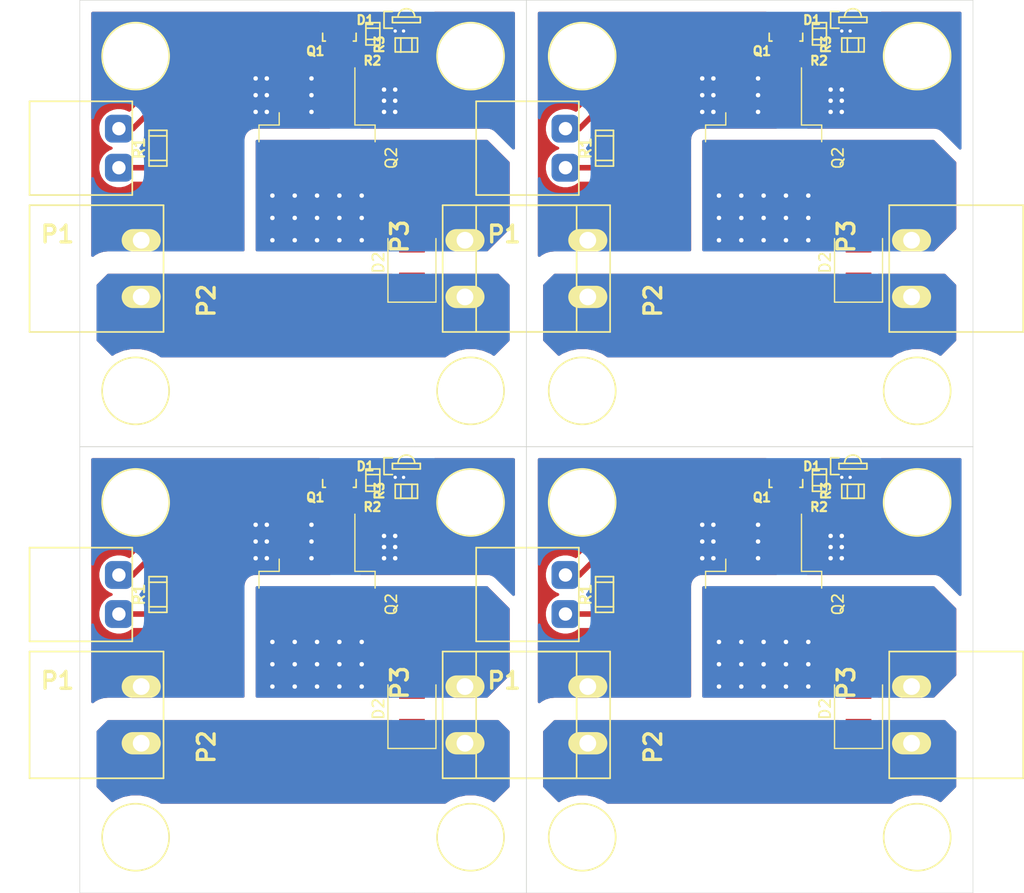
<source format=kicad_pcb>
(kicad_pcb (version 20171130) (host pcbnew "(5.1.5)-3")

  (general
    (thickness 1.6)
    (drawings 20)
    (tracks 232)
    (zones 0)
    (modules 56)
    (nets 8)
  )

  (page A4)
  (layers
    (0 F.Cu signal)
    (31 B.Cu signal)
    (32 B.Adhes user)
    (33 F.Adhes user)
    (34 B.Paste user)
    (35 F.Paste user)
    (36 B.SilkS user)
    (37 F.SilkS user)
    (38 B.Mask user)
    (39 F.Mask user)
    (40 Dwgs.User user)
    (41 Cmts.User user)
    (42 Eco1.User user)
    (43 Eco2.User user)
    (44 Edge.Cuts user)
    (45 Margin user)
    (46 B.CrtYd user)
    (47 F.CrtYd user)
    (48 B.Fab user)
    (49 F.Fab user)
  )

  (setup
    (last_trace_width 0.5)
    (user_trace_width 0.2)
    (user_trace_width 0.25)
    (user_trace_width 0.5)
    (user_trace_width 1)
    (trace_clearance 0.2)
    (zone_clearance 1)
    (zone_45_only no)
    (trace_min 0.2)
    (via_size 0.8)
    (via_drill 0.4)
    (via_min_size 0.4)
    (via_min_drill 0.3)
    (user_via 0.6 0.3)
    (uvia_size 0.3)
    (uvia_drill 0.1)
    (uvias_allowed no)
    (uvia_min_size 0.2)
    (uvia_min_drill 0.1)
    (edge_width 0.05)
    (segment_width 0.2)
    (pcb_text_width 0.3)
    (pcb_text_size 1.5 1.5)
    (mod_edge_width 0.12)
    (mod_text_size 1 1)
    (mod_text_width 0.15)
    (pad_size 2.5 2.3)
    (pad_drill 0)
    (pad_to_mask_clearance 0.051)
    (solder_mask_min_width 0.25)
    (aux_axis_origin 78.5 173.5)
    (grid_origin 3.5 3.5)
    (visible_elements 7FFFFFFF)
    (pcbplotparams
      (layerselection 0x010f0_ffffffff)
      (usegerberextensions false)
      (usegerberattributes false)
      (usegerberadvancedattributes false)
      (creategerberjobfile true)
      (excludeedgelayer true)
      (linewidth 0.100000)
      (plotframeref false)
      (viasonmask false)
      (mode 1)
      (useauxorigin false)
      (hpglpennumber 1)
      (hpglpenspeed 20)
      (hpglpendiameter 15.000000)
      (psnegative false)
      (psa4output false)
      (plotreference true)
      (plotvalue true)
      (plotinvisibletext false)
      (padsonsilk false)
      (subtractmaskfromsilk false)
      (outputformat 1)
      (mirror false)
      (drillshape 0)
      (scaleselection 1)
      (outputdirectory "doc/gerber/"))
  )

  (net 0 "")
  (net 1 +15V)
  (net 2 "Net-(P1-Pad1)")
  (net 3 GNDPWR)
  (net 4 VPP)
  (net 5 "Net-(Q1-Pad3)")
  (net 6 "Net-(D1-Pad2)")
  (net 7 "Net-(D2-Pad2)")

  (net_class Default "Dies ist die voreingestellte Netzklasse."
    (clearance 0.2)
    (trace_width 0.25)
    (via_dia 0.8)
    (via_drill 0.4)
    (uvia_dia 0.3)
    (uvia_drill 0.1)
    (add_net +15V)
    (add_net GNDPWR)
    (add_net "Net-(D1-Pad2)")
    (add_net "Net-(D2-Pad2)")
    (add_net "Net-(P1-Pad1)")
    (add_net "Net-(Q1-Pad3)")
  )

  (net_class VPP ""
    (clearance 2)
    (trace_width 0.25)
    (via_dia 0.8)
    (via_drill 0.4)
    (uvia_dia 0.3)
    (uvia_drill 0.1)
    (add_net VPP)
  )

  (module stmbl:non_plated_3mm (layer F.Cu) (tedit 5908EF5A) (tstamp 5DF90E58)
    (at 123.5 128.5)
    (path /5DFB4C4B)
    (fp_text reference U3 (at 0 4.75) (layer F.SilkS) hide
      (effects (font (size 1 1) (thickness 0.15)))
    )
    (fp_text value non_plated (at 0 -3.75) (layer F.Fab)
      (effects (font (size 1 1) (thickness 0.15)))
    )
    (fp_circle (center 0 0) (end 3 0) (layer F.SilkS) (width 0.15))
    (pad "" np_thru_hole circle (at 0 0) (size 3.5 3.5) (drill 3.5) (layers *.Cu *.Mask)
      (solder_mask_margin 0.5) (clearance 1.25))
  )

  (module stmbl:RM3.5_1x2 (layer F.Cu) (tedit 59464298) (tstamp 5DF90E4D)
    (at 122 106.75 270)
    (path /5DF7EB40)
    (fp_text reference P1 (at 7.718 5.5 180) (layer F.SilkS)
      (effects (font (size 1.5 1.5) (thickness 0.3)))
    )
    (fp_text value CONN_01X02 (at 2.2 9.8 90) (layer F.Fab)
      (effects (font (size 1 1) (thickness 0.15)))
    )
    (fp_line (start -4.2 8) (end -4.2 -1.2) (layer F.SilkS) (width 0.15))
    (fp_line (start -4.2 -1.2) (end 4.2 -1.2) (layer F.SilkS) (width 0.15))
    (fp_line (start 4.2 -1.2) (end 4.2 8) (layer F.SilkS) (width 0.15))
    (fp_line (start -4.2 8) (end 4.2 8) (layer F.SilkS) (width 0.15))
    (pad 2 thru_hole circle (at 1.75 0 270) (size 1.5 1.5) (drill 1.2) (layers *.Cu *.Mask))
    (pad 1 thru_hole circle (at -1.75 0 270) (size 1.5 1.5) (drill 1.2) (layers *.Cu *.Mask))
    (pad 1 smd roundrect (at -1.75 0 270) (size 2.5 2.5) (layers B.Cu B.Mask) (roundrect_rratio 0.25))
    (pad 2 smd roundrect (at 1.75 0 270) (size 2.5 2.5) (layers B.Cu B.Mask) (roundrect_rratio 0.25))
    (model ${KIPRJMOD}/../lib/stmbl.pretty/akl182_2.wrl
      (offset (xyz 4.29999993542048 3.199999951940823 0))
      (scale (xyz 0.394 0.394 0.394))
      (rotate (xyz 0 0 180))
    )
  )

  (module stmbl:non_plated_3mm (layer F.Cu) (tedit 5908EF5A) (tstamp 5DF90E48)
    (at 123.5 98.5)
    (path /5DFB2028)
    (fp_text reference U1 (at 0 4.75) (layer F.SilkS) hide
      (effects (font (size 1 1) (thickness 0.15)))
    )
    (fp_text value non_plated (at 0 -3.75) (layer F.Fab)
      (effects (font (size 1 1) (thickness 0.15)))
    )
    (fp_circle (center 0 0) (end 3 0) (layer F.SilkS) (width 0.15))
    (pad "" np_thru_hole circle (at 0 0) (size 3.5 3.5) (drill 3.5) (layers *.Cu *.Mask)
      (solder_mask_margin 0.5) (clearance 1.25))
  )

  (module stmbl:SOT-23 (layer F.Cu) (tedit 5AC56668) (tstamp 5DF90E39)
    (at 141.75 96.5 270)
    (descr "SOT-23, Standard")
    (tags SOT-23)
    (path /5DF8355C)
    (attr smd)
    (fp_text reference Q1 (at 1.552 2.152) (layer F.SilkS)
      (effects (font (size 0.8 0.8) (thickness 0.2)))
    )
    (fp_text value 2N7002 (at 0 2.3 90) (layer F.Fab)
      (effects (font (size 1 1) (thickness 0.15)))
    )
    (fp_line (start 0.65024 1.49982) (end -0.0508 1.49982) (layer F.SilkS) (width 0.15))
    (fp_line (start 0.65024 1.29916) (end 0.65024 1.49982) (layer F.SilkS) (width 0.15))
    (fp_line (start 0.65024 -1.49982) (end 0.65024 -1.2509) (layer F.SilkS) (width 0.15))
    (fp_line (start -0.0508 -1.49982) (end 0.65024 -1.49982) (layer F.SilkS) (width 0.15))
    (fp_line (start 0.65024 1.29916) (end 0.65024 1.2509) (layer F.SilkS) (width 0.15))
    (fp_line (start -1.6 -1.65) (end 1.6 -1.65) (layer F.CrtYd) (width 0.05))
    (fp_line (start -1.6 1.65) (end -1.6 -1.65) (layer F.CrtYd) (width 0.05))
    (fp_line (start 1.6 1.65) (end -1.6 1.65) (layer F.CrtYd) (width 0.05))
    (fp_line (start 1.6 -1.65) (end 1.6 1.65) (layer F.CrtYd) (width 0.05))
    (pad 1 smd roundrect (at -1.00076 -0.95 180) (size 0.8001 0.8001) (layers F.Cu F.Paste F.Mask) (roundrect_rratio 0.25))
    (pad 2 smd roundrect (at -1.00076 0.95 180) (size 0.8001 0.8001) (layers F.Cu F.Paste F.Mask) (roundrect_rratio 0.25))
    (pad 3 smd roundrect (at 0.99822 0 180) (size 0.8001 0.8001) (layers F.Cu F.Paste F.Mask) (roundrect_rratio 0.25))
    (model TO_SOT_Packages_SMD.3dshapes/SOT-23.wrl
      (at (xyz 0 0 0))
      (scale (xyz 1 1 1))
      (rotate (xyz 0 0 0))
    )
  )

  (module stmbl:non_plated_3mm (layer F.Cu) (tedit 5908EF5A) (tstamp 5DF90E34)
    (at 153.5 98.5)
    (path /5DFB2DC6)
    (fp_text reference U2 (at 0 4.75) (layer F.SilkS) hide
      (effects (font (size 1 1) (thickness 0.15)))
    )
    (fp_text value non_plated (at 0 -3.75) (layer F.Fab)
      (effects (font (size 1 1) (thickness 0.15)))
    )
    (fp_circle (center 0 0) (end 3 0) (layer F.SilkS) (width 0.15))
    (pad "" np_thru_hole circle (at 0 0) (size 3.5 3.5) (drill 3.5) (layers *.Cu *.Mask)
      (solder_mask_margin 0.5) (clearance 1.25))
  )

  (module stmbl:non_plated_3mm (layer F.Cu) (tedit 5908EF5A) (tstamp 5DF90E2F)
    (at 153.5 128.5)
    (path /5DFB51B7)
    (fp_text reference U4 (at 0 4.75) (layer F.SilkS) hide
      (effects (font (size 1 1) (thickness 0.15)))
    )
    (fp_text value non_plated (at 0 -3.75) (layer F.Fab)
      (effects (font (size 1 1) (thickness 0.15)))
    )
    (fp_circle (center 0 0) (end 3 0) (layer F.SilkS) (width 0.15))
    (pad "" np_thru_hole circle (at 0 0) (size 3.5 3.5) (drill 3.5) (layers *.Cu *.Mask)
      (solder_mask_margin 0.5) (clearance 1.25))
  )

  (module stmbl:RM5.08_1x2 (layer F.Cu) (tedit 5DF7CDD6) (tstamp 5DF90E26)
    (at 124 120.08 90)
    (path /5DF81045)
    (fp_text reference P2 (at -0.34 5.848 90) (layer F.SilkS)
      (effects (font (size 1.5 1.5) (thickness 0.3)))
    )
    (fp_text value CONN_01X02 (at 5.715 3.175 90) (layer F.Fab)
      (effects (font (size 1 1) (thickness 0.15)))
    )
    (fp_line (start -3.14 -10) (end -3.14 2) (layer F.SilkS) (width 0.15))
    (fp_line (start 8.22 -10) (end -3.14 -10) (layer F.SilkS) (width 0.15))
    (fp_line (start 8.22 2) (end 8.22 -10) (layer F.SilkS) (width 0.15))
    (fp_line (start -3.14 2) (end 8.22 2) (layer F.SilkS) (width 0.15))
    (pad 1 thru_hole oval (at 0 0 90) (size 2 3.5) (drill 1.5) (layers *.Cu *.Mask F.SilkS)
      (zone_connect 2))
    (pad 2 thru_hole oval (at 5.08 0 90) (size 2 3.5) (drill 1.5) (layers *.Cu *.Mask F.SilkS)
      (zone_connect 2))
    (model ${KIPRJMOD}/../lib/stmbl.pretty/akl230_2.wrl
      (offset (xyz -3.149999952691747 -1.999999969963014 0))
      (scale (xyz 0.394 0.394 0.394))
      (rotate (xyz 0 0 0))
    )
  )

  (module stmbl:RM5.08_1x2 (layer F.Cu) (tedit 5898CDB8) (tstamp 5DF90E1D)
    (at 153 115 270)
    (path /5DF81D3A)
    (fp_text reference P3 (at -0.34 5.848 90) (layer F.SilkS)
      (effects (font (size 1.5 1.5) (thickness 0.3)))
    )
    (fp_text value CONN_01X02 (at 5.715 3.175 90) (layer F.Fab)
      (effects (font (size 1 1) (thickness 0.15)))
    )
    (fp_line (start -3.14 -10) (end -3.14 2) (layer F.SilkS) (width 0.15))
    (fp_line (start 8.22 -10) (end -3.14 -10) (layer F.SilkS) (width 0.15))
    (fp_line (start 8.22 2) (end 8.22 -10) (layer F.SilkS) (width 0.15))
    (fp_line (start -3.14 2) (end 8.22 2) (layer F.SilkS) (width 0.15))
    (pad 1 thru_hole oval (at 0 0 270) (size 2 3.5) (drill 1.5) (layers *.Cu *.Mask F.SilkS)
      (zone_connect 2))
    (pad 2 thru_hole oval (at 5.08 0 270) (size 2 3.5) (drill 1.5) (layers *.Cu *.Mask F.SilkS))
    (model ${KIPRJMOD}/../lib/stmbl.pretty/akl230_2.wrl
      (offset (xyz -3.149999952691747 -1.999999969963014 0))
      (scale (xyz 0.394 0.394 0.394))
      (rotate (xyz 0 0 0))
    )
  )

  (module Package_TO_SOT_SMD:TO-263-2 (layer F.Cu) (tedit 5DF7CE00) (tstamp 5DF90DFE)
    (at 139.75 107.625 270)
    (descr "TO-263 / D2PAK / DDPAK SMD package, http://www.infineon.com/cms/en/product/packages/PG-TO263/PG-TO263-3-1/")
    (tags "D2PAK DDPAK TO-263 D2PAK-3 TO-263-3 SOT-404")
    (path /5DF8C685)
    (attr smd)
    (fp_text reference Q2 (at 0 -6.65 90) (layer F.SilkS)
      (effects (font (size 1 1) (thickness 0.15)))
    )
    (fp_text value STGB19NC60KDT4 (at 0 6.65 90) (layer F.Fab)
      (effects (font (size 1 1) (thickness 0.15)))
    )
    (fp_line (start 6.5 -5) (end 7.5 -5) (layer F.Fab) (width 0.1))
    (fp_line (start 7.5 -5) (end 7.5 5) (layer F.Fab) (width 0.1))
    (fp_line (start 7.5 5) (end 6.5 5) (layer F.Fab) (width 0.1))
    (fp_line (start 6.5 -5) (end 6.5 5) (layer F.Fab) (width 0.1))
    (fp_line (start 6.5 5) (end -2.75 5) (layer F.Fab) (width 0.1))
    (fp_line (start -2.75 5) (end -2.75 -4) (layer F.Fab) (width 0.1))
    (fp_line (start -2.75 -4) (end -1.75 -5) (layer F.Fab) (width 0.1))
    (fp_line (start -1.75 -5) (end 6.5 -5) (layer F.Fab) (width 0.1))
    (fp_line (start -2.75 -3.04) (end -7.45 -3.04) (layer F.Fab) (width 0.1))
    (fp_line (start -7.45 -3.04) (end -7.45 -2.04) (layer F.Fab) (width 0.1))
    (fp_line (start -7.45 -2.04) (end -2.75 -2.04) (layer F.Fab) (width 0.1))
    (fp_line (start -2.75 2.04) (end -7.45 2.04) (layer F.Fab) (width 0.1))
    (fp_line (start -7.45 2.04) (end -7.45 3.04) (layer F.Fab) (width 0.1))
    (fp_line (start -7.45 3.04) (end -2.75 3.04) (layer F.Fab) (width 0.1))
    (fp_line (start -1.45 -5.2) (end -2.95 -5.2) (layer F.SilkS) (width 0.12))
    (fp_line (start -2.95 -5.2) (end -2.95 -3.39) (layer F.SilkS) (width 0.12))
    (fp_line (start -2.95 -3.39) (end -8.075 -3.39) (layer F.SilkS) (width 0.12))
    (fp_line (start -1.45 5.2) (end -2.95 5.2) (layer F.SilkS) (width 0.12))
    (fp_line (start -2.95 5.2) (end -2.95 3.39) (layer F.SilkS) (width 0.12))
    (fp_line (start -2.95 3.39) (end -4.05 3.39) (layer F.SilkS) (width 0.12))
    (fp_line (start -8.32 -5.65) (end -8.32 5.65) (layer F.CrtYd) (width 0.05))
    (fp_line (start -8.32 5.65) (end 8.32 5.65) (layer F.CrtYd) (width 0.05))
    (fp_line (start 8.32 5.65) (end 8.32 -5.65) (layer F.CrtYd) (width 0.05))
    (fp_line (start 8.32 -5.65) (end -8.32 -5.65) (layer F.CrtYd) (width 0.05))
    (fp_text user %R (at 0 0 90) (layer F.Fab)
      (effects (font (size 1 1) (thickness 0.15)))
    )
    (pad 1 smd rect (at -5.775 -2.54 270) (size 4.6 1.1) (layers F.Cu F.Paste F.Mask))
    (pad 3 smd rect (at -5.775 2.54 270) (size 4.6 1.1) (layers F.Cu F.Paste F.Mask)
      (zone_connect 1) (thermal_width 3))
    (pad 2 smd rect (at 3.375 0 270) (size 9.4 10.8) (layers F.Cu F.Mask))
    (model ${KISYS3DMOD}/Package_TO_SOT_SMD.3dshapes/TO-263-2.wrl
      (at (xyz 0 0 0))
      (scale (xyz 1 1 1))
      (rotate (xyz 0 0 0))
    )
  )

  (module stmbl:R_0805 (layer F.Cu) (tedit 5AC566F2) (tstamp 5DF90DDE)
    (at 147.75 97.5 180)
    (descr "Resistor SMD 0805, reflow soldering")
    (tags "capacitor 0805")
    (path /5DF96B65)
    (attr smd)
    (fp_text reference R3 (at 2.412 0.04 90) (layer F.SilkS)
      (effects (font (size 0.8 0.8) (thickness 0.2)))
    )
    (fp_text value 1.2k (at 0 1.6) (layer F.Fab)
      (effects (font (size 1 1) (thickness 0.15)))
    )
    (fp_line (start 0.5 -0.65) (end 0.5 0.625) (layer F.SilkS) (width 0.15))
    (fp_line (start -0.5 -0.625) (end -0.5 0.625) (layer F.SilkS) (width 0.15))
    (fp_line (start 1 -0.625) (end -1 -0.625) (layer F.SilkS) (width 0.15))
    (fp_line (start 1 0.625) (end 1 -0.625) (layer F.SilkS) (width 0.15))
    (fp_line (start -1 0.625) (end 1 0.625) (layer F.SilkS) (width 0.15))
    (fp_line (start -1 -0.625) (end -1 0.625) (layer F.SilkS) (width 0.15))
    (fp_line (start -1.7 -0.8) (end 1.7 -0.8) (layer F.CrtYd) (width 0.05))
    (fp_line (start -1.7 0.8) (end 1.7 0.8) (layer F.CrtYd) (width 0.05))
    (fp_line (start -1.7 -0.8) (end -1.7 0.8) (layer F.CrtYd) (width 0.05))
    (fp_line (start 1.7 -0.8) (end 1.7 0.8) (layer F.CrtYd) (width 0.05))
    (pad 2 smd roundrect (at 1 0 180) (size 1 1.25) (layers F.Cu F.Paste F.Mask) (roundrect_rratio 0.25)
      (solder_mask_margin 0.1) (zone_connect 2))
    (pad 1 smd roundrect (at -1 0 180) (size 1 1.25) (layers F.Cu F.Paste F.Mask) (roundrect_rratio 0.25)
      (solder_mask_margin 0.1))
    (model Resistors_SMD.3dshapes/R_0805.wrl
      (at (xyz 0 0 0))
      (scale (xyz 1 1 1))
      (rotate (xyz 0 0 0))
    )
  )

  (module stmbl:R_0805 (layer F.Cu) (tedit 5AC566F2) (tstamp 5DF90DCF)
    (at 144.75 96.5 270)
    (descr "Resistor SMD 0805, reflow soldering")
    (tags "capacitor 0805")
    (path /5DF9B2CF)
    (attr smd)
    (fp_text reference R2 (at 2.412 0.04) (layer F.SilkS)
      (effects (font (size 0.8 0.8) (thickness 0.2)))
    )
    (fp_text value 5k (at 0 1.6 90) (layer F.Fab)
      (effects (font (size 1 1) (thickness 0.15)))
    )
    (fp_line (start 0.5 -0.65) (end 0.5 0.625) (layer F.SilkS) (width 0.15))
    (fp_line (start -0.5 -0.625) (end -0.5 0.625) (layer F.SilkS) (width 0.15))
    (fp_line (start 1 -0.625) (end -1 -0.625) (layer F.SilkS) (width 0.15))
    (fp_line (start 1 0.625) (end 1 -0.625) (layer F.SilkS) (width 0.15))
    (fp_line (start -1 0.625) (end 1 0.625) (layer F.SilkS) (width 0.15))
    (fp_line (start -1 -0.625) (end -1 0.625) (layer F.SilkS) (width 0.15))
    (fp_line (start -1.7 -0.8) (end 1.7 -0.8) (layer F.CrtYd) (width 0.05))
    (fp_line (start -1.7 0.8) (end 1.7 0.8) (layer F.CrtYd) (width 0.05))
    (fp_line (start -1.7 -0.8) (end -1.7 0.8) (layer F.CrtYd) (width 0.05))
    (fp_line (start 1.7 -0.8) (end 1.7 0.8) (layer F.CrtYd) (width 0.05))
    (pad 2 smd roundrect (at 1 0 270) (size 1 1.25) (layers F.Cu F.Paste F.Mask) (roundrect_rratio 0.25)
      (solder_mask_margin 0.1) (zone_connect 2))
    (pad 1 smd roundrect (at -1 0 270) (size 1 1.25) (layers F.Cu F.Paste F.Mask) (roundrect_rratio 0.25)
      (solder_mask_margin 0.1))
    (model Resistors_SMD.3dshapes/R_0805.wrl
      (at (xyz 0 0 0))
      (scale (xyz 1 1 1))
      (rotate (xyz 0 0 0))
    )
  )

  (module stmbl:R_1206 (layer F.Cu) (tedit 5AC5649A) (tstamp 5DF90DC0)
    (at 125.5 106.75 90)
    (descr "Resistor SMD 1206, reflow soldering, Vishay (see dcrcw.pdf)")
    (tags "resistor 1206")
    (path /5DF892E1)
    (attr smd)
    (fp_text reference R1 (at 0 -1.7 90) (layer F.SilkS)
      (effects (font (size 1 1) (thickness 0.2)))
    )
    (fp_text value 220 (at 0 1.8 90) (layer F.Fab)
      (effects (font (size 1 1) (thickness 0.15)))
    )
    (fp_line (start 1.1 -0.8) (end 1.1 0.8) (layer F.SilkS) (width 0.15))
    (fp_line (start -1.1 -0.8) (end -1.1 0.8) (layer F.SilkS) (width 0.15))
    (fp_line (start 1.6 -0.8) (end -1.6 -0.8) (layer F.SilkS) (width 0.15))
    (fp_line (start 1.6 0.8) (end 1.6 -0.8) (layer F.SilkS) (width 0.15))
    (fp_line (start -1.6 0.8) (end 1.6 0.8) (layer F.SilkS) (width 0.15))
    (fp_line (start -1.6 -0.8) (end -1.6 0.8) (layer F.SilkS) (width 0.15))
    (fp_line (start -2.3 -1) (end 2.3 -1) (layer F.CrtYd) (width 0.05))
    (fp_line (start -2.3 1) (end 2.3 1) (layer F.CrtYd) (width 0.05))
    (fp_line (start -2.3 -1) (end -2.3 1) (layer F.CrtYd) (width 0.05))
    (fp_line (start 2.3 -1) (end 2.3 1) (layer F.CrtYd) (width 0.05))
    (pad 2 smd roundrect (at 1.5 0 90) (size 1 1.6) (layers F.Cu F.Paste F.Mask) (roundrect_rratio 0.25))
    (pad 1 smd roundrect (at -1.5 0 90) (size 1 1.6) (layers F.Cu F.Paste F.Mask) (roundrect_rratio 0.25))
    (model Resistors_SMD.3dshapes/R_1206.wrl
      (at (xyz 0 0 0))
      (scale (xyz 1 1 1))
      (rotate (xyz 0 0 0))
    )
  )

  (module stmbl:LED-0805-SIDE (layer F.Cu) (tedit 5AC57F4D) (tstamp 5DF90DAF)
    (at 147.75 95.25)
    (descr "LED 0805 smd package")
    (tags "LED 0805 SMD")
    (path /5DF954D3)
    (attr smd)
    (fp_text reference D1 (at -3.67 0.016) (layer F.SilkS)
      (effects (font (size 0.8 0.8) (thickness 0.2)))
    )
    (fp_text value LTST-S220KRKT (at 0 1.75) (layer F.Fab)
      (effects (font (size 1 1) (thickness 0.15)))
    )
    (fp_line (start -2 0.75) (end -2 -0.75) (layer F.SilkS) (width 0.15))
    (fp_line (start -1.25 0.75) (end -2 0.75) (layer F.SilkS) (width 0.15))
    (fp_line (start -1.25 -0.75) (end -2 -0.75) (layer F.SilkS) (width 0.15))
    (fp_arc (start 0 -0.25) (end -0.75 -0.25) (angle 180) (layer F.SilkS) (width 0.15))
    (fp_line (start -1.25 -0.25) (end -1.25 0.25) (layer F.SilkS) (width 0.15))
    (fp_line (start 1.25 -0.25) (end -1.25 -0.25) (layer F.SilkS) (width 0.15))
    (fp_line (start 1.25 0.25) (end 1.25 -0.25) (layer F.SilkS) (width 0.15))
    (fp_line (start -1.25 0.25) (end 1.25 0.25) (layer F.SilkS) (width 0.15))
    (fp_line (start 1.9 -0.95) (end 1.9 0.95) (layer F.CrtYd) (width 0.05))
    (fp_line (start 1.9 0.95) (end -1.9 0.95) (layer F.CrtYd) (width 0.05))
    (fp_line (start -1.9 0.95) (end -1.9 -0.95) (layer F.CrtYd) (width 0.05))
    (fp_line (start -1.9 -0.95) (end 1.9 -0.95) (layer F.CrtYd) (width 0.05))
    (pad 1 smd roundrect (at -1 0 180) (size 1 0.75) (layers F.Cu F.Paste F.Mask) (roundrect_rratio 0.25))
    (pad 2 smd roundrect (at 1 0 180) (size 1 0.75) (layers F.Cu F.Paste F.Mask) (roundrect_rratio 0.25))
    (model ${KIPRJMOD}/../lib/stmbl.pretty/led_side_green.wrl
      (offset (xyz 0 -0.2 0.5))
      (scale (xyz 300 200 300))
      (rotate (xyz 0 0 0))
    )
  )

  (module Diode_SMD:D_SMB (layer F.Cu) (tedit 5DF8ED63) (tstamp 5DF90D78)
    (at 148.25 117 90)
    (descr "Diode SMB (DO-214AA)")
    (tags "Diode SMB (DO-214AA)")
    (path /5DF97C8B)
    (attr smd)
    (fp_text reference D2 (at 0 -3 90) (layer F.SilkS)
      (effects (font (size 1 1) (thickness 0.15)))
    )
    (fp_text value US1M (at 0 3.1 90) (layer F.Fab)
      (effects (font (size 1 1) (thickness 0.15)))
    )
    (fp_text user %R (at 0 -3 90) (layer F.Fab)
      (effects (font (size 1 1) (thickness 0.15)))
    )
    (fp_line (start -3.55 -2.15) (end -3.55 2.15) (layer F.SilkS) (width 0.12))
    (fp_line (start 2.3 2) (end -2.3 2) (layer F.Fab) (width 0.1))
    (fp_line (start -2.3 2) (end -2.3 -2) (layer F.Fab) (width 0.1))
    (fp_line (start 2.3 -2) (end 2.3 2) (layer F.Fab) (width 0.1))
    (fp_line (start 2.3 -2) (end -2.3 -2) (layer F.Fab) (width 0.1))
    (fp_line (start -3.65 -2.25) (end 3.65 -2.25) (layer F.CrtYd) (width 0.05))
    (fp_line (start 3.65 -2.25) (end 3.65 2.25) (layer F.CrtYd) (width 0.05))
    (fp_line (start 3.65 2.25) (end -3.65 2.25) (layer F.CrtYd) (width 0.05))
    (fp_line (start -3.65 2.25) (end -3.65 -2.25) (layer F.CrtYd) (width 0.05))
    (fp_line (start -0.64944 0.00102) (end -1.55114 0.00102) (layer F.Fab) (width 0.1))
    (fp_line (start 0.50118 0.00102) (end 1.4994 0.00102) (layer F.Fab) (width 0.1))
    (fp_line (start -0.64944 -0.79908) (end -0.64944 0.80112) (layer F.Fab) (width 0.1))
    (fp_line (start 0.50118 0.75032) (end 0.50118 -0.79908) (layer F.Fab) (width 0.1))
    (fp_line (start -0.64944 0.00102) (end 0.50118 0.75032) (layer F.Fab) (width 0.1))
    (fp_line (start -0.64944 0.00102) (end 0.50118 -0.79908) (layer F.Fab) (width 0.1))
    (fp_line (start -3.55 2.15) (end 2.15 2.15) (layer F.SilkS) (width 0.12))
    (fp_line (start -3.55 -2.15) (end 2.15 -2.15) (layer F.SilkS) (width 0.12))
    (pad 1 smd rect (at -2.15 0 90) (size 2.5 2.3) (layers F.Cu F.Paste F.Mask)
      (zone_connect 1) (thermal_width 1))
    (pad 2 smd rect (at 2.15 0 90) (size 2.5 2.3) (layers F.Cu F.Paste F.Mask)
      (zone_connect 1) (thermal_width 1))
    (model ${KISYS3DMOD}/Diode_SMD.3dshapes/D_SMB.wrl
      (at (xyz 0 0 0))
      (scale (xyz 1 1 1))
      (rotate (xyz 0 0 0))
    )
  )

  (module stmbl:non_plated_3mm (layer F.Cu) (tedit 5908EF5A) (tstamp 5DF90E58)
    (at 83.5 128.5)
    (path /5DFB4C4B)
    (fp_text reference U3 (at 0 4.75) (layer F.SilkS) hide
      (effects (font (size 1 1) (thickness 0.15)))
    )
    (fp_text value non_plated (at 0 -3.75) (layer F.Fab)
      (effects (font (size 1 1) (thickness 0.15)))
    )
    (fp_circle (center 0 0) (end 3 0) (layer F.SilkS) (width 0.15))
    (pad "" np_thru_hole circle (at 0 0) (size 3.5 3.5) (drill 3.5) (layers *.Cu *.Mask)
      (solder_mask_margin 0.5) (clearance 1.25))
  )

  (module stmbl:RM3.5_1x2 (layer F.Cu) (tedit 59464298) (tstamp 5DF90E4D)
    (at 82 106.75 270)
    (path /5DF7EB40)
    (fp_text reference P1 (at 7.718 5.5 180) (layer F.SilkS)
      (effects (font (size 1.5 1.5) (thickness 0.3)))
    )
    (fp_text value CONN_01X02 (at 2.2 9.8 90) (layer F.Fab)
      (effects (font (size 1 1) (thickness 0.15)))
    )
    (fp_line (start -4.2 8) (end -4.2 -1.2) (layer F.SilkS) (width 0.15))
    (fp_line (start -4.2 -1.2) (end 4.2 -1.2) (layer F.SilkS) (width 0.15))
    (fp_line (start 4.2 -1.2) (end 4.2 8) (layer F.SilkS) (width 0.15))
    (fp_line (start -4.2 8) (end 4.2 8) (layer F.SilkS) (width 0.15))
    (pad 2 thru_hole circle (at 1.75 0 270) (size 1.5 1.5) (drill 1.2) (layers *.Cu *.Mask))
    (pad 1 thru_hole circle (at -1.75 0 270) (size 1.5 1.5) (drill 1.2) (layers *.Cu *.Mask))
    (pad 1 smd roundrect (at -1.75 0 270) (size 2.5 2.5) (layers B.Cu B.Mask) (roundrect_rratio 0.25))
    (pad 2 smd roundrect (at 1.75 0 270) (size 2.5 2.5) (layers B.Cu B.Mask) (roundrect_rratio 0.25))
    (model ${KIPRJMOD}/../lib/stmbl.pretty/akl182_2.wrl
      (offset (xyz 4.29999993542048 3.199999951940823 0))
      (scale (xyz 0.394 0.394 0.394))
      (rotate (xyz 0 0 180))
    )
  )

  (module stmbl:non_plated_3mm (layer F.Cu) (tedit 5908EF5A) (tstamp 5DF90E48)
    (at 83.5 98.5)
    (path /5DFB2028)
    (fp_text reference U1 (at 0 4.75) (layer F.SilkS) hide
      (effects (font (size 1 1) (thickness 0.15)))
    )
    (fp_text value non_plated (at 0 -3.75) (layer F.Fab)
      (effects (font (size 1 1) (thickness 0.15)))
    )
    (fp_circle (center 0 0) (end 3 0) (layer F.SilkS) (width 0.15))
    (pad "" np_thru_hole circle (at 0 0) (size 3.5 3.5) (drill 3.5) (layers *.Cu *.Mask)
      (solder_mask_margin 0.5) (clearance 1.25))
  )

  (module stmbl:SOT-23 (layer F.Cu) (tedit 5AC56668) (tstamp 5DF90E39)
    (at 101.75 96.5 270)
    (descr "SOT-23, Standard")
    (tags SOT-23)
    (path /5DF8355C)
    (attr smd)
    (fp_text reference Q1 (at 1.552 2.152) (layer F.SilkS)
      (effects (font (size 0.8 0.8) (thickness 0.2)))
    )
    (fp_text value 2N7002 (at 0 2.3 90) (layer F.Fab)
      (effects (font (size 1 1) (thickness 0.15)))
    )
    (fp_line (start 0.65024 1.49982) (end -0.0508 1.49982) (layer F.SilkS) (width 0.15))
    (fp_line (start 0.65024 1.29916) (end 0.65024 1.49982) (layer F.SilkS) (width 0.15))
    (fp_line (start 0.65024 -1.49982) (end 0.65024 -1.2509) (layer F.SilkS) (width 0.15))
    (fp_line (start -0.0508 -1.49982) (end 0.65024 -1.49982) (layer F.SilkS) (width 0.15))
    (fp_line (start 0.65024 1.29916) (end 0.65024 1.2509) (layer F.SilkS) (width 0.15))
    (fp_line (start -1.6 -1.65) (end 1.6 -1.65) (layer F.CrtYd) (width 0.05))
    (fp_line (start -1.6 1.65) (end -1.6 -1.65) (layer F.CrtYd) (width 0.05))
    (fp_line (start 1.6 1.65) (end -1.6 1.65) (layer F.CrtYd) (width 0.05))
    (fp_line (start 1.6 -1.65) (end 1.6 1.65) (layer F.CrtYd) (width 0.05))
    (pad 1 smd roundrect (at -1.00076 -0.95 180) (size 0.8001 0.8001) (layers F.Cu F.Paste F.Mask) (roundrect_rratio 0.25))
    (pad 2 smd roundrect (at -1.00076 0.95 180) (size 0.8001 0.8001) (layers F.Cu F.Paste F.Mask) (roundrect_rratio 0.25))
    (pad 3 smd roundrect (at 0.99822 0 180) (size 0.8001 0.8001) (layers F.Cu F.Paste F.Mask) (roundrect_rratio 0.25))
    (model TO_SOT_Packages_SMD.3dshapes/SOT-23.wrl
      (at (xyz 0 0 0))
      (scale (xyz 1 1 1))
      (rotate (xyz 0 0 0))
    )
  )

  (module stmbl:non_plated_3mm (layer F.Cu) (tedit 5908EF5A) (tstamp 5DF90E34)
    (at 113.5 98.5)
    (path /5DFB2DC6)
    (fp_text reference U2 (at 0 4.75) (layer F.SilkS) hide
      (effects (font (size 1 1) (thickness 0.15)))
    )
    (fp_text value non_plated (at 0 -3.75) (layer F.Fab)
      (effects (font (size 1 1) (thickness 0.15)))
    )
    (fp_circle (center 0 0) (end 3 0) (layer F.SilkS) (width 0.15))
    (pad "" np_thru_hole circle (at 0 0) (size 3.5 3.5) (drill 3.5) (layers *.Cu *.Mask)
      (solder_mask_margin 0.5) (clearance 1.25))
  )

  (module stmbl:non_plated_3mm (layer F.Cu) (tedit 5908EF5A) (tstamp 5DF90E2F)
    (at 113.5 128.5)
    (path /5DFB51B7)
    (fp_text reference U4 (at 0 4.75) (layer F.SilkS) hide
      (effects (font (size 1 1) (thickness 0.15)))
    )
    (fp_text value non_plated (at 0 -3.75) (layer F.Fab)
      (effects (font (size 1 1) (thickness 0.15)))
    )
    (fp_circle (center 0 0) (end 3 0) (layer F.SilkS) (width 0.15))
    (pad "" np_thru_hole circle (at 0 0) (size 3.5 3.5) (drill 3.5) (layers *.Cu *.Mask)
      (solder_mask_margin 0.5) (clearance 1.25))
  )

  (module stmbl:RM5.08_1x2 (layer F.Cu) (tedit 5DF7CDD6) (tstamp 5DF90E26)
    (at 84 120.08 90)
    (path /5DF81045)
    (fp_text reference P2 (at -0.34 5.848 90) (layer F.SilkS)
      (effects (font (size 1.5 1.5) (thickness 0.3)))
    )
    (fp_text value CONN_01X02 (at 5.715 3.175 90) (layer F.Fab)
      (effects (font (size 1 1) (thickness 0.15)))
    )
    (fp_line (start -3.14 -10) (end -3.14 2) (layer F.SilkS) (width 0.15))
    (fp_line (start 8.22 -10) (end -3.14 -10) (layer F.SilkS) (width 0.15))
    (fp_line (start 8.22 2) (end 8.22 -10) (layer F.SilkS) (width 0.15))
    (fp_line (start -3.14 2) (end 8.22 2) (layer F.SilkS) (width 0.15))
    (pad 1 thru_hole oval (at 0 0 90) (size 2 3.5) (drill 1.5) (layers *.Cu *.Mask F.SilkS)
      (zone_connect 2))
    (pad 2 thru_hole oval (at 5.08 0 90) (size 2 3.5) (drill 1.5) (layers *.Cu *.Mask F.SilkS)
      (zone_connect 2))
    (model ${KIPRJMOD}/../lib/stmbl.pretty/akl230_2.wrl
      (offset (xyz -3.149999952691747 -1.999999969963014 0))
      (scale (xyz 0.394 0.394 0.394))
      (rotate (xyz 0 0 0))
    )
  )

  (module stmbl:RM5.08_1x2 (layer F.Cu) (tedit 5898CDB8) (tstamp 5DF90E1D)
    (at 113 115 270)
    (path /5DF81D3A)
    (fp_text reference P3 (at -0.34 5.848 90) (layer F.SilkS)
      (effects (font (size 1.5 1.5) (thickness 0.3)))
    )
    (fp_text value CONN_01X02 (at 5.715 3.175 90) (layer F.Fab)
      (effects (font (size 1 1) (thickness 0.15)))
    )
    (fp_line (start -3.14 -10) (end -3.14 2) (layer F.SilkS) (width 0.15))
    (fp_line (start 8.22 -10) (end -3.14 -10) (layer F.SilkS) (width 0.15))
    (fp_line (start 8.22 2) (end 8.22 -10) (layer F.SilkS) (width 0.15))
    (fp_line (start -3.14 2) (end 8.22 2) (layer F.SilkS) (width 0.15))
    (pad 1 thru_hole oval (at 0 0 270) (size 2 3.5) (drill 1.5) (layers *.Cu *.Mask F.SilkS)
      (zone_connect 2))
    (pad 2 thru_hole oval (at 5.08 0 270) (size 2 3.5) (drill 1.5) (layers *.Cu *.Mask F.SilkS))
    (model ${KIPRJMOD}/../lib/stmbl.pretty/akl230_2.wrl
      (offset (xyz -3.149999952691747 -1.999999969963014 0))
      (scale (xyz 0.394 0.394 0.394))
      (rotate (xyz 0 0 0))
    )
  )

  (module Package_TO_SOT_SMD:TO-263-2 (layer F.Cu) (tedit 5DF7CE00) (tstamp 5DF90DFE)
    (at 99.75 107.625 270)
    (descr "TO-263 / D2PAK / DDPAK SMD package, http://www.infineon.com/cms/en/product/packages/PG-TO263/PG-TO263-3-1/")
    (tags "D2PAK DDPAK TO-263 D2PAK-3 TO-263-3 SOT-404")
    (path /5DF8C685)
    (attr smd)
    (fp_text reference Q2 (at 0 -6.65 90) (layer F.SilkS)
      (effects (font (size 1 1) (thickness 0.15)))
    )
    (fp_text value STGB19NC60KDT4 (at 0 6.65 90) (layer F.Fab)
      (effects (font (size 1 1) (thickness 0.15)))
    )
    (fp_line (start 6.5 -5) (end 7.5 -5) (layer F.Fab) (width 0.1))
    (fp_line (start 7.5 -5) (end 7.5 5) (layer F.Fab) (width 0.1))
    (fp_line (start 7.5 5) (end 6.5 5) (layer F.Fab) (width 0.1))
    (fp_line (start 6.5 -5) (end 6.5 5) (layer F.Fab) (width 0.1))
    (fp_line (start 6.5 5) (end -2.75 5) (layer F.Fab) (width 0.1))
    (fp_line (start -2.75 5) (end -2.75 -4) (layer F.Fab) (width 0.1))
    (fp_line (start -2.75 -4) (end -1.75 -5) (layer F.Fab) (width 0.1))
    (fp_line (start -1.75 -5) (end 6.5 -5) (layer F.Fab) (width 0.1))
    (fp_line (start -2.75 -3.04) (end -7.45 -3.04) (layer F.Fab) (width 0.1))
    (fp_line (start -7.45 -3.04) (end -7.45 -2.04) (layer F.Fab) (width 0.1))
    (fp_line (start -7.45 -2.04) (end -2.75 -2.04) (layer F.Fab) (width 0.1))
    (fp_line (start -2.75 2.04) (end -7.45 2.04) (layer F.Fab) (width 0.1))
    (fp_line (start -7.45 2.04) (end -7.45 3.04) (layer F.Fab) (width 0.1))
    (fp_line (start -7.45 3.04) (end -2.75 3.04) (layer F.Fab) (width 0.1))
    (fp_line (start -1.45 -5.2) (end -2.95 -5.2) (layer F.SilkS) (width 0.12))
    (fp_line (start -2.95 -5.2) (end -2.95 -3.39) (layer F.SilkS) (width 0.12))
    (fp_line (start -2.95 -3.39) (end -8.075 -3.39) (layer F.SilkS) (width 0.12))
    (fp_line (start -1.45 5.2) (end -2.95 5.2) (layer F.SilkS) (width 0.12))
    (fp_line (start -2.95 5.2) (end -2.95 3.39) (layer F.SilkS) (width 0.12))
    (fp_line (start -2.95 3.39) (end -4.05 3.39) (layer F.SilkS) (width 0.12))
    (fp_line (start -8.32 -5.65) (end -8.32 5.65) (layer F.CrtYd) (width 0.05))
    (fp_line (start -8.32 5.65) (end 8.32 5.65) (layer F.CrtYd) (width 0.05))
    (fp_line (start 8.32 5.65) (end 8.32 -5.65) (layer F.CrtYd) (width 0.05))
    (fp_line (start 8.32 -5.65) (end -8.32 -5.65) (layer F.CrtYd) (width 0.05))
    (fp_text user %R (at 0 0 90) (layer F.Fab)
      (effects (font (size 1 1) (thickness 0.15)))
    )
    (pad 1 smd rect (at -5.775 -2.54 270) (size 4.6 1.1) (layers F.Cu F.Paste F.Mask))
    (pad 3 smd rect (at -5.775 2.54 270) (size 4.6 1.1) (layers F.Cu F.Paste F.Mask)
      (zone_connect 1) (thermal_width 3))
    (pad 2 smd rect (at 3.375 0 270) (size 9.4 10.8) (layers F.Cu F.Mask))
    (model ${KISYS3DMOD}/Package_TO_SOT_SMD.3dshapes/TO-263-2.wrl
      (at (xyz 0 0 0))
      (scale (xyz 1 1 1))
      (rotate (xyz 0 0 0))
    )
  )

  (module stmbl:R_0805 (layer F.Cu) (tedit 5AC566F2) (tstamp 5DF90DDE)
    (at 107.75 97.5 180)
    (descr "Resistor SMD 0805, reflow soldering")
    (tags "capacitor 0805")
    (path /5DF96B65)
    (attr smd)
    (fp_text reference R3 (at 2.412 0.04 90) (layer F.SilkS)
      (effects (font (size 0.8 0.8) (thickness 0.2)))
    )
    (fp_text value 1.2k (at 0 1.6) (layer F.Fab)
      (effects (font (size 1 1) (thickness 0.15)))
    )
    (fp_line (start 0.5 -0.65) (end 0.5 0.625) (layer F.SilkS) (width 0.15))
    (fp_line (start -0.5 -0.625) (end -0.5 0.625) (layer F.SilkS) (width 0.15))
    (fp_line (start 1 -0.625) (end -1 -0.625) (layer F.SilkS) (width 0.15))
    (fp_line (start 1 0.625) (end 1 -0.625) (layer F.SilkS) (width 0.15))
    (fp_line (start -1 0.625) (end 1 0.625) (layer F.SilkS) (width 0.15))
    (fp_line (start -1 -0.625) (end -1 0.625) (layer F.SilkS) (width 0.15))
    (fp_line (start -1.7 -0.8) (end 1.7 -0.8) (layer F.CrtYd) (width 0.05))
    (fp_line (start -1.7 0.8) (end 1.7 0.8) (layer F.CrtYd) (width 0.05))
    (fp_line (start -1.7 -0.8) (end -1.7 0.8) (layer F.CrtYd) (width 0.05))
    (fp_line (start 1.7 -0.8) (end 1.7 0.8) (layer F.CrtYd) (width 0.05))
    (pad 2 smd roundrect (at 1 0 180) (size 1 1.25) (layers F.Cu F.Paste F.Mask) (roundrect_rratio 0.25)
      (solder_mask_margin 0.1) (zone_connect 2))
    (pad 1 smd roundrect (at -1 0 180) (size 1 1.25) (layers F.Cu F.Paste F.Mask) (roundrect_rratio 0.25)
      (solder_mask_margin 0.1))
    (model Resistors_SMD.3dshapes/R_0805.wrl
      (at (xyz 0 0 0))
      (scale (xyz 1 1 1))
      (rotate (xyz 0 0 0))
    )
  )

  (module stmbl:R_0805 (layer F.Cu) (tedit 5AC566F2) (tstamp 5DF90DCF)
    (at 104.75 96.5 270)
    (descr "Resistor SMD 0805, reflow soldering")
    (tags "capacitor 0805")
    (path /5DF9B2CF)
    (attr smd)
    (fp_text reference R2 (at 2.412 0.04) (layer F.SilkS)
      (effects (font (size 0.8 0.8) (thickness 0.2)))
    )
    (fp_text value 5k (at 0 1.6 90) (layer F.Fab)
      (effects (font (size 1 1) (thickness 0.15)))
    )
    (fp_line (start 0.5 -0.65) (end 0.5 0.625) (layer F.SilkS) (width 0.15))
    (fp_line (start -0.5 -0.625) (end -0.5 0.625) (layer F.SilkS) (width 0.15))
    (fp_line (start 1 -0.625) (end -1 -0.625) (layer F.SilkS) (width 0.15))
    (fp_line (start 1 0.625) (end 1 -0.625) (layer F.SilkS) (width 0.15))
    (fp_line (start -1 0.625) (end 1 0.625) (layer F.SilkS) (width 0.15))
    (fp_line (start -1 -0.625) (end -1 0.625) (layer F.SilkS) (width 0.15))
    (fp_line (start -1.7 -0.8) (end 1.7 -0.8) (layer F.CrtYd) (width 0.05))
    (fp_line (start -1.7 0.8) (end 1.7 0.8) (layer F.CrtYd) (width 0.05))
    (fp_line (start -1.7 -0.8) (end -1.7 0.8) (layer F.CrtYd) (width 0.05))
    (fp_line (start 1.7 -0.8) (end 1.7 0.8) (layer F.CrtYd) (width 0.05))
    (pad 2 smd roundrect (at 1 0 270) (size 1 1.25) (layers F.Cu F.Paste F.Mask) (roundrect_rratio 0.25)
      (solder_mask_margin 0.1) (zone_connect 2))
    (pad 1 smd roundrect (at -1 0 270) (size 1 1.25) (layers F.Cu F.Paste F.Mask) (roundrect_rratio 0.25)
      (solder_mask_margin 0.1))
    (model Resistors_SMD.3dshapes/R_0805.wrl
      (at (xyz 0 0 0))
      (scale (xyz 1 1 1))
      (rotate (xyz 0 0 0))
    )
  )

  (module stmbl:R_1206 (layer F.Cu) (tedit 5AC5649A) (tstamp 5DF90DC0)
    (at 85.5 106.75 90)
    (descr "Resistor SMD 1206, reflow soldering, Vishay (see dcrcw.pdf)")
    (tags "resistor 1206")
    (path /5DF892E1)
    (attr smd)
    (fp_text reference R1 (at 0 -1.7 90) (layer F.SilkS)
      (effects (font (size 1 1) (thickness 0.2)))
    )
    (fp_text value 220 (at 0 1.8 90) (layer F.Fab)
      (effects (font (size 1 1) (thickness 0.15)))
    )
    (fp_line (start 1.1 -0.8) (end 1.1 0.8) (layer F.SilkS) (width 0.15))
    (fp_line (start -1.1 -0.8) (end -1.1 0.8) (layer F.SilkS) (width 0.15))
    (fp_line (start 1.6 -0.8) (end -1.6 -0.8) (layer F.SilkS) (width 0.15))
    (fp_line (start 1.6 0.8) (end 1.6 -0.8) (layer F.SilkS) (width 0.15))
    (fp_line (start -1.6 0.8) (end 1.6 0.8) (layer F.SilkS) (width 0.15))
    (fp_line (start -1.6 -0.8) (end -1.6 0.8) (layer F.SilkS) (width 0.15))
    (fp_line (start -2.3 -1) (end 2.3 -1) (layer F.CrtYd) (width 0.05))
    (fp_line (start -2.3 1) (end 2.3 1) (layer F.CrtYd) (width 0.05))
    (fp_line (start -2.3 -1) (end -2.3 1) (layer F.CrtYd) (width 0.05))
    (fp_line (start 2.3 -1) (end 2.3 1) (layer F.CrtYd) (width 0.05))
    (pad 2 smd roundrect (at 1.5 0 90) (size 1 1.6) (layers F.Cu F.Paste F.Mask) (roundrect_rratio 0.25))
    (pad 1 smd roundrect (at -1.5 0 90) (size 1 1.6) (layers F.Cu F.Paste F.Mask) (roundrect_rratio 0.25))
    (model Resistors_SMD.3dshapes/R_1206.wrl
      (at (xyz 0 0 0))
      (scale (xyz 1 1 1))
      (rotate (xyz 0 0 0))
    )
  )

  (module stmbl:LED-0805-SIDE (layer F.Cu) (tedit 5AC57F4D) (tstamp 5DF90DAF)
    (at 107.75 95.25)
    (descr "LED 0805 smd package")
    (tags "LED 0805 SMD")
    (path /5DF954D3)
    (attr smd)
    (fp_text reference D1 (at -3.67 0.016) (layer F.SilkS)
      (effects (font (size 0.8 0.8) (thickness 0.2)))
    )
    (fp_text value LTST-S220KRKT (at 0 1.75) (layer F.Fab)
      (effects (font (size 1 1) (thickness 0.15)))
    )
    (fp_line (start -2 0.75) (end -2 -0.75) (layer F.SilkS) (width 0.15))
    (fp_line (start -1.25 0.75) (end -2 0.75) (layer F.SilkS) (width 0.15))
    (fp_line (start -1.25 -0.75) (end -2 -0.75) (layer F.SilkS) (width 0.15))
    (fp_arc (start 0 -0.25) (end -0.75 -0.25) (angle 180) (layer F.SilkS) (width 0.15))
    (fp_line (start -1.25 -0.25) (end -1.25 0.25) (layer F.SilkS) (width 0.15))
    (fp_line (start 1.25 -0.25) (end -1.25 -0.25) (layer F.SilkS) (width 0.15))
    (fp_line (start 1.25 0.25) (end 1.25 -0.25) (layer F.SilkS) (width 0.15))
    (fp_line (start -1.25 0.25) (end 1.25 0.25) (layer F.SilkS) (width 0.15))
    (fp_line (start 1.9 -0.95) (end 1.9 0.95) (layer F.CrtYd) (width 0.05))
    (fp_line (start 1.9 0.95) (end -1.9 0.95) (layer F.CrtYd) (width 0.05))
    (fp_line (start -1.9 0.95) (end -1.9 -0.95) (layer F.CrtYd) (width 0.05))
    (fp_line (start -1.9 -0.95) (end 1.9 -0.95) (layer F.CrtYd) (width 0.05))
    (pad 1 smd roundrect (at -1 0 180) (size 1 0.75) (layers F.Cu F.Paste F.Mask) (roundrect_rratio 0.25))
    (pad 2 smd roundrect (at 1 0 180) (size 1 0.75) (layers F.Cu F.Paste F.Mask) (roundrect_rratio 0.25))
    (model ${KIPRJMOD}/../lib/stmbl.pretty/led_side_green.wrl
      (offset (xyz 0 -0.2 0.5))
      (scale (xyz 300 200 300))
      (rotate (xyz 0 0 0))
    )
  )

  (module Diode_SMD:D_SMB (layer F.Cu) (tedit 5DF8ED63) (tstamp 5DF90D78)
    (at 108.25 117 90)
    (descr "Diode SMB (DO-214AA)")
    (tags "Diode SMB (DO-214AA)")
    (path /5DF97C8B)
    (attr smd)
    (fp_text reference D2 (at 0 -3 90) (layer F.SilkS)
      (effects (font (size 1 1) (thickness 0.15)))
    )
    (fp_text value US1M (at 0 3.1 90) (layer F.Fab)
      (effects (font (size 1 1) (thickness 0.15)))
    )
    (fp_text user %R (at 0 -3 90) (layer F.Fab)
      (effects (font (size 1 1) (thickness 0.15)))
    )
    (fp_line (start -3.55 -2.15) (end -3.55 2.15) (layer F.SilkS) (width 0.12))
    (fp_line (start 2.3 2) (end -2.3 2) (layer F.Fab) (width 0.1))
    (fp_line (start -2.3 2) (end -2.3 -2) (layer F.Fab) (width 0.1))
    (fp_line (start 2.3 -2) (end 2.3 2) (layer F.Fab) (width 0.1))
    (fp_line (start 2.3 -2) (end -2.3 -2) (layer F.Fab) (width 0.1))
    (fp_line (start -3.65 -2.25) (end 3.65 -2.25) (layer F.CrtYd) (width 0.05))
    (fp_line (start 3.65 -2.25) (end 3.65 2.25) (layer F.CrtYd) (width 0.05))
    (fp_line (start 3.65 2.25) (end -3.65 2.25) (layer F.CrtYd) (width 0.05))
    (fp_line (start -3.65 2.25) (end -3.65 -2.25) (layer F.CrtYd) (width 0.05))
    (fp_line (start -0.64944 0.00102) (end -1.55114 0.00102) (layer F.Fab) (width 0.1))
    (fp_line (start 0.50118 0.00102) (end 1.4994 0.00102) (layer F.Fab) (width 0.1))
    (fp_line (start -0.64944 -0.79908) (end -0.64944 0.80112) (layer F.Fab) (width 0.1))
    (fp_line (start 0.50118 0.75032) (end 0.50118 -0.79908) (layer F.Fab) (width 0.1))
    (fp_line (start -0.64944 0.00102) (end 0.50118 0.75032) (layer F.Fab) (width 0.1))
    (fp_line (start -0.64944 0.00102) (end 0.50118 -0.79908) (layer F.Fab) (width 0.1))
    (fp_line (start -3.55 2.15) (end 2.15 2.15) (layer F.SilkS) (width 0.12))
    (fp_line (start -3.55 -2.15) (end 2.15 -2.15) (layer F.SilkS) (width 0.12))
    (pad 1 smd rect (at -2.15 0 90) (size 2.5 2.3) (layers F.Cu F.Paste F.Mask)
      (zone_connect 1) (thermal_width 1))
    (pad 2 smd rect (at 2.15 0 90) (size 2.5 2.3) (layers F.Cu F.Paste F.Mask)
      (zone_connect 1) (thermal_width 1))
    (model ${KISYS3DMOD}/Diode_SMD.3dshapes/D_SMB.wrl
      (at (xyz 0 0 0))
      (scale (xyz 1 1 1))
      (rotate (xyz 0 0 0))
    )
  )

  (module stmbl:non_plated_3mm (layer F.Cu) (tedit 5908EF5A) (tstamp 5DF90E58)
    (at 123.5 168.5)
    (path /5DFB4C4B)
    (fp_text reference U3 (at 0 4.75) (layer F.SilkS) hide
      (effects (font (size 1 1) (thickness 0.15)))
    )
    (fp_text value non_plated (at 0 -3.75) (layer F.Fab)
      (effects (font (size 1 1) (thickness 0.15)))
    )
    (fp_circle (center 0 0) (end 3 0) (layer F.SilkS) (width 0.15))
    (pad "" np_thru_hole circle (at 0 0) (size 3.5 3.5) (drill 3.5) (layers *.Cu *.Mask)
      (solder_mask_margin 0.5) (clearance 1.25))
  )

  (module stmbl:RM3.5_1x2 (layer F.Cu) (tedit 59464298) (tstamp 5DF90E4D)
    (at 122 146.75 270)
    (path /5DF7EB40)
    (fp_text reference P1 (at 7.718 5.5 180) (layer F.SilkS)
      (effects (font (size 1.5 1.5) (thickness 0.3)))
    )
    (fp_text value CONN_01X02 (at 2.2 9.8 90) (layer F.Fab)
      (effects (font (size 1 1) (thickness 0.15)))
    )
    (fp_line (start -4.2 8) (end -4.2 -1.2) (layer F.SilkS) (width 0.15))
    (fp_line (start -4.2 -1.2) (end 4.2 -1.2) (layer F.SilkS) (width 0.15))
    (fp_line (start 4.2 -1.2) (end 4.2 8) (layer F.SilkS) (width 0.15))
    (fp_line (start -4.2 8) (end 4.2 8) (layer F.SilkS) (width 0.15))
    (pad 2 thru_hole circle (at 1.75 0 270) (size 1.5 1.5) (drill 1.2) (layers *.Cu *.Mask))
    (pad 1 thru_hole circle (at -1.75 0 270) (size 1.5 1.5) (drill 1.2) (layers *.Cu *.Mask))
    (pad 1 smd roundrect (at -1.75 0 270) (size 2.5 2.5) (layers B.Cu B.Mask) (roundrect_rratio 0.25))
    (pad 2 smd roundrect (at 1.75 0 270) (size 2.5 2.5) (layers B.Cu B.Mask) (roundrect_rratio 0.25))
    (model ${KIPRJMOD}/../lib/stmbl.pretty/akl182_2.wrl
      (offset (xyz 4.29999993542048 3.199999951940823 0))
      (scale (xyz 0.394 0.394 0.394))
      (rotate (xyz 0 0 180))
    )
  )

  (module stmbl:non_plated_3mm (layer F.Cu) (tedit 5908EF5A) (tstamp 5DF90E48)
    (at 123.5 138.5)
    (path /5DFB2028)
    (fp_text reference U1 (at 0 4.75) (layer F.SilkS) hide
      (effects (font (size 1 1) (thickness 0.15)))
    )
    (fp_text value non_plated (at 0 -3.75) (layer F.Fab)
      (effects (font (size 1 1) (thickness 0.15)))
    )
    (fp_circle (center 0 0) (end 3 0) (layer F.SilkS) (width 0.15))
    (pad "" np_thru_hole circle (at 0 0) (size 3.5 3.5) (drill 3.5) (layers *.Cu *.Mask)
      (solder_mask_margin 0.5) (clearance 1.25))
  )

  (module stmbl:SOT-23 (layer F.Cu) (tedit 5AC56668) (tstamp 5DF90E39)
    (at 141.75 136.5 270)
    (descr "SOT-23, Standard")
    (tags SOT-23)
    (path /5DF8355C)
    (attr smd)
    (fp_text reference Q1 (at 1.552 2.152) (layer F.SilkS)
      (effects (font (size 0.8 0.8) (thickness 0.2)))
    )
    (fp_text value 2N7002 (at 0 2.3 90) (layer F.Fab)
      (effects (font (size 1 1) (thickness 0.15)))
    )
    (fp_line (start 0.65024 1.49982) (end -0.0508 1.49982) (layer F.SilkS) (width 0.15))
    (fp_line (start 0.65024 1.29916) (end 0.65024 1.49982) (layer F.SilkS) (width 0.15))
    (fp_line (start 0.65024 -1.49982) (end 0.65024 -1.2509) (layer F.SilkS) (width 0.15))
    (fp_line (start -0.0508 -1.49982) (end 0.65024 -1.49982) (layer F.SilkS) (width 0.15))
    (fp_line (start 0.65024 1.29916) (end 0.65024 1.2509) (layer F.SilkS) (width 0.15))
    (fp_line (start -1.6 -1.65) (end 1.6 -1.65) (layer F.CrtYd) (width 0.05))
    (fp_line (start -1.6 1.65) (end -1.6 -1.65) (layer F.CrtYd) (width 0.05))
    (fp_line (start 1.6 1.65) (end -1.6 1.65) (layer F.CrtYd) (width 0.05))
    (fp_line (start 1.6 -1.65) (end 1.6 1.65) (layer F.CrtYd) (width 0.05))
    (pad 1 smd roundrect (at -1.00076 -0.95 180) (size 0.8001 0.8001) (layers F.Cu F.Paste F.Mask) (roundrect_rratio 0.25))
    (pad 2 smd roundrect (at -1.00076 0.95 180) (size 0.8001 0.8001) (layers F.Cu F.Paste F.Mask) (roundrect_rratio 0.25))
    (pad 3 smd roundrect (at 0.99822 0 180) (size 0.8001 0.8001) (layers F.Cu F.Paste F.Mask) (roundrect_rratio 0.25))
    (model TO_SOT_Packages_SMD.3dshapes/SOT-23.wrl
      (at (xyz 0 0 0))
      (scale (xyz 1 1 1))
      (rotate (xyz 0 0 0))
    )
  )

  (module stmbl:non_plated_3mm (layer F.Cu) (tedit 5908EF5A) (tstamp 5DF90E34)
    (at 153.5 138.5)
    (path /5DFB2DC6)
    (fp_text reference U2 (at 0 4.75) (layer F.SilkS) hide
      (effects (font (size 1 1) (thickness 0.15)))
    )
    (fp_text value non_plated (at 0 -3.75) (layer F.Fab)
      (effects (font (size 1 1) (thickness 0.15)))
    )
    (fp_circle (center 0 0) (end 3 0) (layer F.SilkS) (width 0.15))
    (pad "" np_thru_hole circle (at 0 0) (size 3.5 3.5) (drill 3.5) (layers *.Cu *.Mask)
      (solder_mask_margin 0.5) (clearance 1.25))
  )

  (module stmbl:non_plated_3mm (layer F.Cu) (tedit 5908EF5A) (tstamp 5DF90E2F)
    (at 153.5 168.5)
    (path /5DFB51B7)
    (fp_text reference U4 (at 0 4.75) (layer F.SilkS) hide
      (effects (font (size 1 1) (thickness 0.15)))
    )
    (fp_text value non_plated (at 0 -3.75) (layer F.Fab)
      (effects (font (size 1 1) (thickness 0.15)))
    )
    (fp_circle (center 0 0) (end 3 0) (layer F.SilkS) (width 0.15))
    (pad "" np_thru_hole circle (at 0 0) (size 3.5 3.5) (drill 3.5) (layers *.Cu *.Mask)
      (solder_mask_margin 0.5) (clearance 1.25))
  )

  (module stmbl:RM5.08_1x2 (layer F.Cu) (tedit 5DF7CDD6) (tstamp 5DF90E26)
    (at 124 160.08 90)
    (path /5DF81045)
    (fp_text reference P2 (at -0.34 5.848 90) (layer F.SilkS)
      (effects (font (size 1.5 1.5) (thickness 0.3)))
    )
    (fp_text value CONN_01X02 (at 5.715 3.175 90) (layer F.Fab)
      (effects (font (size 1 1) (thickness 0.15)))
    )
    (fp_line (start -3.14 -10) (end -3.14 2) (layer F.SilkS) (width 0.15))
    (fp_line (start 8.22 -10) (end -3.14 -10) (layer F.SilkS) (width 0.15))
    (fp_line (start 8.22 2) (end 8.22 -10) (layer F.SilkS) (width 0.15))
    (fp_line (start -3.14 2) (end 8.22 2) (layer F.SilkS) (width 0.15))
    (pad 1 thru_hole oval (at 0 0 90) (size 2 3.5) (drill 1.5) (layers *.Cu *.Mask F.SilkS)
      (zone_connect 2))
    (pad 2 thru_hole oval (at 5.08 0 90) (size 2 3.5) (drill 1.5) (layers *.Cu *.Mask F.SilkS)
      (zone_connect 2))
    (model ${KIPRJMOD}/../lib/stmbl.pretty/akl230_2.wrl
      (offset (xyz -3.149999952691747 -1.999999969963014 0))
      (scale (xyz 0.394 0.394 0.394))
      (rotate (xyz 0 0 0))
    )
  )

  (module stmbl:RM5.08_1x2 (layer F.Cu) (tedit 5898CDB8) (tstamp 5DF90E1D)
    (at 153 155 270)
    (path /5DF81D3A)
    (fp_text reference P3 (at -0.34 5.848 90) (layer F.SilkS)
      (effects (font (size 1.5 1.5) (thickness 0.3)))
    )
    (fp_text value CONN_01X02 (at 5.715 3.175 90) (layer F.Fab)
      (effects (font (size 1 1) (thickness 0.15)))
    )
    (fp_line (start -3.14 -10) (end -3.14 2) (layer F.SilkS) (width 0.15))
    (fp_line (start 8.22 -10) (end -3.14 -10) (layer F.SilkS) (width 0.15))
    (fp_line (start 8.22 2) (end 8.22 -10) (layer F.SilkS) (width 0.15))
    (fp_line (start -3.14 2) (end 8.22 2) (layer F.SilkS) (width 0.15))
    (pad 1 thru_hole oval (at 0 0 270) (size 2 3.5) (drill 1.5) (layers *.Cu *.Mask F.SilkS)
      (zone_connect 2))
    (pad 2 thru_hole oval (at 5.08 0 270) (size 2 3.5) (drill 1.5) (layers *.Cu *.Mask F.SilkS))
    (model ${KIPRJMOD}/../lib/stmbl.pretty/akl230_2.wrl
      (offset (xyz -3.149999952691747 -1.999999969963014 0))
      (scale (xyz 0.394 0.394 0.394))
      (rotate (xyz 0 0 0))
    )
  )

  (module Package_TO_SOT_SMD:TO-263-2 (layer F.Cu) (tedit 5DF7CE00) (tstamp 5DF90DFE)
    (at 139.75 147.625 270)
    (descr "TO-263 / D2PAK / DDPAK SMD package, http://www.infineon.com/cms/en/product/packages/PG-TO263/PG-TO263-3-1/")
    (tags "D2PAK DDPAK TO-263 D2PAK-3 TO-263-3 SOT-404")
    (path /5DF8C685)
    (attr smd)
    (fp_text reference Q2 (at 0 -6.65 90) (layer F.SilkS)
      (effects (font (size 1 1) (thickness 0.15)))
    )
    (fp_text value STGB19NC60KDT4 (at 0 6.65 90) (layer F.Fab)
      (effects (font (size 1 1) (thickness 0.15)))
    )
    (fp_line (start 6.5 -5) (end 7.5 -5) (layer F.Fab) (width 0.1))
    (fp_line (start 7.5 -5) (end 7.5 5) (layer F.Fab) (width 0.1))
    (fp_line (start 7.5 5) (end 6.5 5) (layer F.Fab) (width 0.1))
    (fp_line (start 6.5 -5) (end 6.5 5) (layer F.Fab) (width 0.1))
    (fp_line (start 6.5 5) (end -2.75 5) (layer F.Fab) (width 0.1))
    (fp_line (start -2.75 5) (end -2.75 -4) (layer F.Fab) (width 0.1))
    (fp_line (start -2.75 -4) (end -1.75 -5) (layer F.Fab) (width 0.1))
    (fp_line (start -1.75 -5) (end 6.5 -5) (layer F.Fab) (width 0.1))
    (fp_line (start -2.75 -3.04) (end -7.45 -3.04) (layer F.Fab) (width 0.1))
    (fp_line (start -7.45 -3.04) (end -7.45 -2.04) (layer F.Fab) (width 0.1))
    (fp_line (start -7.45 -2.04) (end -2.75 -2.04) (layer F.Fab) (width 0.1))
    (fp_line (start -2.75 2.04) (end -7.45 2.04) (layer F.Fab) (width 0.1))
    (fp_line (start -7.45 2.04) (end -7.45 3.04) (layer F.Fab) (width 0.1))
    (fp_line (start -7.45 3.04) (end -2.75 3.04) (layer F.Fab) (width 0.1))
    (fp_line (start -1.45 -5.2) (end -2.95 -5.2) (layer F.SilkS) (width 0.12))
    (fp_line (start -2.95 -5.2) (end -2.95 -3.39) (layer F.SilkS) (width 0.12))
    (fp_line (start -2.95 -3.39) (end -8.075 -3.39) (layer F.SilkS) (width 0.12))
    (fp_line (start -1.45 5.2) (end -2.95 5.2) (layer F.SilkS) (width 0.12))
    (fp_line (start -2.95 5.2) (end -2.95 3.39) (layer F.SilkS) (width 0.12))
    (fp_line (start -2.95 3.39) (end -4.05 3.39) (layer F.SilkS) (width 0.12))
    (fp_line (start -8.32 -5.65) (end -8.32 5.65) (layer F.CrtYd) (width 0.05))
    (fp_line (start -8.32 5.65) (end 8.32 5.65) (layer F.CrtYd) (width 0.05))
    (fp_line (start 8.32 5.65) (end 8.32 -5.65) (layer F.CrtYd) (width 0.05))
    (fp_line (start 8.32 -5.65) (end -8.32 -5.65) (layer F.CrtYd) (width 0.05))
    (fp_text user %R (at 0 0 90) (layer F.Fab)
      (effects (font (size 1 1) (thickness 0.15)))
    )
    (pad 1 smd rect (at -5.775 -2.54 270) (size 4.6 1.1) (layers F.Cu F.Paste F.Mask))
    (pad 3 smd rect (at -5.775 2.54 270) (size 4.6 1.1) (layers F.Cu F.Paste F.Mask)
      (zone_connect 1) (thermal_width 3))
    (pad 2 smd rect (at 3.375 0 270) (size 9.4 10.8) (layers F.Cu F.Mask))
    (model ${KISYS3DMOD}/Package_TO_SOT_SMD.3dshapes/TO-263-2.wrl
      (at (xyz 0 0 0))
      (scale (xyz 1 1 1))
      (rotate (xyz 0 0 0))
    )
  )

  (module stmbl:R_0805 (layer F.Cu) (tedit 5AC566F2) (tstamp 5DF90DDE)
    (at 147.75 137.5 180)
    (descr "Resistor SMD 0805, reflow soldering")
    (tags "capacitor 0805")
    (path /5DF96B65)
    (attr smd)
    (fp_text reference R3 (at 2.412 0.04 90) (layer F.SilkS)
      (effects (font (size 0.8 0.8) (thickness 0.2)))
    )
    (fp_text value 1.2k (at 0 1.6) (layer F.Fab)
      (effects (font (size 1 1) (thickness 0.15)))
    )
    (fp_line (start 0.5 -0.65) (end 0.5 0.625) (layer F.SilkS) (width 0.15))
    (fp_line (start -0.5 -0.625) (end -0.5 0.625) (layer F.SilkS) (width 0.15))
    (fp_line (start 1 -0.625) (end -1 -0.625) (layer F.SilkS) (width 0.15))
    (fp_line (start 1 0.625) (end 1 -0.625) (layer F.SilkS) (width 0.15))
    (fp_line (start -1 0.625) (end 1 0.625) (layer F.SilkS) (width 0.15))
    (fp_line (start -1 -0.625) (end -1 0.625) (layer F.SilkS) (width 0.15))
    (fp_line (start -1.7 -0.8) (end 1.7 -0.8) (layer F.CrtYd) (width 0.05))
    (fp_line (start -1.7 0.8) (end 1.7 0.8) (layer F.CrtYd) (width 0.05))
    (fp_line (start -1.7 -0.8) (end -1.7 0.8) (layer F.CrtYd) (width 0.05))
    (fp_line (start 1.7 -0.8) (end 1.7 0.8) (layer F.CrtYd) (width 0.05))
    (pad 2 smd roundrect (at 1 0 180) (size 1 1.25) (layers F.Cu F.Paste F.Mask) (roundrect_rratio 0.25)
      (solder_mask_margin 0.1) (zone_connect 2))
    (pad 1 smd roundrect (at -1 0 180) (size 1 1.25) (layers F.Cu F.Paste F.Mask) (roundrect_rratio 0.25)
      (solder_mask_margin 0.1))
    (model Resistors_SMD.3dshapes/R_0805.wrl
      (at (xyz 0 0 0))
      (scale (xyz 1 1 1))
      (rotate (xyz 0 0 0))
    )
  )

  (module stmbl:R_0805 (layer F.Cu) (tedit 5AC566F2) (tstamp 5DF90DCF)
    (at 144.75 136.5 270)
    (descr "Resistor SMD 0805, reflow soldering")
    (tags "capacitor 0805")
    (path /5DF9B2CF)
    (attr smd)
    (fp_text reference R2 (at 2.412 0.04) (layer F.SilkS)
      (effects (font (size 0.8 0.8) (thickness 0.2)))
    )
    (fp_text value 5k (at 0 1.6 90) (layer F.Fab)
      (effects (font (size 1 1) (thickness 0.15)))
    )
    (fp_line (start 0.5 -0.65) (end 0.5 0.625) (layer F.SilkS) (width 0.15))
    (fp_line (start -0.5 -0.625) (end -0.5 0.625) (layer F.SilkS) (width 0.15))
    (fp_line (start 1 -0.625) (end -1 -0.625) (layer F.SilkS) (width 0.15))
    (fp_line (start 1 0.625) (end 1 -0.625) (layer F.SilkS) (width 0.15))
    (fp_line (start -1 0.625) (end 1 0.625) (layer F.SilkS) (width 0.15))
    (fp_line (start -1 -0.625) (end -1 0.625) (layer F.SilkS) (width 0.15))
    (fp_line (start -1.7 -0.8) (end 1.7 -0.8) (layer F.CrtYd) (width 0.05))
    (fp_line (start -1.7 0.8) (end 1.7 0.8) (layer F.CrtYd) (width 0.05))
    (fp_line (start -1.7 -0.8) (end -1.7 0.8) (layer F.CrtYd) (width 0.05))
    (fp_line (start 1.7 -0.8) (end 1.7 0.8) (layer F.CrtYd) (width 0.05))
    (pad 2 smd roundrect (at 1 0 270) (size 1 1.25) (layers F.Cu F.Paste F.Mask) (roundrect_rratio 0.25)
      (solder_mask_margin 0.1) (zone_connect 2))
    (pad 1 smd roundrect (at -1 0 270) (size 1 1.25) (layers F.Cu F.Paste F.Mask) (roundrect_rratio 0.25)
      (solder_mask_margin 0.1))
    (model Resistors_SMD.3dshapes/R_0805.wrl
      (at (xyz 0 0 0))
      (scale (xyz 1 1 1))
      (rotate (xyz 0 0 0))
    )
  )

  (module stmbl:R_1206 (layer F.Cu) (tedit 5AC5649A) (tstamp 5DF90DC0)
    (at 125.5 146.75 90)
    (descr "Resistor SMD 1206, reflow soldering, Vishay (see dcrcw.pdf)")
    (tags "resistor 1206")
    (path /5DF892E1)
    (attr smd)
    (fp_text reference R1 (at 0 -1.7 90) (layer F.SilkS)
      (effects (font (size 1 1) (thickness 0.2)))
    )
    (fp_text value 220 (at 0 1.8 90) (layer F.Fab)
      (effects (font (size 1 1) (thickness 0.15)))
    )
    (fp_line (start 1.1 -0.8) (end 1.1 0.8) (layer F.SilkS) (width 0.15))
    (fp_line (start -1.1 -0.8) (end -1.1 0.8) (layer F.SilkS) (width 0.15))
    (fp_line (start 1.6 -0.8) (end -1.6 -0.8) (layer F.SilkS) (width 0.15))
    (fp_line (start 1.6 0.8) (end 1.6 -0.8) (layer F.SilkS) (width 0.15))
    (fp_line (start -1.6 0.8) (end 1.6 0.8) (layer F.SilkS) (width 0.15))
    (fp_line (start -1.6 -0.8) (end -1.6 0.8) (layer F.SilkS) (width 0.15))
    (fp_line (start -2.3 -1) (end 2.3 -1) (layer F.CrtYd) (width 0.05))
    (fp_line (start -2.3 1) (end 2.3 1) (layer F.CrtYd) (width 0.05))
    (fp_line (start -2.3 -1) (end -2.3 1) (layer F.CrtYd) (width 0.05))
    (fp_line (start 2.3 -1) (end 2.3 1) (layer F.CrtYd) (width 0.05))
    (pad 2 smd roundrect (at 1.5 0 90) (size 1 1.6) (layers F.Cu F.Paste F.Mask) (roundrect_rratio 0.25))
    (pad 1 smd roundrect (at -1.5 0 90) (size 1 1.6) (layers F.Cu F.Paste F.Mask) (roundrect_rratio 0.25))
    (model Resistors_SMD.3dshapes/R_1206.wrl
      (at (xyz 0 0 0))
      (scale (xyz 1 1 1))
      (rotate (xyz 0 0 0))
    )
  )

  (module stmbl:LED-0805-SIDE (layer F.Cu) (tedit 5AC57F4D) (tstamp 5DF90DAF)
    (at 147.75 135.25)
    (descr "LED 0805 smd package")
    (tags "LED 0805 SMD")
    (path /5DF954D3)
    (attr smd)
    (fp_text reference D1 (at -3.67 0.016) (layer F.SilkS)
      (effects (font (size 0.8 0.8) (thickness 0.2)))
    )
    (fp_text value LTST-S220KRKT (at 0 1.75) (layer F.Fab)
      (effects (font (size 1 1) (thickness 0.15)))
    )
    (fp_line (start -2 0.75) (end -2 -0.75) (layer F.SilkS) (width 0.15))
    (fp_line (start -1.25 0.75) (end -2 0.75) (layer F.SilkS) (width 0.15))
    (fp_line (start -1.25 -0.75) (end -2 -0.75) (layer F.SilkS) (width 0.15))
    (fp_arc (start 0 -0.25) (end -0.75 -0.25) (angle 180) (layer F.SilkS) (width 0.15))
    (fp_line (start -1.25 -0.25) (end -1.25 0.25) (layer F.SilkS) (width 0.15))
    (fp_line (start 1.25 -0.25) (end -1.25 -0.25) (layer F.SilkS) (width 0.15))
    (fp_line (start 1.25 0.25) (end 1.25 -0.25) (layer F.SilkS) (width 0.15))
    (fp_line (start -1.25 0.25) (end 1.25 0.25) (layer F.SilkS) (width 0.15))
    (fp_line (start 1.9 -0.95) (end 1.9 0.95) (layer F.CrtYd) (width 0.05))
    (fp_line (start 1.9 0.95) (end -1.9 0.95) (layer F.CrtYd) (width 0.05))
    (fp_line (start -1.9 0.95) (end -1.9 -0.95) (layer F.CrtYd) (width 0.05))
    (fp_line (start -1.9 -0.95) (end 1.9 -0.95) (layer F.CrtYd) (width 0.05))
    (pad 1 smd roundrect (at -1 0 180) (size 1 0.75) (layers F.Cu F.Paste F.Mask) (roundrect_rratio 0.25))
    (pad 2 smd roundrect (at 1 0 180) (size 1 0.75) (layers F.Cu F.Paste F.Mask) (roundrect_rratio 0.25))
    (model ${KIPRJMOD}/../lib/stmbl.pretty/led_side_green.wrl
      (offset (xyz 0 -0.2 0.5))
      (scale (xyz 300 200 300))
      (rotate (xyz 0 0 0))
    )
  )

  (module Diode_SMD:D_SMB (layer F.Cu) (tedit 5DF8ED63) (tstamp 5DF90D78)
    (at 148.25 157 90)
    (descr "Diode SMB (DO-214AA)")
    (tags "Diode SMB (DO-214AA)")
    (path /5DF97C8B)
    (attr smd)
    (fp_text reference D2 (at 0 -3 90) (layer F.SilkS)
      (effects (font (size 1 1) (thickness 0.15)))
    )
    (fp_text value US1M (at 0 3.1 90) (layer F.Fab)
      (effects (font (size 1 1) (thickness 0.15)))
    )
    (fp_text user %R (at 0 -3 90) (layer F.Fab)
      (effects (font (size 1 1) (thickness 0.15)))
    )
    (fp_line (start -3.55 -2.15) (end -3.55 2.15) (layer F.SilkS) (width 0.12))
    (fp_line (start 2.3 2) (end -2.3 2) (layer F.Fab) (width 0.1))
    (fp_line (start -2.3 2) (end -2.3 -2) (layer F.Fab) (width 0.1))
    (fp_line (start 2.3 -2) (end 2.3 2) (layer F.Fab) (width 0.1))
    (fp_line (start 2.3 -2) (end -2.3 -2) (layer F.Fab) (width 0.1))
    (fp_line (start -3.65 -2.25) (end 3.65 -2.25) (layer F.CrtYd) (width 0.05))
    (fp_line (start 3.65 -2.25) (end 3.65 2.25) (layer F.CrtYd) (width 0.05))
    (fp_line (start 3.65 2.25) (end -3.65 2.25) (layer F.CrtYd) (width 0.05))
    (fp_line (start -3.65 2.25) (end -3.65 -2.25) (layer F.CrtYd) (width 0.05))
    (fp_line (start -0.64944 0.00102) (end -1.55114 0.00102) (layer F.Fab) (width 0.1))
    (fp_line (start 0.50118 0.00102) (end 1.4994 0.00102) (layer F.Fab) (width 0.1))
    (fp_line (start -0.64944 -0.79908) (end -0.64944 0.80112) (layer F.Fab) (width 0.1))
    (fp_line (start 0.50118 0.75032) (end 0.50118 -0.79908) (layer F.Fab) (width 0.1))
    (fp_line (start -0.64944 0.00102) (end 0.50118 0.75032) (layer F.Fab) (width 0.1))
    (fp_line (start -0.64944 0.00102) (end 0.50118 -0.79908) (layer F.Fab) (width 0.1))
    (fp_line (start -3.55 2.15) (end 2.15 2.15) (layer F.SilkS) (width 0.12))
    (fp_line (start -3.55 -2.15) (end 2.15 -2.15) (layer F.SilkS) (width 0.12))
    (pad 1 smd rect (at -2.15 0 90) (size 2.5 2.3) (layers F.Cu F.Paste F.Mask)
      (zone_connect 1) (thermal_width 1))
    (pad 2 smd rect (at 2.15 0 90) (size 2.5 2.3) (layers F.Cu F.Paste F.Mask)
      (zone_connect 1) (thermal_width 1))
    (model ${KISYS3DMOD}/Diode_SMD.3dshapes/D_SMB.wrl
      (at (xyz 0 0 0))
      (scale (xyz 1 1 1))
      (rotate (xyz 0 0 0))
    )
  )

  (module Diode_SMD:D_SMB (layer F.Cu) (tedit 5DF8ED63) (tstamp 5DF90052)
    (at 108.25 157 90)
    (descr "Diode SMB (DO-214AA)")
    (tags "Diode SMB (DO-214AA)")
    (path /5DF97C8B)
    (attr smd)
    (fp_text reference D2 (at 0 -3 90) (layer F.SilkS)
      (effects (font (size 1 1) (thickness 0.15)))
    )
    (fp_text value US1M (at 0 3.1 90) (layer F.Fab)
      (effects (font (size 1 1) (thickness 0.15)))
    )
    (fp_line (start -3.55 -2.15) (end 2.15 -2.15) (layer F.SilkS) (width 0.12))
    (fp_line (start -3.55 2.15) (end 2.15 2.15) (layer F.SilkS) (width 0.12))
    (fp_line (start -0.64944 0.00102) (end 0.50118 -0.79908) (layer F.Fab) (width 0.1))
    (fp_line (start -0.64944 0.00102) (end 0.50118 0.75032) (layer F.Fab) (width 0.1))
    (fp_line (start 0.50118 0.75032) (end 0.50118 -0.79908) (layer F.Fab) (width 0.1))
    (fp_line (start -0.64944 -0.79908) (end -0.64944 0.80112) (layer F.Fab) (width 0.1))
    (fp_line (start 0.50118 0.00102) (end 1.4994 0.00102) (layer F.Fab) (width 0.1))
    (fp_line (start -0.64944 0.00102) (end -1.55114 0.00102) (layer F.Fab) (width 0.1))
    (fp_line (start -3.65 2.25) (end -3.65 -2.25) (layer F.CrtYd) (width 0.05))
    (fp_line (start 3.65 2.25) (end -3.65 2.25) (layer F.CrtYd) (width 0.05))
    (fp_line (start 3.65 -2.25) (end 3.65 2.25) (layer F.CrtYd) (width 0.05))
    (fp_line (start -3.65 -2.25) (end 3.65 -2.25) (layer F.CrtYd) (width 0.05))
    (fp_line (start 2.3 -2) (end -2.3 -2) (layer F.Fab) (width 0.1))
    (fp_line (start 2.3 -2) (end 2.3 2) (layer F.Fab) (width 0.1))
    (fp_line (start -2.3 2) (end -2.3 -2) (layer F.Fab) (width 0.1))
    (fp_line (start 2.3 2) (end -2.3 2) (layer F.Fab) (width 0.1))
    (fp_line (start -3.55 -2.15) (end -3.55 2.15) (layer F.SilkS) (width 0.12))
    (fp_text user %R (at 0 -3 90) (layer F.Fab)
      (effects (font (size 1 1) (thickness 0.15)))
    )
    (pad 2 smd rect (at 2.15 0 90) (size 2.5 2.3) (layers F.Cu F.Paste F.Mask)
      (net 7 "Net-(D2-Pad2)") (zone_connect 1) (thermal_width 1))
    (pad 1 smd rect (at -2.15 0 90) (size 2.5 2.3) (layers F.Cu F.Paste F.Mask)
      (net 4 VPP) (zone_connect 1) (thermal_width 1))
    (model ${KISYS3DMOD}/Diode_SMD.3dshapes/D_SMB.wrl
      (at (xyz 0 0 0))
      (scale (xyz 1 1 1))
      (rotate (xyz 0 0 0))
    )
  )

  (module stmbl:non_plated_3mm (layer F.Cu) (tedit 5908EF5A) (tstamp 5DF887D3)
    (at 113.5 138.5)
    (path /5DFB2DC6)
    (fp_text reference U2 (at 0 4.75) (layer F.SilkS) hide
      (effects (font (size 1 1) (thickness 0.15)))
    )
    (fp_text value non_plated (at 0 -3.75) (layer F.Fab)
      (effects (font (size 1 1) (thickness 0.15)))
    )
    (fp_circle (center 0 0) (end 3 0) (layer F.SilkS) (width 0.15))
    (pad "" np_thru_hole circle (at 0 0) (size 3.5 3.5) (drill 3.5) (layers *.Cu *.Mask)
      (solder_mask_margin 0.5) (clearance 1.25))
  )

  (module stmbl:R_0805 (layer F.Cu) (tedit 5AC566F2) (tstamp 5DF8F5F0)
    (at 107.75 137.5 180)
    (descr "Resistor SMD 0805, reflow soldering")
    (tags "capacitor 0805")
    (path /5DF96B65)
    (attr smd)
    (fp_text reference R3 (at 2.412 0.04 90) (layer F.SilkS)
      (effects (font (size 0.8 0.8) (thickness 0.2)))
    )
    (fp_text value 1.2k (at 0 1.6) (layer F.Fab)
      (effects (font (size 1 1) (thickness 0.15)))
    )
    (fp_line (start 1.7 -0.8) (end 1.7 0.8) (layer F.CrtYd) (width 0.05))
    (fp_line (start -1.7 -0.8) (end -1.7 0.8) (layer F.CrtYd) (width 0.05))
    (fp_line (start -1.7 0.8) (end 1.7 0.8) (layer F.CrtYd) (width 0.05))
    (fp_line (start -1.7 -0.8) (end 1.7 -0.8) (layer F.CrtYd) (width 0.05))
    (fp_line (start -1 -0.625) (end -1 0.625) (layer F.SilkS) (width 0.15))
    (fp_line (start -1 0.625) (end 1 0.625) (layer F.SilkS) (width 0.15))
    (fp_line (start 1 0.625) (end 1 -0.625) (layer F.SilkS) (width 0.15))
    (fp_line (start 1 -0.625) (end -1 -0.625) (layer F.SilkS) (width 0.15))
    (fp_line (start -0.5 -0.625) (end -0.5 0.625) (layer F.SilkS) (width 0.15))
    (fp_line (start 0.5 -0.65) (end 0.5 0.625) (layer F.SilkS) (width 0.15))
    (pad 1 smd roundrect (at -1 0 180) (size 1 1.25) (layers F.Cu F.Paste F.Mask) (roundrect_rratio 0.25)
      (net 6 "Net-(D1-Pad2)") (solder_mask_margin 0.1))
    (pad 2 smd roundrect (at 1 0 180) (size 1 1.25) (layers F.Cu F.Paste F.Mask) (roundrect_rratio 0.25)
      (net 5 "Net-(Q1-Pad3)") (solder_mask_margin 0.1) (zone_connect 2))
    (model Resistors_SMD.3dshapes/R_0805.wrl
      (at (xyz 0 0 0))
      (scale (xyz 1 1 1))
      (rotate (xyz 0 0 0))
    )
  )

  (module stmbl:R_0805 (layer F.Cu) (tedit 5AC566F2) (tstamp 5DF8F61D)
    (at 104.75 136.5 270)
    (descr "Resistor SMD 0805, reflow soldering")
    (tags "capacitor 0805")
    (path /5DF9B2CF)
    (attr smd)
    (fp_text reference R2 (at 2.412 0.04) (layer F.SilkS)
      (effects (font (size 0.8 0.8) (thickness 0.2)))
    )
    (fp_text value 5k (at 0 1.6 90) (layer F.Fab)
      (effects (font (size 1 1) (thickness 0.15)))
    )
    (fp_line (start 1.7 -0.8) (end 1.7 0.8) (layer F.CrtYd) (width 0.05))
    (fp_line (start -1.7 -0.8) (end -1.7 0.8) (layer F.CrtYd) (width 0.05))
    (fp_line (start -1.7 0.8) (end 1.7 0.8) (layer F.CrtYd) (width 0.05))
    (fp_line (start -1.7 -0.8) (end 1.7 -0.8) (layer F.CrtYd) (width 0.05))
    (fp_line (start -1 -0.625) (end -1 0.625) (layer F.SilkS) (width 0.15))
    (fp_line (start -1 0.625) (end 1 0.625) (layer F.SilkS) (width 0.15))
    (fp_line (start 1 0.625) (end 1 -0.625) (layer F.SilkS) (width 0.15))
    (fp_line (start 1 -0.625) (end -1 -0.625) (layer F.SilkS) (width 0.15))
    (fp_line (start -0.5 -0.625) (end -0.5 0.625) (layer F.SilkS) (width 0.15))
    (fp_line (start 0.5 -0.65) (end 0.5 0.625) (layer F.SilkS) (width 0.15))
    (pad 1 smd roundrect (at -1 0 270) (size 1 1.25) (layers F.Cu F.Paste F.Mask) (roundrect_rratio 0.25)
      (net 3 GNDPWR) (solder_mask_margin 0.1))
    (pad 2 smd roundrect (at 1 0 270) (size 1 1.25) (layers F.Cu F.Paste F.Mask) (roundrect_rratio 0.25)
      (net 5 "Net-(Q1-Pad3)") (solder_mask_margin 0.1) (zone_connect 2))
    (model Resistors_SMD.3dshapes/R_0805.wrl
      (at (xyz 0 0 0))
      (scale (xyz 1 1 1))
      (rotate (xyz 0 0 0))
    )
  )

  (module stmbl:R_1206 (layer F.Cu) (tedit 5AC5649A) (tstamp 5DF8FDE0)
    (at 85.5 146.75 90)
    (descr "Resistor SMD 1206, reflow soldering, Vishay (see dcrcw.pdf)")
    (tags "resistor 1206")
    (path /5DF892E1)
    (attr smd)
    (fp_text reference R1 (at 0 -1.7 90) (layer F.SilkS)
      (effects (font (size 1 1) (thickness 0.2)))
    )
    (fp_text value 220 (at 0 1.8 90) (layer F.Fab)
      (effects (font (size 1 1) (thickness 0.15)))
    )
    (fp_line (start 2.3 -1) (end 2.3 1) (layer F.CrtYd) (width 0.05))
    (fp_line (start -2.3 -1) (end -2.3 1) (layer F.CrtYd) (width 0.05))
    (fp_line (start -2.3 1) (end 2.3 1) (layer F.CrtYd) (width 0.05))
    (fp_line (start -2.3 -1) (end 2.3 -1) (layer F.CrtYd) (width 0.05))
    (fp_line (start -1.6 -0.8) (end -1.6 0.8) (layer F.SilkS) (width 0.15))
    (fp_line (start -1.6 0.8) (end 1.6 0.8) (layer F.SilkS) (width 0.15))
    (fp_line (start 1.6 0.8) (end 1.6 -0.8) (layer F.SilkS) (width 0.15))
    (fp_line (start 1.6 -0.8) (end -1.6 -0.8) (layer F.SilkS) (width 0.15))
    (fp_line (start -1.1 -0.8) (end -1.1 0.8) (layer F.SilkS) (width 0.15))
    (fp_line (start 1.1 -0.8) (end 1.1 0.8) (layer F.SilkS) (width 0.15))
    (pad 1 smd roundrect (at -1.5 0 90) (size 1 1.6) (layers F.Cu F.Paste F.Mask) (roundrect_rratio 0.25)
      (net 1 +15V))
    (pad 2 smd roundrect (at 1.5 0 90) (size 1 1.6) (layers F.Cu F.Paste F.Mask) (roundrect_rratio 0.25)
      (net 5 "Net-(Q1-Pad3)"))
    (model Resistors_SMD.3dshapes/R_1206.wrl
      (at (xyz 0 0 0))
      (scale (xyz 1 1 1))
      (rotate (xyz 0 0 0))
    )
  )

  (module stmbl:LED-0805-SIDE (layer F.Cu) (tedit 5AC57F4D) (tstamp 5DF8EC7A)
    (at 107.75 135.25)
    (descr "LED 0805 smd package")
    (tags "LED 0805 SMD")
    (path /5DF954D3)
    (attr smd)
    (fp_text reference D1 (at -3.67 0.016) (layer F.SilkS)
      (effects (font (size 0.8 0.8) (thickness 0.2)))
    )
    (fp_text value LTST-S220KRKT (at 0 1.75) (layer F.Fab)
      (effects (font (size 1 1) (thickness 0.15)))
    )
    (fp_line (start -1.9 -0.95) (end 1.9 -0.95) (layer F.CrtYd) (width 0.05))
    (fp_line (start -1.9 0.95) (end -1.9 -0.95) (layer F.CrtYd) (width 0.05))
    (fp_line (start 1.9 0.95) (end -1.9 0.95) (layer F.CrtYd) (width 0.05))
    (fp_line (start 1.9 -0.95) (end 1.9 0.95) (layer F.CrtYd) (width 0.05))
    (fp_line (start -1.25 0.25) (end 1.25 0.25) (layer F.SilkS) (width 0.15))
    (fp_line (start 1.25 0.25) (end 1.25 -0.25) (layer F.SilkS) (width 0.15))
    (fp_line (start 1.25 -0.25) (end -1.25 -0.25) (layer F.SilkS) (width 0.15))
    (fp_line (start -1.25 -0.25) (end -1.25 0.25) (layer F.SilkS) (width 0.15))
    (fp_arc (start 0 -0.25) (end -0.75 -0.25) (angle 180) (layer F.SilkS) (width 0.15))
    (fp_line (start -1.25 -0.75) (end -2 -0.75) (layer F.SilkS) (width 0.15))
    (fp_line (start -1.25 0.75) (end -2 0.75) (layer F.SilkS) (width 0.15))
    (fp_line (start -2 0.75) (end -2 -0.75) (layer F.SilkS) (width 0.15))
    (pad 2 smd roundrect (at 1 0 180) (size 1 0.75) (layers F.Cu F.Paste F.Mask) (roundrect_rratio 0.25)
      (net 6 "Net-(D1-Pad2)"))
    (pad 1 smd roundrect (at -1 0 180) (size 1 0.75) (layers F.Cu F.Paste F.Mask) (roundrect_rratio 0.25)
      (net 3 GNDPWR))
    (model ${KIPRJMOD}/../lib/stmbl.pretty/led_side_green.wrl
      (offset (xyz 0 -0.2 0.5))
      (scale (xyz 300 200 300))
      (rotate (xyz 0 0 0))
    )
  )

  (module stmbl:non_plated_3mm (layer F.Cu) (tedit 5908EF5A) (tstamp 5DF88A7E)
    (at 113.5 168.5)
    (path /5DFB51B7)
    (fp_text reference U4 (at 0 4.75) (layer F.SilkS) hide
      (effects (font (size 1 1) (thickness 0.15)))
    )
    (fp_text value non_plated (at 0 -3.75) (layer F.Fab)
      (effects (font (size 1 1) (thickness 0.15)))
    )
    (fp_circle (center 0 0) (end 3 0) (layer F.SilkS) (width 0.15))
    (pad "" np_thru_hole circle (at 0 0) (size 3.5 3.5) (drill 3.5) (layers *.Cu *.Mask)
      (solder_mask_margin 0.5) (clearance 1.25))
  )

  (module stmbl:non_plated_3mm (layer F.Cu) (tedit 5908EF5A) (tstamp 5DF88A78)
    (at 83.5 168.5)
    (path /5DFB4C4B)
    (fp_text reference U3 (at 0 4.75) (layer F.SilkS) hide
      (effects (font (size 1 1) (thickness 0.15)))
    )
    (fp_text value non_plated (at 0 -3.75) (layer F.Fab)
      (effects (font (size 1 1) (thickness 0.15)))
    )
    (fp_circle (center 0 0) (end 3 0) (layer F.SilkS) (width 0.15))
    (pad "" np_thru_hole circle (at 0 0) (size 3.5 3.5) (drill 3.5) (layers *.Cu *.Mask)
      (solder_mask_margin 0.5) (clearance 1.25))
  )

  (module stmbl:non_plated_3mm (layer F.Cu) (tedit 5908EF5A) (tstamp 5DF887CD)
    (at 83.5 138.5)
    (path /5DFB2028)
    (fp_text reference U1 (at 0 4.75) (layer F.SilkS) hide
      (effects (font (size 1 1) (thickness 0.15)))
    )
    (fp_text value non_plated (at 0 -3.75) (layer F.Fab)
      (effects (font (size 1 1) (thickness 0.15)))
    )
    (fp_circle (center 0 0) (end 3 0) (layer F.SilkS) (width 0.15))
    (pad "" np_thru_hole circle (at 0 0) (size 3.5 3.5) (drill 3.5) (layers *.Cu *.Mask)
      (solder_mask_margin 0.5) (clearance 1.25))
  )

  (module Package_TO_SOT_SMD:TO-263-2 (layer F.Cu) (tedit 5DF7CE00) (tstamp 5DF8F57F)
    (at 99.75 147.625 270)
    (descr "TO-263 / D2PAK / DDPAK SMD package, http://www.infineon.com/cms/en/product/packages/PG-TO263/PG-TO263-3-1/")
    (tags "D2PAK DDPAK TO-263 D2PAK-3 TO-263-3 SOT-404")
    (path /5DF8C685)
    (attr smd)
    (fp_text reference Q2 (at 0 -6.65 90) (layer F.SilkS)
      (effects (font (size 1 1) (thickness 0.15)))
    )
    (fp_text value STGB19NC60KDT4 (at 0 6.65 90) (layer F.Fab)
      (effects (font (size 1 1) (thickness 0.15)))
    )
    (fp_text user %R (at 0 0 90) (layer F.Fab)
      (effects (font (size 1 1) (thickness 0.15)))
    )
    (fp_line (start 8.32 -5.65) (end -8.32 -5.65) (layer F.CrtYd) (width 0.05))
    (fp_line (start 8.32 5.65) (end 8.32 -5.65) (layer F.CrtYd) (width 0.05))
    (fp_line (start -8.32 5.65) (end 8.32 5.65) (layer F.CrtYd) (width 0.05))
    (fp_line (start -8.32 -5.65) (end -8.32 5.65) (layer F.CrtYd) (width 0.05))
    (fp_line (start -2.95 3.39) (end -4.05 3.39) (layer F.SilkS) (width 0.12))
    (fp_line (start -2.95 5.2) (end -2.95 3.39) (layer F.SilkS) (width 0.12))
    (fp_line (start -1.45 5.2) (end -2.95 5.2) (layer F.SilkS) (width 0.12))
    (fp_line (start -2.95 -3.39) (end -8.075 -3.39) (layer F.SilkS) (width 0.12))
    (fp_line (start -2.95 -5.2) (end -2.95 -3.39) (layer F.SilkS) (width 0.12))
    (fp_line (start -1.45 -5.2) (end -2.95 -5.2) (layer F.SilkS) (width 0.12))
    (fp_line (start -7.45 3.04) (end -2.75 3.04) (layer F.Fab) (width 0.1))
    (fp_line (start -7.45 2.04) (end -7.45 3.04) (layer F.Fab) (width 0.1))
    (fp_line (start -2.75 2.04) (end -7.45 2.04) (layer F.Fab) (width 0.1))
    (fp_line (start -7.45 -2.04) (end -2.75 -2.04) (layer F.Fab) (width 0.1))
    (fp_line (start -7.45 -3.04) (end -7.45 -2.04) (layer F.Fab) (width 0.1))
    (fp_line (start -2.75 -3.04) (end -7.45 -3.04) (layer F.Fab) (width 0.1))
    (fp_line (start -1.75 -5) (end 6.5 -5) (layer F.Fab) (width 0.1))
    (fp_line (start -2.75 -4) (end -1.75 -5) (layer F.Fab) (width 0.1))
    (fp_line (start -2.75 5) (end -2.75 -4) (layer F.Fab) (width 0.1))
    (fp_line (start 6.5 5) (end -2.75 5) (layer F.Fab) (width 0.1))
    (fp_line (start 6.5 -5) (end 6.5 5) (layer F.Fab) (width 0.1))
    (fp_line (start 7.5 5) (end 6.5 5) (layer F.Fab) (width 0.1))
    (fp_line (start 7.5 -5) (end 7.5 5) (layer F.Fab) (width 0.1))
    (fp_line (start 6.5 -5) (end 7.5 -5) (layer F.Fab) (width 0.1))
    (pad 2 smd rect (at 3.375 0 270) (size 9.4 10.8) (layers F.Cu F.Mask)
      (net 7 "Net-(D2-Pad2)"))
    (pad 3 smd rect (at -5.775 2.54 270) (size 4.6 1.1) (layers F.Cu F.Paste F.Mask)
      (net 3 GNDPWR) (zone_connect 1) (thermal_width 3))
    (pad 1 smd rect (at -5.775 -2.54 270) (size 4.6 1.1) (layers F.Cu F.Paste F.Mask)
      (net 5 "Net-(Q1-Pad3)"))
    (model ${KISYS3DMOD}/Package_TO_SOT_SMD.3dshapes/TO-263-2.wrl
      (at (xyz 0 0 0))
      (scale (xyz 1 1 1))
      (rotate (xyz 0 0 0))
    )
  )

  (module stmbl:RM3.5_1x2 (layer F.Cu) (tedit 59464298) (tstamp 5DF88219)
    (at 82 146.75 270)
    (path /5DF7EB40)
    (fp_text reference P1 (at 7.718 5.5 180) (layer F.SilkS)
      (effects (font (size 1.5 1.5) (thickness 0.3)))
    )
    (fp_text value CONN_01X02 (at 2.2 9.8 90) (layer F.Fab)
      (effects (font (size 1 1) (thickness 0.15)))
    )
    (fp_line (start -4.2 8) (end 4.2 8) (layer F.SilkS) (width 0.15))
    (fp_line (start 4.2 -1.2) (end 4.2 8) (layer F.SilkS) (width 0.15))
    (fp_line (start -4.2 -1.2) (end 4.2 -1.2) (layer F.SilkS) (width 0.15))
    (fp_line (start -4.2 8) (end -4.2 -1.2) (layer F.SilkS) (width 0.15))
    (pad 2 smd roundrect (at 1.75 0 270) (size 2.5 2.5) (layers B.Cu B.Mask) (roundrect_rratio 0.25)
      (net 1 +15V))
    (pad 1 smd roundrect (at -1.75 0 270) (size 2.5 2.5) (layers B.Cu B.Mask) (roundrect_rratio 0.25)
      (net 2 "Net-(P1-Pad1)"))
    (pad 1 thru_hole circle (at -1.75 0 270) (size 1.5 1.5) (drill 1.2) (layers *.Cu *.Mask)
      (net 2 "Net-(P1-Pad1)"))
    (pad 2 thru_hole circle (at 1.75 0 270) (size 1.5 1.5) (drill 1.2) (layers *.Cu *.Mask)
      (net 1 +15V))
    (model ${KIPRJMOD}/../lib/stmbl.pretty/akl182_2.wrl
      (offset (xyz 4.29999993542048 3.199999951940823 0))
      (scale (xyz 0.394 0.394 0.394))
      (rotate (xyz 0 0 180))
    )
  )

  (module stmbl:RM5.08_1x2 (layer F.Cu) (tedit 5DF7CDD6) (tstamp 5DF88280)
    (at 84 160.08 90)
    (path /5DF81045)
    (fp_text reference P2 (at -0.34 5.848 90) (layer F.SilkS)
      (effects (font (size 1.5 1.5) (thickness 0.3)))
    )
    (fp_text value CONN_01X02 (at 5.715 3.175 90) (layer F.Fab)
      (effects (font (size 1 1) (thickness 0.15)))
    )
    (fp_line (start -3.14 2) (end 8.22 2) (layer F.SilkS) (width 0.15))
    (fp_line (start 8.22 2) (end 8.22 -10) (layer F.SilkS) (width 0.15))
    (fp_line (start 8.22 -10) (end -3.14 -10) (layer F.SilkS) (width 0.15))
    (fp_line (start -3.14 -10) (end -3.14 2) (layer F.SilkS) (width 0.15))
    (pad 2 thru_hole oval (at 5.08 0 90) (size 2 3.5) (drill 1.5) (layers *.Cu *.Mask F.SilkS)
      (net 3 GNDPWR) (zone_connect 2))
    (pad 1 thru_hole oval (at 0 0 90) (size 2 3.5) (drill 1.5) (layers *.Cu *.Mask F.SilkS)
      (net 4 VPP) (zone_connect 2))
    (model ${KIPRJMOD}/../lib/stmbl.pretty/akl230_2.wrl
      (offset (xyz -3.149999952691747 -1.999999969963014 0))
      (scale (xyz 0.394 0.394 0.394))
      (rotate (xyz 0 0 0))
    )
  )

  (module stmbl:RM5.08_1x2 (layer F.Cu) (tedit 5898CDB8) (tstamp 5DF88238)
    (at 113 155 270)
    (path /5DF81D3A)
    (fp_text reference P3 (at -0.34 5.848 90) (layer F.SilkS)
      (effects (font (size 1.5 1.5) (thickness 0.3)))
    )
    (fp_text value CONN_01X02 (at 5.715 3.175 90) (layer F.Fab)
      (effects (font (size 1 1) (thickness 0.15)))
    )
    (fp_line (start -3.14 2) (end 8.22 2) (layer F.SilkS) (width 0.15))
    (fp_line (start 8.22 2) (end 8.22 -10) (layer F.SilkS) (width 0.15))
    (fp_line (start 8.22 -10) (end -3.14 -10) (layer F.SilkS) (width 0.15))
    (fp_line (start -3.14 -10) (end -3.14 2) (layer F.SilkS) (width 0.15))
    (pad 2 thru_hole oval (at 5.08 0 270) (size 2 3.5) (drill 1.5) (layers *.Cu *.Mask F.SilkS)
      (net 4 VPP))
    (pad 1 thru_hole oval (at 0 0 270) (size 2 3.5) (drill 1.5) (layers *.Cu *.Mask F.SilkS)
      (net 7 "Net-(D2-Pad2)") (zone_connect 2))
    (model ${KIPRJMOD}/../lib/stmbl.pretty/akl230_2.wrl
      (offset (xyz -3.149999952691747 -1.999999969963014 0))
      (scale (xyz 0.394 0.394 0.394))
      (rotate (xyz 0 0 0))
    )
  )

  (module stmbl:SOT-23 (layer F.Cu) (tedit 5AC56668) (tstamp 5DF8F542)
    (at 101.75 136.5 270)
    (descr "SOT-23, Standard")
    (tags SOT-23)
    (path /5DF8355C)
    (attr smd)
    (fp_text reference Q1 (at 1.552 2.152) (layer F.SilkS)
      (effects (font (size 0.8 0.8) (thickness 0.2)))
    )
    (fp_text value 2N7002 (at 0 2.3 90) (layer F.Fab)
      (effects (font (size 1 1) (thickness 0.15)))
    )
    (fp_line (start 1.6 -1.65) (end 1.6 1.65) (layer F.CrtYd) (width 0.05))
    (fp_line (start 1.6 1.65) (end -1.6 1.65) (layer F.CrtYd) (width 0.05))
    (fp_line (start -1.6 1.65) (end -1.6 -1.65) (layer F.CrtYd) (width 0.05))
    (fp_line (start -1.6 -1.65) (end 1.6 -1.65) (layer F.CrtYd) (width 0.05))
    (fp_line (start 0.65024 1.29916) (end 0.65024 1.2509) (layer F.SilkS) (width 0.15))
    (fp_line (start -0.0508 -1.49982) (end 0.65024 -1.49982) (layer F.SilkS) (width 0.15))
    (fp_line (start 0.65024 -1.49982) (end 0.65024 -1.2509) (layer F.SilkS) (width 0.15))
    (fp_line (start 0.65024 1.29916) (end 0.65024 1.49982) (layer F.SilkS) (width 0.15))
    (fp_line (start 0.65024 1.49982) (end -0.0508 1.49982) (layer F.SilkS) (width 0.15))
    (pad 3 smd roundrect (at 0.99822 0 180) (size 0.8001 0.8001) (layers F.Cu F.Paste F.Mask) (roundrect_rratio 0.25)
      (net 5 "Net-(Q1-Pad3)"))
    (pad 2 smd roundrect (at -1.00076 0.95 180) (size 0.8001 0.8001) (layers F.Cu F.Paste F.Mask) (roundrect_rratio 0.25)
      (net 3 GNDPWR))
    (pad 1 smd roundrect (at -1.00076 -0.95 180) (size 0.8001 0.8001) (layers F.Cu F.Paste F.Mask) (roundrect_rratio 0.25)
      (net 2 "Net-(P1-Pad1)"))
    (model TO_SOT_Packages_SMD.3dshapes/SOT-23.wrl
      (at (xyz 0 0 0))
      (scale (xyz 1 1 1))
      (rotate (xyz 0 0 0))
    )
  )

  (gr_line (start 148.5 133.5) (end 158.5 133.5) (layer Edge.Cuts) (width 0.05) (tstamp 5DF90DFC))
  (gr_line (start 118.5 133.5) (end 148.5 133.5) (layer Edge.Cuts) (width 0.05) (tstamp 5DF90DFB))
  (gr_line (start 158.5 93.5) (end 118.5 93.5) (layer Edge.Cuts) (width 0.05) (tstamp 5DF90DFA))
  (gr_line (start 158.5 133.5) (end 158.5 93.5) (layer Edge.Cuts) (width 0.05) (tstamp 5DF90DF9))
  (gr_line (start 118.5 93.5) (end 118.5 133.5) (layer Edge.Cuts) (width 0.05) (tstamp 5DF90DF8))
  (gr_line (start 108.5 133.5) (end 118.5 133.5) (layer Edge.Cuts) (width 0.05) (tstamp 5DF90DFC))
  (gr_line (start 78.5 133.5) (end 108.5 133.5) (layer Edge.Cuts) (width 0.05) (tstamp 5DF90DFB))
  (gr_line (start 118.5 93.5) (end 78.5 93.5) (layer Edge.Cuts) (width 0.05) (tstamp 5DF90DFA))
  (gr_line (start 118.5 133.5) (end 118.5 93.5) (layer Edge.Cuts) (width 0.05) (tstamp 5DF90DF9))
  (gr_line (start 78.5 93.5) (end 78.5 133.5) (layer Edge.Cuts) (width 0.05) (tstamp 5DF90DF8))
  (gr_line (start 148.5 173.5) (end 158.5 173.5) (layer Edge.Cuts) (width 0.05) (tstamp 5DF90DFC))
  (gr_line (start 118.5 173.5) (end 148.5 173.5) (layer Edge.Cuts) (width 0.05) (tstamp 5DF90DFB))
  (gr_line (start 158.5 133.5) (end 118.5 133.5) (layer Edge.Cuts) (width 0.05) (tstamp 5DF90DFA))
  (gr_line (start 158.5 173.5) (end 158.5 133.5) (layer Edge.Cuts) (width 0.05) (tstamp 5DF90DF9))
  (gr_line (start 118.5 133.5) (end 118.5 173.5) (layer Edge.Cuts) (width 0.05) (tstamp 5DF90DF8))
  (gr_line (start 78.5 133.5) (end 78.5 173.5) (layer Edge.Cuts) (width 0.05) (tstamp 5DF881FA))
  (gr_line (start 118.5 133.5) (end 78.5 133.5) (layer Edge.Cuts) (width 0.05) (tstamp 5DF8F5BE))
  (gr_line (start 118.5 173.5) (end 118.5 133.5) (layer Edge.Cuts) (width 0.05) (tstamp 5DF88206))
  (gr_line (start 108.5 173.5) (end 118.5 173.5) (layer Edge.Cuts) (width 0.05) (tstamp 5DF881FD))
  (gr_line (start 78.5 173.5) (end 108.5 173.5) (layer Edge.Cuts) (width 0.05) (tstamp 5DF88200))

  (segment (start 125.35 148.5) (end 125.5 148.35) (width 0.5) (layer F.Cu) (net 0) (tstamp 5DF90DF3))
  (segment (start 122 148.5) (end 125.35 148.5) (width 0.5) (layer F.Cu) (net 0) (tstamp 5DF90DF5))
  (segment (start 141.95113 136.64816) (end 142.7 135.89929) (width 0.5) (layer F.Cu) (net 0) (tstamp 5DF90E5F))
  (segment (start 142.7 135.89929) (end 142.7 135.49924) (width 0.5) (layer F.Cu) (net 0) (tstamp 5DF90E66))
  (segment (start 122 145) (end 123.25 145) (width 0.5) (layer F.Cu) (net 0) (tstamp 5DF90E67))
  (segment (start 131.60184 136.64816) (end 141.95113 136.64816) (width 0.5) (layer F.Cu) (net 0) (tstamp 5DF90E68))
  (segment (start 123.25 145) (end 131.60184 136.64816) (width 0.5) (layer F.Cu) (net 0) (tstamp 5DF90E69))
  (via (at 145.75 141.5) (size 0.8) (drill 0.4) (layers F.Cu B.Cu) (net 0) (tstamp 5DF90D91))
  (via (at 145.75 142.5) (size 0.8) (drill 0.4) (layers F.Cu B.Cu) (net 0) (tstamp 5DF90D92))
  (via (at 146.75 143.5) (size 0.8) (drill 0.4) (layers F.Cu B.Cu) (net 0) (tstamp 5DF90D96))
  (via (at 146.75 142.5) (size 0.8) (drill 0.4) (layers F.Cu B.Cu) (net 0) (tstamp 5DF90D97))
  (via (at 146.75 141.5) (size 0.8) (drill 0.4) (layers F.Cu B.Cu) (net 0) (tstamp 5DF90D98))
  (via (at 139.25 140.5) (size 0.8) (drill 0.4) (layers F.Cu B.Cu) (net 0) (tstamp 5DF90D9C))
  (via (at 135.25 143.5) (size 0.8) (drill 0.4) (layers F.Cu B.Cu) (net 0) (tstamp 5DF90D9D))
  (via (at 139.25 142) (size 0.8) (drill 0.4) (layers F.Cu B.Cu) (net 0) (tstamp 5DF90D9E))
  (via (at 135.25 142) (size 0.8) (drill 0.4) (layers F.Cu B.Cu) (net 0) (tstamp 5DF90D9F))
  (via (at 135.25 140.5) (size 0.8) (drill 0.4) (layers F.Cu B.Cu) (net 0) (tstamp 5DF90DA0))
  (via (at 134.25 140.5) (size 0.8) (drill 0.4) (layers F.Cu B.Cu) (net 0) (tstamp 5DF90DA1))
  (via (at 145.75 143.5) (size 0.8) (drill 0.4) (layers F.Cu B.Cu) (net 0) (tstamp 5DF90DA2))
  (via (at 134.25 142) (size 0.8) (drill 0.4) (layers F.Cu B.Cu) (net 0) (tstamp 5DF90DA3))
  (via (at 134.25 143.5) (size 0.8) (drill 0.4) (layers F.Cu B.Cu) (net 0) (tstamp 5DF90DA4))
  (via (at 139.25 143.5) (size 0.8) (drill 0.4) (layers F.Cu B.Cu) (net 0) (tstamp 5DF90DA8))
  (via (at 147.5 136.25) (size 0.6) (drill 0.3) (layers F.Cu B.Cu) (net 0) (tstamp 5DF90DAD))
  (via (at 146.75 136.25) (size 0.6) (drill 0.3) (layers F.Cu B.Cu) (net 0) (tstamp 5DF90DAE))
  (segment (start 144.75 135.5) (end 146.5 135.5) (width 0.5) (layer F.Cu) (net 0) (tstamp 5DF90DED))
  (segment (start 146.5 135.5) (end 146.75 135.25) (width 0.5) (layer F.Cu) (net 0) (tstamp 5DF90DEE))
  (segment (start 146.75 136.25) (end 146.75 135.25) (width 0.5) (layer F.Cu) (net 0) (tstamp 5DF90E60))
  (segment (start 147.5 136) (end 146.75 135.25) (width 0.5) (layer F.Cu) (net 0) (tstamp 5DF90E61))
  (segment (start 147.5 136.25) (end 147.5 136) (width 0.5) (layer F.Cu) (net 0) (tstamp 5DF90E62))
  (segment (start 140.8 135.49924) (end 140.74924 135.49924) (width 0.5) (layer F.Cu) (net 0) (tstamp 5DF90E63))
  (segment (start 140.74924 135.49924) (end 140.25 135) (width 0.5) (layer F.Cu) (net 0) (tstamp 5DF90E64))
  (segment (start 140.25 135) (end 139.5 135) (width 0.5) (layer F.Cu) (net 0) (tstamp 5DF90E65))
  (segment (start 144.75 137.5) (end 146.75 137.5) (width 0.5) (layer F.Cu) (net 0) (tstamp 5DF90D73))
  (segment (start 141.34995 137.49822) (end 141.75 137.49822) (width 0.5) (layer F.Cu) (net 0) (tstamp 5DF90DEF))
  (segment (start 142.25 141.81) (end 142.29 141.85) (width 0.5) (layer F.Cu) (net 0) (tstamp 5DF90DF0))
  (segment (start 142.29 141.85) (end 142.29 138.03822) (width 0.5) (layer F.Cu) (net 0) (tstamp 5DF90DF1))
  (segment (start 142.29 138.03822) (end 141.75 137.49822) (width 0.5) (layer F.Cu) (net 0) (tstamp 5DF90DF2))
  (segment (start 125.5 145.15) (end 125.5 144.15) (width 0.5) (layer F.Cu) (net 0) (tstamp 5DF90DF4))
  (segment (start 144.74822 137.49822) (end 144.75 137.5) (width 0.5) (layer F.Cu) (net 0) (tstamp 5DF90DF6))
  (segment (start 141.75 137.49822) (end 144.74822 137.49822) (width 0.5) (layer F.Cu) (net 0) (tstamp 5DF90DF7))
  (segment (start 132.15178 137.49822) (end 141.75 137.49822) (width 0.5) (layer F.Cu) (net 0) (tstamp 5DF90E5D))
  (segment (start 125.5 144.15) (end 132.15178 137.49822) (width 0.5) (layer F.Cu) (net 0) (tstamp 5DF90E5E))
  (segment (start 148.75 137.5) (end 148.75 135.25) (width 0.5) (layer F.Cu) (net 0) (tstamp 5DF90DFD))
  (via (at 139.75 153) (size 0.8) (drill 0.4) (layers F.Cu B.Cu) (net 0) (tstamp 5DF90D8F))
  (via (at 141.75 153) (size 0.8) (drill 0.4) (layers F.Cu B.Cu) (net 0) (tstamp 5DF90D90))
  (via (at 143.75 151) (size 0.8) (drill 0.4) (layers F.Cu B.Cu) (net 0) (tstamp 5DF90D93))
  (via (at 143.75 153) (size 0.8) (drill 0.4) (layers F.Cu B.Cu) (net 0) (tstamp 5DF90D94))
  (via (at 135.75 155) (size 0.8) (drill 0.4) (layers F.Cu B.Cu) (net 0) (tstamp 5DF90D95))
  (via (at 135.75 151) (size 0.8) (drill 0.4) (layers F.Cu B.Cu) (net 0) (tstamp 5DF90D99))
  (via (at 137.75 151) (size 0.8) (drill 0.4) (layers F.Cu B.Cu) (net 0) (tstamp 5DF90D9A))
  (via (at 139.75 151) (size 0.8) (drill 0.4) (layers F.Cu B.Cu) (net 0) (tstamp 5DF90D9B))
  (via (at 141.75 151) (size 0.8) (drill 0.4) (layers F.Cu B.Cu) (net 0) (tstamp 5DF90DA5))
  (via (at 135.75 153) (size 0.8) (drill 0.4) (layers F.Cu B.Cu) (net 0) (tstamp 5DF90DA6))
  (via (at 137.75 153) (size 0.8) (drill 0.4) (layers F.Cu B.Cu) (net 0) (tstamp 5DF90DA7))
  (via (at 141.75 155) (size 0.8) (drill 0.4) (layers F.Cu B.Cu) (net 0) (tstamp 5DF90DA9))
  (via (at 137.75 155) (size 0.8) (drill 0.4) (layers F.Cu B.Cu) (net 0) (tstamp 5DF90DAA))
  (via (at 139.75 155) (size 0.8) (drill 0.4) (layers F.Cu B.Cu) (net 0) (tstamp 5DF90DAB))
  (via (at 143.75 155) (size 0.8) (drill 0.4) (layers F.Cu B.Cu) (net 0) (tstamp 5DF90DAC))
  (segment (start 85.35 108.5) (end 85.5 108.35) (width 0.5) (layer F.Cu) (net 0) (tstamp 5DF90DF3))
  (segment (start 82 108.5) (end 85.35 108.5) (width 0.5) (layer F.Cu) (net 0) (tstamp 5DF90DF5))
  (segment (start 101.95113 96.64816) (end 102.7 95.89929) (width 0.5) (layer F.Cu) (net 0) (tstamp 5DF90E5F))
  (segment (start 102.7 95.89929) (end 102.7 95.49924) (width 0.5) (layer F.Cu) (net 0) (tstamp 5DF90E66))
  (segment (start 82 105) (end 83.25 105) (width 0.5) (layer F.Cu) (net 0) (tstamp 5DF90E67))
  (segment (start 91.60184 96.64816) (end 101.95113 96.64816) (width 0.5) (layer F.Cu) (net 0) (tstamp 5DF90E68))
  (segment (start 83.25 105) (end 91.60184 96.64816) (width 0.5) (layer F.Cu) (net 0) (tstamp 5DF90E69))
  (via (at 105.75 101.5) (size 0.8) (drill 0.4) (layers F.Cu B.Cu) (net 0) (tstamp 5DF90D91))
  (via (at 105.75 102.5) (size 0.8) (drill 0.4) (layers F.Cu B.Cu) (net 0) (tstamp 5DF90D92))
  (via (at 106.75 103.5) (size 0.8) (drill 0.4) (layers F.Cu B.Cu) (net 0) (tstamp 5DF90D96))
  (via (at 106.75 102.5) (size 0.8) (drill 0.4) (layers F.Cu B.Cu) (net 0) (tstamp 5DF90D97))
  (via (at 106.75 101.5) (size 0.8) (drill 0.4) (layers F.Cu B.Cu) (net 0) (tstamp 5DF90D98))
  (via (at 99.25 100.5) (size 0.8) (drill 0.4) (layers F.Cu B.Cu) (net 0) (tstamp 5DF90D9C))
  (via (at 95.25 103.5) (size 0.8) (drill 0.4) (layers F.Cu B.Cu) (net 0) (tstamp 5DF90D9D))
  (via (at 99.25 102) (size 0.8) (drill 0.4) (layers F.Cu B.Cu) (net 0) (tstamp 5DF90D9E))
  (via (at 95.25 102) (size 0.8) (drill 0.4) (layers F.Cu B.Cu) (net 0) (tstamp 5DF90D9F))
  (via (at 95.25 100.5) (size 0.8) (drill 0.4) (layers F.Cu B.Cu) (net 0) (tstamp 5DF90DA0))
  (via (at 94.25 100.5) (size 0.8) (drill 0.4) (layers F.Cu B.Cu) (net 0) (tstamp 5DF90DA1))
  (via (at 105.75 103.5) (size 0.8) (drill 0.4) (layers F.Cu B.Cu) (net 0) (tstamp 5DF90DA2))
  (via (at 94.25 102) (size 0.8) (drill 0.4) (layers F.Cu B.Cu) (net 0) (tstamp 5DF90DA3))
  (via (at 94.25 103.5) (size 0.8) (drill 0.4) (layers F.Cu B.Cu) (net 0) (tstamp 5DF90DA4))
  (via (at 99.25 103.5) (size 0.8) (drill 0.4) (layers F.Cu B.Cu) (net 0) (tstamp 5DF90DA8))
  (via (at 107.5 96.25) (size 0.6) (drill 0.3) (layers F.Cu B.Cu) (net 0) (tstamp 5DF90DAD))
  (via (at 106.75 96.25) (size 0.6) (drill 0.3) (layers F.Cu B.Cu) (net 0) (tstamp 5DF90DAE))
  (segment (start 104.75 95.5) (end 106.5 95.5) (width 0.5) (layer F.Cu) (net 0) (tstamp 5DF90DED))
  (segment (start 106.5 95.5) (end 106.75 95.25) (width 0.5) (layer F.Cu) (net 0) (tstamp 5DF90DEE))
  (segment (start 106.75 96.25) (end 106.75 95.25) (width 0.5) (layer F.Cu) (net 0) (tstamp 5DF90E60))
  (segment (start 107.5 96) (end 106.75 95.25) (width 0.5) (layer F.Cu) (net 0) (tstamp 5DF90E61))
  (segment (start 107.5 96.25) (end 107.5 96) (width 0.5) (layer F.Cu) (net 0) (tstamp 5DF90E62))
  (segment (start 100.8 95.49924) (end 100.74924 95.49924) (width 0.5) (layer F.Cu) (net 0) (tstamp 5DF90E63))
  (segment (start 100.74924 95.49924) (end 100.25 95) (width 0.5) (layer F.Cu) (net 0) (tstamp 5DF90E64))
  (segment (start 100.25 95) (end 99.5 95) (width 0.5) (layer F.Cu) (net 0) (tstamp 5DF90E65))
  (segment (start 104.75 97.5) (end 106.75 97.5) (width 0.5) (layer F.Cu) (net 0) (tstamp 5DF90D73))
  (segment (start 101.34995 97.49822) (end 101.75 97.49822) (width 0.5) (layer F.Cu) (net 0) (tstamp 5DF90DEF))
  (segment (start 102.25 101.81) (end 102.29 101.85) (width 0.5) (layer F.Cu) (net 0) (tstamp 5DF90DF0))
  (segment (start 102.29 101.85) (end 102.29 98.03822) (width 0.5) (layer F.Cu) (net 0) (tstamp 5DF90DF1))
  (segment (start 102.29 98.03822) (end 101.75 97.49822) (width 0.5) (layer F.Cu) (net 0) (tstamp 5DF90DF2))
  (segment (start 85.5 105.15) (end 85.5 104.15) (width 0.5) (layer F.Cu) (net 0) (tstamp 5DF90DF4))
  (segment (start 104.74822 97.49822) (end 104.75 97.5) (width 0.5) (layer F.Cu) (net 0) (tstamp 5DF90DF6))
  (segment (start 101.75 97.49822) (end 104.74822 97.49822) (width 0.5) (layer F.Cu) (net 0) (tstamp 5DF90DF7))
  (segment (start 92.15178 97.49822) (end 101.75 97.49822) (width 0.5) (layer F.Cu) (net 0) (tstamp 5DF90E5D))
  (segment (start 85.5 104.15) (end 92.15178 97.49822) (width 0.5) (layer F.Cu) (net 0) (tstamp 5DF90E5E))
  (segment (start 108.75 97.5) (end 108.75 95.25) (width 0.5) (layer F.Cu) (net 0) (tstamp 5DF90DFD))
  (via (at 99.75 113) (size 0.8) (drill 0.4) (layers F.Cu B.Cu) (net 0) (tstamp 5DF90D8F))
  (via (at 101.75 113) (size 0.8) (drill 0.4) (layers F.Cu B.Cu) (net 0) (tstamp 5DF90D90))
  (via (at 103.75 111) (size 0.8) (drill 0.4) (layers F.Cu B.Cu) (net 0) (tstamp 5DF90D93))
  (via (at 103.75 113) (size 0.8) (drill 0.4) (layers F.Cu B.Cu) (net 0) (tstamp 5DF90D94))
  (via (at 95.75 115) (size 0.8) (drill 0.4) (layers F.Cu B.Cu) (net 0) (tstamp 5DF90D95))
  (via (at 95.75 111) (size 0.8) (drill 0.4) (layers F.Cu B.Cu) (net 0) (tstamp 5DF90D99))
  (via (at 97.75 111) (size 0.8) (drill 0.4) (layers F.Cu B.Cu) (net 0) (tstamp 5DF90D9A))
  (via (at 99.75 111) (size 0.8) (drill 0.4) (layers F.Cu B.Cu) (net 0) (tstamp 5DF90D9B))
  (via (at 101.75 111) (size 0.8) (drill 0.4) (layers F.Cu B.Cu) (net 0) (tstamp 5DF90DA5))
  (via (at 95.75 113) (size 0.8) (drill 0.4) (layers F.Cu B.Cu) (net 0) (tstamp 5DF90DA6))
  (via (at 97.75 113) (size 0.8) (drill 0.4) (layers F.Cu B.Cu) (net 0) (tstamp 5DF90DA7))
  (via (at 101.75 115) (size 0.8) (drill 0.4) (layers F.Cu B.Cu) (net 0) (tstamp 5DF90DA9))
  (via (at 97.75 115) (size 0.8) (drill 0.4) (layers F.Cu B.Cu) (net 0) (tstamp 5DF90DAA))
  (via (at 99.75 115) (size 0.8) (drill 0.4) (layers F.Cu B.Cu) (net 0) (tstamp 5DF90DAB))
  (via (at 103.75 115) (size 0.8) (drill 0.4) (layers F.Cu B.Cu) (net 0) (tstamp 5DF90DAC))
  (segment (start 125.35 108.5) (end 125.5 108.35) (width 0.5) (layer F.Cu) (net 0) (tstamp 5DF90DF3))
  (segment (start 122 108.5) (end 125.35 108.5) (width 0.5) (layer F.Cu) (net 0) (tstamp 5DF90DF5))
  (segment (start 141.95113 96.64816) (end 142.7 95.89929) (width 0.5) (layer F.Cu) (net 0) (tstamp 5DF90E5F))
  (segment (start 142.7 95.89929) (end 142.7 95.49924) (width 0.5) (layer F.Cu) (net 0) (tstamp 5DF90E66))
  (segment (start 122 105) (end 123.25 105) (width 0.5) (layer F.Cu) (net 0) (tstamp 5DF90E67))
  (segment (start 131.60184 96.64816) (end 141.95113 96.64816) (width 0.5) (layer F.Cu) (net 0) (tstamp 5DF90E68))
  (segment (start 123.25 105) (end 131.60184 96.64816) (width 0.5) (layer F.Cu) (net 0) (tstamp 5DF90E69))
  (via (at 145.75 101.5) (size 0.8) (drill 0.4) (layers F.Cu B.Cu) (net 0) (tstamp 5DF90D91))
  (via (at 145.75 102.5) (size 0.8) (drill 0.4) (layers F.Cu B.Cu) (net 0) (tstamp 5DF90D92))
  (via (at 146.75 103.5) (size 0.8) (drill 0.4) (layers F.Cu B.Cu) (net 0) (tstamp 5DF90D96))
  (via (at 146.75 102.5) (size 0.8) (drill 0.4) (layers F.Cu B.Cu) (net 0) (tstamp 5DF90D97))
  (via (at 146.75 101.5) (size 0.8) (drill 0.4) (layers F.Cu B.Cu) (net 0) (tstamp 5DF90D98))
  (via (at 139.25 100.5) (size 0.8) (drill 0.4) (layers F.Cu B.Cu) (net 0) (tstamp 5DF90D9C))
  (via (at 135.25 103.5) (size 0.8) (drill 0.4) (layers F.Cu B.Cu) (net 0) (tstamp 5DF90D9D))
  (via (at 139.25 102) (size 0.8) (drill 0.4) (layers F.Cu B.Cu) (net 0) (tstamp 5DF90D9E))
  (via (at 135.25 102) (size 0.8) (drill 0.4) (layers F.Cu B.Cu) (net 0) (tstamp 5DF90D9F))
  (via (at 135.25 100.5) (size 0.8) (drill 0.4) (layers F.Cu B.Cu) (net 0) (tstamp 5DF90DA0))
  (via (at 134.25 100.5) (size 0.8) (drill 0.4) (layers F.Cu B.Cu) (net 0) (tstamp 5DF90DA1))
  (via (at 145.75 103.5) (size 0.8) (drill 0.4) (layers F.Cu B.Cu) (net 0) (tstamp 5DF90DA2))
  (via (at 134.25 102) (size 0.8) (drill 0.4) (layers F.Cu B.Cu) (net 0) (tstamp 5DF90DA3))
  (via (at 134.25 103.5) (size 0.8) (drill 0.4) (layers F.Cu B.Cu) (net 0) (tstamp 5DF90DA4))
  (via (at 139.25 103.5) (size 0.8) (drill 0.4) (layers F.Cu B.Cu) (net 0) (tstamp 5DF90DA8))
  (via (at 147.5 96.25) (size 0.6) (drill 0.3) (layers F.Cu B.Cu) (net 0) (tstamp 5DF90DAD))
  (via (at 146.75 96.25) (size 0.6) (drill 0.3) (layers F.Cu B.Cu) (net 0) (tstamp 5DF90DAE))
  (segment (start 144.75 95.5) (end 146.5 95.5) (width 0.5) (layer F.Cu) (net 0) (tstamp 5DF90DED))
  (segment (start 146.5 95.5) (end 146.75 95.25) (width 0.5) (layer F.Cu) (net 0) (tstamp 5DF90DEE))
  (segment (start 146.75 96.25) (end 146.75 95.25) (width 0.5) (layer F.Cu) (net 0) (tstamp 5DF90E60))
  (segment (start 147.5 96) (end 146.75 95.25) (width 0.5) (layer F.Cu) (net 0) (tstamp 5DF90E61))
  (segment (start 147.5 96.25) (end 147.5 96) (width 0.5) (layer F.Cu) (net 0) (tstamp 5DF90E62))
  (segment (start 140.8 95.49924) (end 140.74924 95.49924) (width 0.5) (layer F.Cu) (net 0) (tstamp 5DF90E63))
  (segment (start 140.74924 95.49924) (end 140.25 95) (width 0.5) (layer F.Cu) (net 0) (tstamp 5DF90E64))
  (segment (start 140.25 95) (end 139.5 95) (width 0.5) (layer F.Cu) (net 0) (tstamp 5DF90E65))
  (segment (start 144.75 97.5) (end 146.75 97.5) (width 0.5) (layer F.Cu) (net 0) (tstamp 5DF90D73))
  (segment (start 141.34995 97.49822) (end 141.75 97.49822) (width 0.5) (layer F.Cu) (net 0) (tstamp 5DF90DEF))
  (segment (start 142.25 101.81) (end 142.29 101.85) (width 0.5) (layer F.Cu) (net 0) (tstamp 5DF90DF0))
  (segment (start 142.29 101.85) (end 142.29 98.03822) (width 0.5) (layer F.Cu) (net 0) (tstamp 5DF90DF1))
  (segment (start 142.29 98.03822) (end 141.75 97.49822) (width 0.5) (layer F.Cu) (net 0) (tstamp 5DF90DF2))
  (segment (start 125.5 105.15) (end 125.5 104.15) (width 0.5) (layer F.Cu) (net 0) (tstamp 5DF90DF4))
  (segment (start 144.74822 97.49822) (end 144.75 97.5) (width 0.5) (layer F.Cu) (net 0) (tstamp 5DF90DF6))
  (segment (start 141.75 97.49822) (end 144.74822 97.49822) (width 0.5) (layer F.Cu) (net 0) (tstamp 5DF90DF7))
  (segment (start 132.15178 97.49822) (end 141.75 97.49822) (width 0.5) (layer F.Cu) (net 0) (tstamp 5DF90E5D))
  (segment (start 125.5 104.15) (end 132.15178 97.49822) (width 0.5) (layer F.Cu) (net 0) (tstamp 5DF90E5E))
  (segment (start 148.75 97.5) (end 148.75 95.25) (width 0.5) (layer F.Cu) (net 0) (tstamp 5DF90DFD))
  (via (at 139.75 113) (size 0.8) (drill 0.4) (layers F.Cu B.Cu) (net 0) (tstamp 5DF90D8F))
  (via (at 141.75 113) (size 0.8) (drill 0.4) (layers F.Cu B.Cu) (net 0) (tstamp 5DF90D90))
  (via (at 143.75 111) (size 0.8) (drill 0.4) (layers F.Cu B.Cu) (net 0) (tstamp 5DF90D93))
  (via (at 143.75 113) (size 0.8) (drill 0.4) (layers F.Cu B.Cu) (net 0) (tstamp 5DF90D94))
  (via (at 135.75 115) (size 0.8) (drill 0.4) (layers F.Cu B.Cu) (net 0) (tstamp 5DF90D95))
  (via (at 135.75 111) (size 0.8) (drill 0.4) (layers F.Cu B.Cu) (net 0) (tstamp 5DF90D99))
  (via (at 137.75 111) (size 0.8) (drill 0.4) (layers F.Cu B.Cu) (net 0) (tstamp 5DF90D9A))
  (via (at 139.75 111) (size 0.8) (drill 0.4) (layers F.Cu B.Cu) (net 0) (tstamp 5DF90D9B))
  (via (at 141.75 111) (size 0.8) (drill 0.4) (layers F.Cu B.Cu) (net 0) (tstamp 5DF90DA5))
  (via (at 135.75 113) (size 0.8) (drill 0.4) (layers F.Cu B.Cu) (net 0) (tstamp 5DF90DA6))
  (via (at 137.75 113) (size 0.8) (drill 0.4) (layers F.Cu B.Cu) (net 0) (tstamp 5DF90DA7))
  (via (at 141.75 115) (size 0.8) (drill 0.4) (layers F.Cu B.Cu) (net 0) (tstamp 5DF90DA9))
  (via (at 137.75 115) (size 0.8) (drill 0.4) (layers F.Cu B.Cu) (net 0) (tstamp 5DF90DAA))
  (via (at 139.75 115) (size 0.8) (drill 0.4) (layers F.Cu B.Cu) (net 0) (tstamp 5DF90DAB))
  (via (at 143.75 115) (size 0.8) (drill 0.4) (layers F.Cu B.Cu) (net 0) (tstamp 5DF90DAC))
  (segment (start 85.35 148.5) (end 85.5 148.35) (width 0.5) (layer F.Cu) (net 1) (tstamp 5DF8FDCF))
  (segment (start 82 148.5) (end 85.35 148.5) (width 0.5) (layer F.Cu) (net 1) (tstamp 5DF8FDC9))
  (segment (start 101.95113 136.64816) (end 102.7 135.89929) (width 0.5) (layer F.Cu) (net 2))
  (segment (start 91.60184 136.64816) (end 101.95113 136.64816) (width 0.5) (layer F.Cu) (net 2))
  (segment (start 83.25 145) (end 91.60184 136.64816) (width 0.5) (layer F.Cu) (net 2))
  (segment (start 102.7 135.89929) (end 102.7 135.49924) (width 0.5) (layer F.Cu) (net 2))
  (segment (start 82 145) (end 83.25 145) (width 0.5) (layer F.Cu) (net 2))
  (via (at 105.75 141.5) (size 0.8) (drill 0.4) (layers F.Cu B.Cu) (net 3) (tstamp 5DF8F68D))
  (via (at 105.75 142.5) (size 0.8) (drill 0.4) (layers F.Cu B.Cu) (net 3) (tstamp 5DF8F68A))
  (via (at 105.75 143.5) (size 0.8) (drill 0.4) (layers F.Cu B.Cu) (net 3) (tstamp 5DF8F65A))
  (via (at 106.75 143.5) (size 0.8) (drill 0.4) (layers F.Cu B.Cu) (net 3) (tstamp 5DF8F67E))
  (via (at 106.75 142.5) (size 0.8) (drill 0.4) (layers F.Cu B.Cu) (net 3) (tstamp 5DF8F67B))
  (via (at 106.75 141.5) (size 0.8) (drill 0.4) (layers F.Cu B.Cu) (net 3) (tstamp 5DF8F678))
  (via (at 99.25 140.5) (size 0.8) (drill 0.4) (layers F.Cu B.Cu) (net 3) (tstamp 5DF8F66C))
  (via (at 99.25 142) (size 0.8) (drill 0.4) (layers F.Cu B.Cu) (net 3) (tstamp 5DF8F666))
  (via (at 99.25 143.5) (size 0.8) (drill 0.4) (layers F.Cu B.Cu) (net 3) (tstamp 5DF8F648))
  (via (at 95.25 143.5) (size 0.8) (drill 0.4) (layers F.Cu B.Cu) (net 3) (tstamp 5DF8F669))
  (via (at 95.25 142) (size 0.8) (drill 0.4) (layers F.Cu B.Cu) (net 3) (tstamp 5DF8F663))
  (via (at 95.25 140.5) (size 0.8) (drill 0.4) (layers F.Cu B.Cu) (net 3) (tstamp 5DF8F660))
  (via (at 94.25 140.5) (size 0.8) (drill 0.4) (layers F.Cu B.Cu) (net 3) (tstamp 5DF8F65D))
  (via (at 94.25 142) (size 0.8) (drill 0.4) (layers F.Cu B.Cu) (net 3) (tstamp 5DF8F657))
  (via (at 94.25 143.5) (size 0.8) (drill 0.4) (layers F.Cu B.Cu) (net 3) (tstamp 5DF8F654))
  (segment (start 106.5 135.5) (end 106.75 135.25) (width 0.5) (layer F.Cu) (net 3))
  (segment (start 104.75 135.5) (end 106.5 135.5) (width 0.5) (layer F.Cu) (net 3))
  (via (at 106.75 136.25) (size 0.6) (drill 0.3) (layers F.Cu B.Cu) (net 3))
  (via (at 107.5 136.25) (size 0.6) (drill 0.3) (layers F.Cu B.Cu) (net 3))
  (segment (start 106.75 136.25) (end 106.75 135.25) (width 0.5) (layer F.Cu) (net 3))
  (segment (start 107.5 136) (end 106.75 135.25) (width 0.5) (layer F.Cu) (net 3))
  (segment (start 107.5 136.25) (end 107.5 136) (width 0.5) (layer F.Cu) (net 3))
  (segment (start 100.8 135.49924) (end 100.74924 135.49924) (width 0.5) (layer F.Cu) (net 3))
  (segment (start 100.74924 135.49924) (end 100.25 135) (width 0.5) (layer F.Cu) (net 3))
  (segment (start 100.25 135) (end 99.5 135) (width 0.5) (layer F.Cu) (net 3))
  (segment (start 102.25 141.81) (end 102.29 141.85) (width 0.5) (layer F.Cu) (net 5) (tstamp 5DF8F5D0))
  (segment (start 101.34995 137.49822) (end 101.75 137.49822) (width 0.5) (layer F.Cu) (net 5) (tstamp 5DF8F5D3))
  (segment (start 85.5 145.15) (end 85.5 144.15) (width 0.5) (layer F.Cu) (net 5) (tstamp 5DF8FDCC))
  (segment (start 102.29 138.03822) (end 101.75 137.49822) (width 0.5) (layer F.Cu) (net 5) (tstamp 5DF8F5CA))
  (segment (start 102.29 141.85) (end 102.29 138.03822) (width 0.5) (layer F.Cu) (net 5) (tstamp 5DF8F5CD))
  (segment (start 104.74822 137.49822) (end 104.75 137.5) (width 0.5) (layer F.Cu) (net 5) (tstamp 5DF8F5C4))
  (segment (start 101.75 137.49822) (end 104.74822 137.49822) (width 0.5) (layer F.Cu) (net 5) (tstamp 5DF8F5C1))
  (segment (start 104.75 137.5) (end 106.75 137.5) (width 0.5) (layer F.Cu) (net 5))
  (segment (start 92.15178 137.49822) (end 101.75 137.49822) (width 0.5) (layer F.Cu) (net 5))
  (segment (start 85.5 144.15) (end 92.15178 137.49822) (width 0.5) (layer F.Cu) (net 5))
  (segment (start 108.75 137.5) (end 108.75 135.25) (width 0.5) (layer F.Cu) (net 6))
  (via (at 95.75 151) (size 0.8) (drill 0.4) (layers F.Cu B.Cu) (net 7) (tstamp 5DF8F675))
  (via (at 97.75 151) (size 0.8) (drill 0.4) (layers F.Cu B.Cu) (net 7) (tstamp 5DF8F672))
  (via (at 99.75 151) (size 0.8) (drill 0.4) (layers F.Cu B.Cu) (net 7) (tstamp 5DF8F66F))
  (via (at 101.75 151) (size 0.8) (drill 0.4) (layers F.Cu B.Cu) (net 7) (tstamp 5DF8F651))
  (via (at 95.75 153) (size 0.8) (drill 0.4) (layers F.Cu B.Cu) (net 7) (tstamp 5DF8F64E))
  (via (at 97.75 153) (size 0.8) (drill 0.4) (layers F.Cu B.Cu) (net 7) (tstamp 5DF8F64B))
  (via (at 99.75 153) (size 0.8) (drill 0.4) (layers F.Cu B.Cu) (net 7) (tstamp 5DF8F693))
  (via (at 101.75 153) (size 0.8) (drill 0.4) (layers F.Cu B.Cu) (net 7) (tstamp 5DF8F690))
  (via (at 103.75 151) (size 0.8) (drill 0.4) (layers F.Cu B.Cu) (net 7) (tstamp 5DF8F687))
  (via (at 103.75 153) (size 0.8) (drill 0.4) (layers F.Cu B.Cu) (net 7) (tstamp 5DF8F684))
  (via (at 95.75 155) (size 0.8) (drill 0.4) (layers F.Cu B.Cu) (net 7) (tstamp 5DF8F681))
  (via (at 97.75 155) (size 0.8) (drill 0.4) (layers F.Cu B.Cu) (net 7) (tstamp 5DF8F642))
  (via (at 99.75 155) (size 0.8) (drill 0.4) (layers F.Cu B.Cu) (net 7) (tstamp 5DF8F63F))
  (via (at 101.75 155) (size 0.8) (drill 0.4) (layers F.Cu B.Cu) (net 7) (tstamp 5DF8F645))
  (via (at 103.75 155) (size 0.8) (drill 0.4) (layers F.Cu B.Cu) (net 7) (tstamp 5DF8F63C))

  (zone (net 4) (net_name VPP) (layer B.Cu) (tstamp 5DF90B33) (hatch edge 0.508)
    (priority 5)
    (connect_pads yes (clearance 0.508))
    (min_thickness 0.254)
    (fill yes (arc_segments 32) (thermal_gap 0.508) (thermal_bridge_width 0.508))
    (polygon
      (pts
        (xy 117 159) (xy 117 164) (xy 115.5 165.5) (xy 81.5 165.5) (xy 80 164)
        (xy 80 159) (xy 81 158) (xy 116 158)
      )
    )
    (filled_polygon
      (pts
        (xy 116.873 159.052606) (xy 116.873 163.947394) (xy 115.588039 165.232355) (xy 115.336448 165.064247) (xy 114.630879 164.771991)
        (xy 113.881851 164.623) (xy 113.118149 164.623) (xy 112.369121 164.771991) (xy 111.663552 165.064247) (xy 111.201471 165.373)
        (xy 85.798529 165.373) (xy 85.336448 165.064247) (xy 84.630879 164.771991) (xy 83.881851 164.623) (xy 83.118149 164.623)
        (xy 82.369121 164.771991) (xy 81.663552 165.064247) (xy 81.411961 165.232355) (xy 80.127 163.947394) (xy 80.127 159.052606)
        (xy 81.052606 158.127) (xy 115.947394 158.127)
      )
    )
  )
  (zone (net 4) (net_name VPP) (layer F.Cu) (tstamp 5DF90B30) (hatch edge 0.508)
    (priority 5)
    (connect_pads yes (clearance 0.508))
    (min_thickness 0.254)
    (fill yes (arc_segments 32) (thermal_gap 0.508) (thermal_bridge_width 0.508))
    (polygon
      (pts
        (xy 117 159) (xy 117 164) (xy 115.5 165.5) (xy 81.5 165.5) (xy 80 164)
        (xy 80 159) (xy 81 158) (xy 116 158)
      )
    )
    (filled_polygon
      (pts
        (xy 106.462909 158.129449) (xy 106.465 158.61825) (xy 106.62375 158.777) (xy 107.877 158.777) (xy 107.877 158.757)
        (xy 108.623 158.757) (xy 108.623 158.777) (xy 109.87625 158.777) (xy 110.035 158.61825) (xy 110.037091 158.129449)
        (xy 110.045164 158.127) (xy 115.947394 158.127) (xy 116.873 159.052606) (xy 116.873 163.947394) (xy 115.588039 165.232355)
        (xy 115.336448 165.064247) (xy 114.630879 164.771991) (xy 113.881851 164.623) (xy 113.118149 164.623) (xy 112.369121 164.771991)
        (xy 111.663552 165.064247) (xy 111.201471 165.373) (xy 85.798529 165.373) (xy 85.336448 165.064247) (xy 84.630879 164.771991)
        (xy 83.881851 164.623) (xy 83.118149 164.623) (xy 82.369121 164.771991) (xy 81.663552 165.064247) (xy 81.411961 165.232355)
        (xy 80.127 163.947394) (xy 80.127 160.4) (xy 106.461928 160.4) (xy 106.474188 160.524482) (xy 106.510498 160.64418)
        (xy 106.569463 160.754494) (xy 106.648815 160.851185) (xy 106.745506 160.930537) (xy 106.85582 160.989502) (xy 106.975518 161.025812)
        (xy 107.1 161.038072) (xy 107.71825 161.035) (xy 107.877 160.87625) (xy 107.877 159.523) (xy 108.623 159.523)
        (xy 108.623 160.87625) (xy 108.78175 161.035) (xy 109.4 161.038072) (xy 109.524482 161.025812) (xy 109.64418 160.989502)
        (xy 109.754494 160.930537) (xy 109.851185 160.851185) (xy 109.930537 160.754494) (xy 109.989502 160.64418) (xy 110.025812 160.524482)
        (xy 110.038072 160.4) (xy 110.035 159.68175) (xy 109.87625 159.523) (xy 108.623 159.523) (xy 107.877 159.523)
        (xy 106.62375 159.523) (xy 106.465 159.68175) (xy 106.461928 160.4) (xy 80.127 160.4) (xy 80.127 159.052606)
        (xy 81.052606 158.127) (xy 106.454836 158.127)
      )
    )
  )
  (zone (net 7) (net_name "Net-(D2-Pad2)") (layer F.Cu) (tstamp 5DF90B2D) (hatch edge 0.508)
    (priority 5)
    (connect_pads yes (clearance 0.508))
    (min_thickness 0.254)
    (fill yes (arc_segments 32) (thermal_gap 0.508) (thermal_bridge_width 0.508))
    (polygon
      (pts
        (xy 117.010653 148) (xy 117.010653 154) (xy 115.010653 156) (xy 94.260653 156) (xy 94.25 146)
        (xy 115.010653 146)
      )
    )
    (filled_polygon
      (pts
        (xy 116.883653 148.052606) (xy 116.883653 153.947394) (xy 114.958047 155.873) (xy 110.045164 155.873) (xy 110.037091 155.870551)
        (xy 110.035 155.38175) (xy 109.87625 155.223) (xy 108.623 155.223) (xy 108.623 155.243) (xy 107.877 155.243)
        (xy 107.877 155.223) (xy 106.62375 155.223) (xy 106.465 155.38175) (xy 106.462909 155.870551) (xy 106.454836 155.873)
        (xy 94.387518 155.873) (xy 94.385097 153.6) (xy 106.461928 153.6) (xy 106.465 154.31825) (xy 106.62375 154.477)
        (xy 107.877 154.477) (xy 107.877 153.12375) (xy 108.623 153.12375) (xy 108.623 154.477) (xy 109.87625 154.477)
        (xy 110.035 154.31825) (xy 110.038072 153.6) (xy 110.025812 153.475518) (xy 109.989502 153.35582) (xy 109.930537 153.245506)
        (xy 109.851185 153.148815) (xy 109.754494 153.069463) (xy 109.64418 153.010498) (xy 109.524482 152.974188) (xy 109.4 152.961928)
        (xy 108.78175 152.965) (xy 108.623 153.12375) (xy 107.877 153.12375) (xy 107.71825 152.965) (xy 107.1 152.961928)
        (xy 106.975518 152.974188) (xy 106.85582 153.010498) (xy 106.745506 153.069463) (xy 106.648815 153.148815) (xy 106.569463 153.245506)
        (xy 106.510498 153.35582) (xy 106.474188 153.475518) (xy 106.461928 153.6) (xy 94.385097 153.6) (xy 94.377135 146.127)
        (xy 114.958047 146.127)
      )
    )
  )
  (zone (net 7) (net_name "Net-(D2-Pad2)") (layer B.Cu) (tstamp 5DF90B2A) (hatch edge 0.508)
    (priority 5)
    (connect_pads yes (clearance 0.508))
    (min_thickness 0.254)
    (fill yes (arc_segments 32) (thermal_gap 0.508) (thermal_bridge_width 0.508))
    (polygon
      (pts
        (xy 117 148) (xy 117 154) (xy 115 156) (xy 94.25 156) (xy 94.25 146)
        (xy 115 146)
      )
    )
    (filled_polygon
      (pts
        (xy 116.873 148.052606) (xy 116.873 153.947394) (xy 114.947394 155.873) (xy 94.377 155.873) (xy 94.377 146.127)
        (xy 114.947394 146.127)
      )
    )
  )
  (zone (net 3) (net_name GNDPWR) (layer F.Cu) (tstamp 5DF90B27) (hatch edge 0.508)
    (priority 1)
    (connect_pads (clearance 1))
    (min_thickness 0.254)
    (fill yes (arc_segments 32) (thermal_gap 0.508) (thermal_bridge_width 0.508))
    (polygon
      (pts
        (xy 117.5 172.5) (xy 79.5 172.5) (xy 79.5 134.5) (xy 117.5 134.5)
      )
    )
    (filled_polygon
      (pts
        (xy 99.869413 134.744696) (xy 99.810448 134.85501) (xy 99.774138 134.974708) (xy 99.761878 135.09919) (xy 99.76495 135.21349)
        (xy 99.82262 135.27116) (xy 91.669476 135.27116) (xy 91.601839 135.264498) (xy 91.534202 135.27116) (xy 91.5342 135.27116)
        (xy 91.331901 135.291085) (xy 91.072335 135.369823) (xy 90.833119 135.497687) (xy 90.623443 135.669763) (xy 90.580325 135.722303)
        (xy 86.169768 140.132861) (xy 86.271111 139.98119) (xy 86.506831 139.412112) (xy 86.627 138.807983) (xy 86.627 138.192017)
        (xy 86.506831 137.587888) (xy 86.271111 137.01881) (xy 85.928899 136.506654) (xy 85.493346 136.071101) (xy 84.98119 135.728889)
        (xy 84.412112 135.493169) (xy 83.807983 135.373) (xy 83.192017 135.373) (xy 82.587888 135.493169) (xy 82.01881 135.728889)
        (xy 81.506654 136.071101) (xy 81.071101 136.506654) (xy 80.728889 137.01881) (xy 80.493169 137.587888) (xy 80.373 138.192017)
        (xy 80.373 138.807983) (xy 80.493169 139.412112) (xy 80.728889 139.98119) (xy 81.071101 140.493346) (xy 81.506654 140.928899)
        (xy 82.01881 141.271111) (xy 82.587888 141.506831) (xy 83.192017 141.627) (xy 83.807983 141.627) (xy 84.412112 141.506831)
        (xy 84.98119 141.271111) (xy 85.132861 141.169767) (xy 82.935198 143.367431) (xy 82.889093 143.336624) (xy 82.547501 143.195132)
        (xy 82.184868 143.123) (xy 81.815132 143.123) (xy 81.452499 143.195132) (xy 81.110907 143.336624) (xy 80.803482 143.542039)
        (xy 80.542039 143.803482) (xy 80.336624 144.110907) (xy 80.195132 144.452499) (xy 80.123 144.815132) (xy 80.123 145.184868)
        (xy 80.195132 145.547501) (xy 80.336624 145.889093) (xy 80.542039 146.196518) (xy 80.803482 146.457961) (xy 81.110907 146.663376)
        (xy 81.320036 146.75) (xy 81.110907 146.836624) (xy 80.803482 147.042039) (xy 80.542039 147.303482) (xy 80.336624 147.610907)
        (xy 80.195132 147.952499) (xy 80.123 148.315132) (xy 80.123 148.684868) (xy 80.195132 149.047501) (xy 80.336624 149.389093)
        (xy 80.542039 149.696518) (xy 80.803482 149.957961) (xy 81.110907 150.163376) (xy 81.452499 150.304868) (xy 81.815132 150.377)
        (xy 82.184868 150.377) (xy 82.547501 150.304868) (xy 82.889093 150.163376) (xy 83.196518 149.957961) (xy 83.277479 149.877)
        (xy 84.894634 149.877) (xy 84.95 149.882453) (xy 85.337725 149.882453) (xy 85.35 149.883662) (xy 85.362275 149.882453)
        (xy 86.05 149.882453) (xy 86.319703 149.85589) (xy 86.579042 149.77722) (xy 86.81805 149.649468) (xy 87.027542 149.477542)
        (xy 87.199468 149.26805) (xy 87.32722 149.029042) (xy 87.40589 148.769703) (xy 87.432453 148.5) (xy 87.432453 148)
        (xy 87.40589 147.730297) (xy 87.32722 147.470958) (xy 87.199468 147.23195) (xy 87.027542 147.022458) (xy 86.81805 146.850532)
        (xy 86.629967 146.75) (xy 86.81805 146.649468) (xy 87.027542 146.477542) (xy 87.199468 146.26805) (xy 87.32722 146.029042)
        (xy 87.40589 145.769703) (xy 87.432453 145.5) (xy 87.432453 145) (xy 87.40589 144.730297) (xy 87.32722 144.470958)
        (xy 87.257274 144.340097) (xy 87.451241 144.14613) (xy 96.02194 144.14613) (xy 96.033445 144.270684) (xy 96.069028 144.3906)
        (xy 96.127322 144.50127) (xy 96.206087 144.59844) (xy 96.302295 144.678378) (xy 96.41225 144.73801) (xy 96.531725 144.775045)
        (xy 96.62825 144.785) (xy 96.787 144.62625) (xy 96.787 143.223) (xy 97.633 143.223) (xy 97.633 144.62625)
        (xy 97.79175 144.785) (xy 97.888275 144.775045) (xy 98.00775 144.73801) (xy 98.117705 144.678378) (xy 98.213913 144.59844)
        (xy 98.292678 144.50127) (xy 98.350972 144.3906) (xy 98.386555 144.270684) (xy 98.39806 144.14613) (xy 98.395 143.38175)
        (xy 98.23625 143.223) (xy 97.633 143.223) (xy 96.787 143.223) (xy 96.18375 143.223) (xy 96.025 143.38175)
        (xy 96.02194 144.14613) (xy 87.451241 144.14613) (xy 92.043501 139.55387) (xy 96.02194 139.55387) (xy 96.025 140.31825)
        (xy 96.18375 140.477) (xy 96.787 140.477) (xy 96.787 139.07375) (xy 97.633 139.07375) (xy 97.633 140.477)
        (xy 98.23625 140.477) (xy 98.395 140.31825) (xy 98.39806 139.55387) (xy 98.386555 139.429316) (xy 98.350972 139.3094)
        (xy 98.292678 139.19873) (xy 98.213913 139.10156) (xy 98.117705 139.021622) (xy 98.00775 138.96199) (xy 97.888275 138.924955)
        (xy 97.79175 138.915) (xy 97.633 139.07375) (xy 96.787 139.07375) (xy 96.62825 138.915) (xy 96.531725 138.924955)
        (xy 96.41225 138.96199) (xy 96.302295 139.021622) (xy 96.206087 139.10156) (xy 96.127322 139.19873) (xy 96.069028 139.3094)
        (xy 96.033445 139.429316) (xy 96.02194 139.55387) (xy 92.043501 139.55387) (xy 92.722152 138.87522) (xy 100.835842 138.87522)
        (xy 100.7984 138.920843) (xy 100.69375 139.116629) (xy 100.629307 139.329069) (xy 100.607547 139.55) (xy 100.607547 144.15)
        (xy 100.629307 144.370931) (xy 100.69375 144.583371) (xy 100.7984 144.779157) (xy 100.875415 144.873) (xy 94.25 144.873)
        (xy 94.028956 144.89489) (xy 93.817607 144.959248) (xy 93.622874 145.063601) (xy 93.452242 145.20394) (xy 93.312267 145.374871)
        (xy 93.208329 145.569825) (xy 93.144421 145.781311) (xy 93.123001 146.001201) (xy 93.133517 155.873) (xy 81 155.873)
        (xy 80.585043 155.91387) (xy 80.186032 156.034908) (xy 79.818302 156.231464) (xy 79.652 156.367945) (xy 79.652 134.652)
        (xy 99.945486 134.652)
      )
    )
    (filled_polygon
      (pts
        (xy 117.348 146.743529) (xy 115.807562 145.203091) (xy 115.636781 145.062934) (xy 115.441937 144.958788) (xy 115.23052 144.894655)
        (xy 115.010653 144.873) (xy 103.704585 144.873) (xy 103.7816 144.779157) (xy 103.88625 144.583371) (xy 103.950693 144.370931)
        (xy 103.972453 144.15) (xy 103.972453 139.55) (xy 103.950693 139.329069) (xy 103.88625 139.116629) (xy 103.835461 139.021609)
        (xy 103.845958 139.02722) (xy 104.105297 139.10589) (xy 104.375 139.132453) (xy 105.125 139.132453) (xy 105.394703 139.10589)
        (xy 105.654042 139.02722) (xy 105.703253 139.000917) (xy 105.73195 139.024468) (xy 105.970958 139.15222) (xy 106.230297 139.23089)
        (xy 106.5 139.257453) (xy 107 139.257453) (xy 107.269703 139.23089) (xy 107.529042 139.15222) (xy 107.75 139.034116)
        (xy 107.970958 139.15222) (xy 108.230297 139.23089) (xy 108.5 139.257453) (xy 109 139.257453) (xy 109.269703 139.23089)
        (xy 109.529042 139.15222) (xy 109.76805 139.024468) (xy 109.977542 138.852542) (xy 110.149468 138.64305) (xy 110.27722 138.404042)
        (xy 110.341537 138.192017) (xy 110.373 138.192017) (xy 110.373 138.807983) (xy 110.493169 139.412112) (xy 110.728889 139.98119)
        (xy 111.071101 140.493346) (xy 111.506654 140.928899) (xy 112.01881 141.271111) (xy 112.587888 141.506831) (xy 113.192017 141.627)
        (xy 113.807983 141.627) (xy 114.412112 141.506831) (xy 114.98119 141.271111) (xy 115.493346 140.928899) (xy 115.928899 140.493346)
        (xy 116.271111 139.98119) (xy 116.506831 139.412112) (xy 116.627 138.807983) (xy 116.627 138.192017) (xy 116.506831 137.587888)
        (xy 116.271111 137.01881) (xy 115.928899 136.506654) (xy 115.493346 136.071101) (xy 114.98119 135.728889) (xy 114.412112 135.493169)
        (xy 113.807983 135.373) (xy 113.192017 135.373) (xy 112.587888 135.493169) (xy 112.01881 135.728889) (xy 111.506654 136.071101)
        (xy 111.071101 136.506654) (xy 110.728889 137.01881) (xy 110.493169 137.587888) (xy 110.373 138.192017) (xy 110.341537 138.192017)
        (xy 110.35589 138.144703) (xy 110.382453 137.875) (xy 110.382453 137.125) (xy 110.35589 136.855297) (xy 110.27722 136.595958)
        (xy 110.149468 136.35695) (xy 110.127 136.329573) (xy 110.127 136.211039) (xy 110.160001 136.170827) (xy 110.281978 135.942624)
        (xy 110.35709 135.69501) (xy 110.382453 135.4375) (xy 110.382453 135.0625) (xy 110.35709 134.80499) (xy 110.310682 134.652)
        (xy 117.348 134.652)
      )
    )
    (filled_polygon
      (pts
        (xy 104.877 135.373) (xy 104.897 135.373) (xy 104.897 135.627) (xy 104.877 135.627) (xy 104.877 135.647)
        (xy 104.623 135.647) (xy 104.623 135.627) (xy 104.603 135.627) (xy 104.603 135.373) (xy 104.623 135.373)
        (xy 104.623 135.353) (xy 104.877 135.353)
      )
    )
    (filled_polygon
      (pts
        (xy 106.877 135.123) (xy 106.897 135.123) (xy 106.897 135.377) (xy 106.877 135.377) (xy 106.877 135.397)
        (xy 106.623 135.397) (xy 106.623 135.377) (xy 106.603 135.377) (xy 106.603 135.123) (xy 106.623 135.123)
        (xy 106.623 135.103) (xy 106.877 135.103)
      )
    )
  )
  (zone (net 3) (net_name GNDPWR) (layer B.Cu) (tstamp 5DF90B24) (hatch edge 0.508)
    (priority 1)
    (connect_pads (clearance 1))
    (min_thickness 0.254)
    (fill yes (arc_segments 32) (thermal_gap 0.508) (thermal_bridge_width 0.508))
    (polygon
      (pts
        (xy 117.5 172.5) (xy 79.5 172.5) (xy 79.5 134.5) (xy 117.5 134.5)
      )
    )
    (filled_polygon
      (pts
        (xy 117.348 146.754182) (xy 115.796909 145.203091) (xy 115.626128 145.062934) (xy 115.431284 144.958788) (xy 115.219867 144.894655)
        (xy 115 144.873) (xy 94.25 144.873) (xy 94.030133 144.894655) (xy 93.818716 144.958788) (xy 93.623872 145.062934)
        (xy 93.453091 145.203091) (xy 93.312934 145.373872) (xy 93.208788 145.568716) (xy 93.144655 145.780133) (xy 93.123 146)
        (xy 93.123 155.873) (xy 81 155.873) (xy 80.585043 155.91387) (xy 80.186032 156.034908) (xy 79.818302 156.231464)
        (xy 79.652 156.367945) (xy 79.652 149.470117) (xy 79.751325 149.797548) (xy 79.913731 150.101389) (xy 80.132293 150.367707)
        (xy 80.398611 150.586269) (xy 80.702452 150.748675) (xy 81.032138 150.848684) (xy 81.375 150.882453) (xy 82.625 150.882453)
        (xy 82.967862 150.848684) (xy 83.297548 150.748675) (xy 83.601389 150.586269) (xy 83.867707 150.367707) (xy 84.086269 150.101389)
        (xy 84.248675 149.797548) (xy 84.348684 149.467862) (xy 84.382453 149.125) (xy 84.382453 147.875) (xy 84.348684 147.532138)
        (xy 84.248675 147.202452) (xy 84.086269 146.898611) (xy 83.964307 146.75) (xy 84.086269 146.601389) (xy 84.248675 146.297548)
        (xy 84.348684 145.967862) (xy 84.382453 145.625) (xy 84.382453 144.375) (xy 84.348684 144.032138) (xy 84.248675 143.702452)
        (xy 84.086269 143.398611) (xy 83.867707 143.132293) (xy 83.601389 142.913731) (xy 83.297548 142.751325) (xy 82.967862 142.651316)
        (xy 82.625 142.617547) (xy 81.375 142.617547) (xy 81.032138 142.651316) (xy 80.702452 142.751325) (xy 80.398611 142.913731)
        (xy 80.132293 143.132293) (xy 79.913731 143.398611) (xy 79.751325 143.702452) (xy 79.652 144.029883) (xy 79.652 138.192017)
        (xy 80.373 138.192017) (xy 80.373 138.807983) (xy 80.493169 139.412112) (xy 80.728889 139.98119) (xy 81.071101 140.493346)
        (xy 81.506654 140.928899) (xy 82.01881 141.271111) (xy 82.587888 141.506831) (xy 83.192017 141.627) (xy 83.807983 141.627)
        (xy 84.412112 141.506831) (xy 84.98119 141.271111) (xy 85.493346 140.928899) (xy 85.928899 140.493346) (xy 86.271111 139.98119)
        (xy 86.506831 139.412112) (xy 86.627 138.807983) (xy 86.627 138.192017) (xy 110.373 138.192017) (xy 110.373 138.807983)
        (xy 110.493169 139.412112) (xy 110.728889 139.98119) (xy 111.071101 140.493346) (xy 111.506654 140.928899) (xy 112.01881 141.271111)
        (xy 112.587888 141.506831) (xy 113.192017 141.627) (xy 113.807983 141.627) (xy 114.412112 141.506831) (xy 114.98119 141.271111)
        (xy 115.493346 140.928899) (xy 115.928899 140.493346) (xy 116.271111 139.98119) (xy 116.506831 139.412112) (xy 116.627 138.807983)
        (xy 116.627 138.192017) (xy 116.506831 137.587888) (xy 116.271111 137.01881) (xy 115.928899 136.506654) (xy 115.493346 136.071101)
        (xy 114.98119 135.728889) (xy 114.412112 135.493169) (xy 113.807983 135.373) (xy 113.192017 135.373) (xy 112.587888 135.493169)
        (xy 112.01881 135.728889) (xy 111.506654 136.071101) (xy 111.071101 136.506654) (xy 110.728889 137.01881) (xy 110.493169 137.587888)
        (xy 110.373 138.192017) (xy 86.627 138.192017) (xy 86.506831 137.587888) (xy 86.271111 137.01881) (xy 85.928899 136.506654)
        (xy 85.493346 136.071101) (xy 84.98119 135.728889) (xy 84.412112 135.493169) (xy 83.807983 135.373) (xy 83.192017 135.373)
        (xy 82.587888 135.493169) (xy 82.01881 135.728889) (xy 81.506654 136.071101) (xy 81.071101 136.506654) (xy 80.728889 137.01881)
        (xy 80.493169 137.587888) (xy 80.373 138.192017) (xy 79.652 138.192017) (xy 79.652 134.652) (xy 117.348 134.652)
      )
    )
  )
  (zone (net 0) (net_name "") (layer B.Cu) (tstamp 5DF90D77) (hatch edge 0.508)
    (priority 5)
    (connect_pads yes (clearance 0.508))
    (min_thickness 0.254)
    (fill yes (arc_segments 32) (thermal_gap 0.508) (thermal_bridge_width 0.508))
    (polygon
      (pts
        (xy 157 148) (xy 157 154) (xy 155 156) (xy 134.25 156) (xy 134.25 146)
        (xy 155 146)
      )
    )
    (filled_polygon
      (pts
        (xy 156.873 148.052606) (xy 156.873 153.947394) (xy 154.947394 155.873) (xy 134.377 155.873) (xy 134.377 146.127)
        (xy 154.947394 146.127)
      )
    )
  )
  (zone (net 0) (net_name "") (layer B.Cu) (tstamp 5DF90D76) (hatch edge 0.508)
    (priority 1)
    (connect_pads (clearance 1))
    (min_thickness 0.254)
    (fill yes (arc_segments 32) (thermal_gap 0.508) (thermal_bridge_width 0.508))
    (polygon
      (pts
        (xy 157.5 172.5) (xy 119.5 172.5) (xy 119.5 134.5) (xy 157.5 134.5)
      )
    )
    (filled_polygon
      (pts
        (xy 157.348 146.754182) (xy 155.796909 145.203091) (xy 155.626128 145.062934) (xy 155.431284 144.958788) (xy 155.219867 144.894655)
        (xy 155 144.873) (xy 134.25 144.873) (xy 134.030133 144.894655) (xy 133.818716 144.958788) (xy 133.623872 145.062934)
        (xy 133.453091 145.203091) (xy 133.312934 145.373872) (xy 133.208788 145.568716) (xy 133.144655 145.780133) (xy 133.123 146)
        (xy 133.123 155.873) (xy 121 155.873) (xy 120.585043 155.91387) (xy 120.186032 156.034908) (xy 119.818302 156.231464)
        (xy 119.652 156.367945) (xy 119.652 149.470117) (xy 119.751325 149.797548) (xy 119.913731 150.101389) (xy 120.132293 150.367707)
        (xy 120.398611 150.586269) (xy 120.702452 150.748675) (xy 121.032138 150.848684) (xy 121.375 150.882453) (xy 122.625 150.882453)
        (xy 122.967862 150.848684) (xy 123.297548 150.748675) (xy 123.601389 150.586269) (xy 123.867707 150.367707) (xy 124.086269 150.101389)
        (xy 124.248675 149.797548) (xy 124.348684 149.467862) (xy 124.382453 149.125) (xy 124.382453 147.875) (xy 124.348684 147.532138)
        (xy 124.248675 147.202452) (xy 124.086269 146.898611) (xy 123.964307 146.75) (xy 124.086269 146.601389) (xy 124.248675 146.297548)
        (xy 124.348684 145.967862) (xy 124.382453 145.625) (xy 124.382453 144.375) (xy 124.348684 144.032138) (xy 124.248675 143.702452)
        (xy 124.086269 143.398611) (xy 123.867707 143.132293) (xy 123.601389 142.913731) (xy 123.297548 142.751325) (xy 122.967862 142.651316)
        (xy 122.625 142.617547) (xy 121.375 142.617547) (xy 121.032138 142.651316) (xy 120.702452 142.751325) (xy 120.398611 142.913731)
        (xy 120.132293 143.132293) (xy 119.913731 143.398611) (xy 119.751325 143.702452) (xy 119.652 144.029883) (xy 119.652 138.192017)
        (xy 120.373 138.192017) (xy 120.373 138.807983) (xy 120.493169 139.412112) (xy 120.728889 139.98119) (xy 121.071101 140.493346)
        (xy 121.506654 140.928899) (xy 122.01881 141.271111) (xy 122.587888 141.506831) (xy 123.192017 141.627) (xy 123.807983 141.627)
        (xy 124.412112 141.506831) (xy 124.98119 141.271111) (xy 125.493346 140.928899) (xy 125.928899 140.493346) (xy 126.271111 139.98119)
        (xy 126.506831 139.412112) (xy 126.627 138.807983) (xy 126.627 138.192017) (xy 150.373 138.192017) (xy 150.373 138.807983)
        (xy 150.493169 139.412112) (xy 150.728889 139.98119) (xy 151.071101 140.493346) (xy 151.506654 140.928899) (xy 152.01881 141.271111)
        (xy 152.587888 141.506831) (xy 153.192017 141.627) (xy 153.807983 141.627) (xy 154.412112 141.506831) (xy 154.98119 141.271111)
        (xy 155.493346 140.928899) (xy 155.928899 140.493346) (xy 156.271111 139.98119) (xy 156.506831 139.412112) (xy 156.627 138.807983)
        (xy 156.627 138.192017) (xy 156.506831 137.587888) (xy 156.271111 137.01881) (xy 155.928899 136.506654) (xy 155.493346 136.071101)
        (xy 154.98119 135.728889) (xy 154.412112 135.493169) (xy 153.807983 135.373) (xy 153.192017 135.373) (xy 152.587888 135.493169)
        (xy 152.01881 135.728889) (xy 151.506654 136.071101) (xy 151.071101 136.506654) (xy 150.728889 137.01881) (xy 150.493169 137.587888)
        (xy 150.373 138.192017) (xy 126.627 138.192017) (xy 126.506831 137.587888) (xy 126.271111 137.01881) (xy 125.928899 136.506654)
        (xy 125.493346 136.071101) (xy 124.98119 135.728889) (xy 124.412112 135.493169) (xy 123.807983 135.373) (xy 123.192017 135.373)
        (xy 122.587888 135.493169) (xy 122.01881 135.728889) (xy 121.506654 136.071101) (xy 121.071101 136.506654) (xy 120.728889 137.01881)
        (xy 120.493169 137.587888) (xy 120.373 138.192017) (xy 119.652 138.192017) (xy 119.652 134.652) (xy 157.348 134.652)
      )
    )
  )
  (zone (net 0) (net_name "") (layer F.Cu) (tstamp 5DF90D75) (hatch edge 0.508)
    (priority 5)
    (connect_pads yes (clearance 0.508))
    (min_thickness 0.254)
    (fill yes (arc_segments 32) (thermal_gap 0.508) (thermal_bridge_width 0.508))
    (polygon
      (pts
        (xy 157.010653 148) (xy 157.010653 154) (xy 155.010653 156) (xy 134.260653 156) (xy 134.25 146)
        (xy 155.010653 146)
      )
    )
    (filled_polygon
      (pts
        (xy 156.883653 148.052606) (xy 156.883653 153.947394) (xy 154.958047 155.873) (xy 150.045164 155.873) (xy 150.037091 155.870551)
        (xy 150.035 155.38175) (xy 149.87625 155.223) (xy 148.623 155.223) (xy 148.623 155.243) (xy 147.877 155.243)
        (xy 147.877 155.223) (xy 146.62375 155.223) (xy 146.465 155.38175) (xy 146.462909 155.870551) (xy 146.454836 155.873)
        (xy 134.387518 155.873) (xy 134.385097 153.6) (xy 146.461928 153.6) (xy 146.465 154.31825) (xy 146.62375 154.477)
        (xy 147.877 154.477) (xy 147.877 153.12375) (xy 148.623 153.12375) (xy 148.623 154.477) (xy 149.87625 154.477)
        (xy 150.035 154.31825) (xy 150.038072 153.6) (xy 150.025812 153.475518) (xy 149.989502 153.35582) (xy 149.930537 153.245506)
        (xy 149.851185 153.148815) (xy 149.754494 153.069463) (xy 149.64418 153.010498) (xy 149.524482 152.974188) (xy 149.4 152.961928)
        (xy 148.78175 152.965) (xy 148.623 153.12375) (xy 147.877 153.12375) (xy 147.71825 152.965) (xy 147.1 152.961928)
        (xy 146.975518 152.974188) (xy 146.85582 153.010498) (xy 146.745506 153.069463) (xy 146.648815 153.148815) (xy 146.569463 153.245506)
        (xy 146.510498 153.35582) (xy 146.474188 153.475518) (xy 146.461928 153.6) (xy 134.385097 153.6) (xy 134.377135 146.127)
        (xy 154.958047 146.127)
      )
    )
  )
  (zone (net 0) (net_name "") (layer F.Cu) (tstamp 5DF90D74) (hatch edge 0.508)
    (priority 1)
    (connect_pads (clearance 1))
    (min_thickness 0.254)
    (fill yes (arc_segments 32) (thermal_gap 0.508) (thermal_bridge_width 0.508))
    (polygon
      (pts
        (xy 157.5 172.5) (xy 119.5 172.5) (xy 119.5 134.5) (xy 157.5 134.5)
      )
    )
    (filled_polygon
      (pts
        (xy 139.869413 134.744696) (xy 139.810448 134.85501) (xy 139.774138 134.974708) (xy 139.761878 135.09919) (xy 139.76495 135.21349)
        (xy 139.82262 135.27116) (xy 131.669476 135.27116) (xy 131.601839 135.264498) (xy 131.534202 135.27116) (xy 131.5342 135.27116)
        (xy 131.331901 135.291085) (xy 131.072335 135.369823) (xy 130.833119 135.497687) (xy 130.623443 135.669763) (xy 130.580325 135.722303)
        (xy 126.169768 140.132861) (xy 126.271111 139.98119) (xy 126.506831 139.412112) (xy 126.627 138.807983) (xy 126.627 138.192017)
        (xy 126.506831 137.587888) (xy 126.271111 137.01881) (xy 125.928899 136.506654) (xy 125.493346 136.071101) (xy 124.98119 135.728889)
        (xy 124.412112 135.493169) (xy 123.807983 135.373) (xy 123.192017 135.373) (xy 122.587888 135.493169) (xy 122.01881 135.728889)
        (xy 121.506654 136.071101) (xy 121.071101 136.506654) (xy 120.728889 137.01881) (xy 120.493169 137.587888) (xy 120.373 138.192017)
        (xy 120.373 138.807983) (xy 120.493169 139.412112) (xy 120.728889 139.98119) (xy 121.071101 140.493346) (xy 121.506654 140.928899)
        (xy 122.01881 141.271111) (xy 122.587888 141.506831) (xy 123.192017 141.627) (xy 123.807983 141.627) (xy 124.412112 141.506831)
        (xy 124.98119 141.271111) (xy 125.132861 141.169767) (xy 122.935198 143.367431) (xy 122.889093 143.336624) (xy 122.547501 143.195132)
        (xy 122.184868 143.123) (xy 121.815132 143.123) (xy 121.452499 143.195132) (xy 121.110907 143.336624) (xy 120.803482 143.542039)
        (xy 120.542039 143.803482) (xy 120.336624 144.110907) (xy 120.195132 144.452499) (xy 120.123 144.815132) (xy 120.123 145.184868)
        (xy 120.195132 145.547501) (xy 120.336624 145.889093) (xy 120.542039 146.196518) (xy 120.803482 146.457961) (xy 121.110907 146.663376)
        (xy 121.320036 146.75) (xy 121.110907 146.836624) (xy 120.803482 147.042039) (xy 120.542039 147.303482) (xy 120.336624 147.610907)
        (xy 120.195132 147.952499) (xy 120.123 148.315132) (xy 120.123 148.684868) (xy 120.195132 149.047501) (xy 120.336624 149.389093)
        (xy 120.542039 149.696518) (xy 120.803482 149.957961) (xy 121.110907 150.163376) (xy 121.452499 150.304868) (xy 121.815132 150.377)
        (xy 122.184868 150.377) (xy 122.547501 150.304868) (xy 122.889093 150.163376) (xy 123.196518 149.957961) (xy 123.277479 149.877)
        (xy 124.894634 149.877) (xy 124.95 149.882453) (xy 125.337725 149.882453) (xy 125.35 149.883662) (xy 125.362275 149.882453)
        (xy 126.05 149.882453) (xy 126.319703 149.85589) (xy 126.579042 149.77722) (xy 126.81805 149.649468) (xy 127.027542 149.477542)
        (xy 127.199468 149.26805) (xy 127.32722 149.029042) (xy 127.40589 148.769703) (xy 127.432453 148.5) (xy 127.432453 148)
        (xy 127.40589 147.730297) (xy 127.32722 147.470958) (xy 127.199468 147.23195) (xy 127.027542 147.022458) (xy 126.81805 146.850532)
        (xy 126.629967 146.75) (xy 126.81805 146.649468) (xy 127.027542 146.477542) (xy 127.199468 146.26805) (xy 127.32722 146.029042)
        (xy 127.40589 145.769703) (xy 127.432453 145.5) (xy 127.432453 145) (xy 127.40589 144.730297) (xy 127.32722 144.470958)
        (xy 127.257274 144.340097) (xy 127.451241 144.14613) (xy 136.02194 144.14613) (xy 136.033445 144.270684) (xy 136.069028 144.3906)
        (xy 136.127322 144.50127) (xy 136.206087 144.59844) (xy 136.302295 144.678378) (xy 136.41225 144.73801) (xy 136.531725 144.775045)
        (xy 136.62825 144.785) (xy 136.787 144.62625) (xy 136.787 143.223) (xy 137.633 143.223) (xy 137.633 144.62625)
        (xy 137.79175 144.785) (xy 137.888275 144.775045) (xy 138.00775 144.73801) (xy 138.117705 144.678378) (xy 138.213913 144.59844)
        (xy 138.292678 144.50127) (xy 138.350972 144.3906) (xy 138.386555 144.270684) (xy 138.39806 144.14613) (xy 138.395 143.38175)
        (xy 138.23625 143.223) (xy 137.633 143.223) (xy 136.787 143.223) (xy 136.18375 143.223) (xy 136.025 143.38175)
        (xy 136.02194 144.14613) (xy 127.451241 144.14613) (xy 132.043501 139.55387) (xy 136.02194 139.55387) (xy 136.025 140.31825)
        (xy 136.18375 140.477) (xy 136.787 140.477) (xy 136.787 139.07375) (xy 137.633 139.07375) (xy 137.633 140.477)
        (xy 138.23625 140.477) (xy 138.395 140.31825) (xy 138.39806 139.55387) (xy 138.386555 139.429316) (xy 138.350972 139.3094)
        (xy 138.292678 139.19873) (xy 138.213913 139.10156) (xy 138.117705 139.021622) (xy 138.00775 138.96199) (xy 137.888275 138.924955)
        (xy 137.79175 138.915) (xy 137.633 139.07375) (xy 136.787 139.07375) (xy 136.62825 138.915) (xy 136.531725 138.924955)
        (xy 136.41225 138.96199) (xy 136.302295 139.021622) (xy 136.206087 139.10156) (xy 136.127322 139.19873) (xy 136.069028 139.3094)
        (xy 136.033445 139.429316) (xy 136.02194 139.55387) (xy 132.043501 139.55387) (xy 132.722152 138.87522) (xy 140.835842 138.87522)
        (xy 140.7984 138.920843) (xy 140.69375 139.116629) (xy 140.629307 139.329069) (xy 140.607547 139.55) (xy 140.607547 144.15)
        (xy 140.629307 144.370931) (xy 140.69375 144.583371) (xy 140.7984 144.779157) (xy 140.875415 144.873) (xy 134.25 144.873)
        (xy 134.028956 144.89489) (xy 133.817607 144.959248) (xy 133.622874 145.063601) (xy 133.452242 145.20394) (xy 133.312267 145.374871)
        (xy 133.208329 145.569825) (xy 133.144421 145.781311) (xy 133.123001 146.001201) (xy 133.133517 155.873) (xy 121 155.873)
        (xy 120.585043 155.91387) (xy 120.186032 156.034908) (xy 119.818302 156.231464) (xy 119.652 156.367945) (xy 119.652 134.652)
        (xy 139.945486 134.652)
      )
    )
    (filled_polygon
      (pts
        (xy 157.348 146.743529) (xy 155.807562 145.203091) (xy 155.636781 145.062934) (xy 155.441937 144.958788) (xy 155.23052 144.894655)
        (xy 155.010653 144.873) (xy 143.704585 144.873) (xy 143.7816 144.779157) (xy 143.88625 144.583371) (xy 143.950693 144.370931)
        (xy 143.972453 144.15) (xy 143.972453 139.55) (xy 143.950693 139.329069) (xy 143.88625 139.116629) (xy 143.835461 139.021609)
        (xy 143.845958 139.02722) (xy 144.105297 139.10589) (xy 144.375 139.132453) (xy 145.125 139.132453) (xy 145.394703 139.10589)
        (xy 145.654042 139.02722) (xy 145.703253 139.000917) (xy 145.73195 139.024468) (xy 145.970958 139.15222) (xy 146.230297 139.23089)
        (xy 146.5 139.257453) (xy 147 139.257453) (xy 147.269703 139.23089) (xy 147.529042 139.15222) (xy 147.75 139.034116)
        (xy 147.970958 139.15222) (xy 148.230297 139.23089) (xy 148.5 139.257453) (xy 149 139.257453) (xy 149.269703 139.23089)
        (xy 149.529042 139.15222) (xy 149.76805 139.024468) (xy 149.977542 138.852542) (xy 150.149468 138.64305) (xy 150.27722 138.404042)
        (xy 150.341537 138.192017) (xy 150.373 138.192017) (xy 150.373 138.807983) (xy 150.493169 139.412112) (xy 150.728889 139.98119)
        (xy 151.071101 140.493346) (xy 151.506654 140.928899) (xy 152.01881 141.271111) (xy 152.587888 141.506831) (xy 153.192017 141.627)
        (xy 153.807983 141.627) (xy 154.412112 141.506831) (xy 154.98119 141.271111) (xy 155.493346 140.928899) (xy 155.928899 140.493346)
        (xy 156.271111 139.98119) (xy 156.506831 139.412112) (xy 156.627 138.807983) (xy 156.627 138.192017) (xy 156.506831 137.587888)
        (xy 156.271111 137.01881) (xy 155.928899 136.506654) (xy 155.493346 136.071101) (xy 154.98119 135.728889) (xy 154.412112 135.493169)
        (xy 153.807983 135.373) (xy 153.192017 135.373) (xy 152.587888 135.493169) (xy 152.01881 135.728889) (xy 151.506654 136.071101)
        (xy 151.071101 136.506654) (xy 150.728889 137.01881) (xy 150.493169 137.587888) (xy 150.373 138.192017) (xy 150.341537 138.192017)
        (xy 150.35589 138.144703) (xy 150.382453 137.875) (xy 150.382453 137.125) (xy 150.35589 136.855297) (xy 150.27722 136.595958)
        (xy 150.149468 136.35695) (xy 150.127 136.329573) (xy 150.127 136.211039) (xy 150.160001 136.170827) (xy 150.281978 135.942624)
        (xy 150.35709 135.69501) (xy 150.382453 135.4375) (xy 150.382453 135.0625) (xy 150.35709 134.80499) (xy 150.310682 134.652)
        (xy 157.348 134.652)
      )
    )
    (filled_polygon
      (pts
        (xy 144.877 135.373) (xy 144.897 135.373) (xy 144.897 135.627) (xy 144.877 135.627) (xy 144.877 135.647)
        (xy 144.623 135.647) (xy 144.623 135.627) (xy 144.603 135.627) (xy 144.603 135.373) (xy 144.623 135.373)
        (xy 144.623 135.353) (xy 144.877 135.353)
      )
    )
    (filled_polygon
      (pts
        (xy 146.877 135.123) (xy 146.897 135.123) (xy 146.897 135.377) (xy 146.877 135.377) (xy 146.877 135.397)
        (xy 146.623 135.397) (xy 146.623 135.377) (xy 146.603 135.377) (xy 146.603 135.123) (xy 146.623 135.123)
        (xy 146.623 135.103) (xy 146.877 135.103)
      )
    )
  )
  (zone (net 0) (net_name "") (layer F.Cu) (tstamp 5DF90D72) (hatch edge 0.508)
    (priority 5)
    (connect_pads yes (clearance 0.508))
    (min_thickness 0.254)
    (fill yes (arc_segments 32) (thermal_gap 0.508) (thermal_bridge_width 0.508))
    (polygon
      (pts
        (xy 157 159) (xy 157 164) (xy 155.5 165.5) (xy 121.5 165.5) (xy 120 164)
        (xy 120 159) (xy 121 158) (xy 156 158)
      )
    )
    (filled_polygon
      (pts
        (xy 146.462909 158.129449) (xy 146.465 158.61825) (xy 146.62375 158.777) (xy 147.877 158.777) (xy 147.877 158.757)
        (xy 148.623 158.757) (xy 148.623 158.777) (xy 149.87625 158.777) (xy 150.035 158.61825) (xy 150.037091 158.129449)
        (xy 150.045164 158.127) (xy 155.947394 158.127) (xy 156.873 159.052606) (xy 156.873 163.947394) (xy 155.588039 165.232355)
        (xy 155.336448 165.064247) (xy 154.630879 164.771991) (xy 153.881851 164.623) (xy 153.118149 164.623) (xy 152.369121 164.771991)
        (xy 151.663552 165.064247) (xy 151.201471 165.373) (xy 125.798529 165.373) (xy 125.336448 165.064247) (xy 124.630879 164.771991)
        (xy 123.881851 164.623) (xy 123.118149 164.623) (xy 122.369121 164.771991) (xy 121.663552 165.064247) (xy 121.411961 165.232355)
        (xy 120.127 163.947394) (xy 120.127 160.4) (xy 146.461928 160.4) (xy 146.474188 160.524482) (xy 146.510498 160.64418)
        (xy 146.569463 160.754494) (xy 146.648815 160.851185) (xy 146.745506 160.930537) (xy 146.85582 160.989502) (xy 146.975518 161.025812)
        (xy 147.1 161.038072) (xy 147.71825 161.035) (xy 147.877 160.87625) (xy 147.877 159.523) (xy 148.623 159.523)
        (xy 148.623 160.87625) (xy 148.78175 161.035) (xy 149.4 161.038072) (xy 149.524482 161.025812) (xy 149.64418 160.989502)
        (xy 149.754494 160.930537) (xy 149.851185 160.851185) (xy 149.930537 160.754494) (xy 149.989502 160.64418) (xy 150.025812 160.524482)
        (xy 150.038072 160.4) (xy 150.035 159.68175) (xy 149.87625 159.523) (xy 148.623 159.523) (xy 147.877 159.523)
        (xy 146.62375 159.523) (xy 146.465 159.68175) (xy 146.461928 160.4) (xy 120.127 160.4) (xy 120.127 159.052606)
        (xy 121.052606 158.127) (xy 146.454836 158.127)
      )
    )
  )
  (zone (net 0) (net_name "") (layer B.Cu) (tstamp 5DF90D71) (hatch edge 0.508)
    (priority 5)
    (connect_pads yes (clearance 0.508))
    (min_thickness 0.254)
    (fill yes (arc_segments 32) (thermal_gap 0.508) (thermal_bridge_width 0.508))
    (polygon
      (pts
        (xy 157 159) (xy 157 164) (xy 155.5 165.5) (xy 121.5 165.5) (xy 120 164)
        (xy 120 159) (xy 121 158) (xy 156 158)
      )
    )
    (filled_polygon
      (pts
        (xy 156.873 159.052606) (xy 156.873 163.947394) (xy 155.588039 165.232355) (xy 155.336448 165.064247) (xy 154.630879 164.771991)
        (xy 153.881851 164.623) (xy 153.118149 164.623) (xy 152.369121 164.771991) (xy 151.663552 165.064247) (xy 151.201471 165.373)
        (xy 125.798529 165.373) (xy 125.336448 165.064247) (xy 124.630879 164.771991) (xy 123.881851 164.623) (xy 123.118149 164.623)
        (xy 122.369121 164.771991) (xy 121.663552 165.064247) (xy 121.411961 165.232355) (xy 120.127 163.947394) (xy 120.127 159.052606)
        (xy 121.052606 158.127) (xy 155.947394 158.127)
      )
    )
  )
  (zone (net 0) (net_name "") (layer B.Cu) (tstamp 5DF90D77) (hatch edge 0.508)
    (priority 5)
    (connect_pads yes (clearance 0.508))
    (min_thickness 0.254)
    (fill yes (arc_segments 32) (thermal_gap 0.508) (thermal_bridge_width 0.508))
    (polygon
      (pts
        (xy 117 108) (xy 117 114) (xy 115 116) (xy 94.25 116) (xy 94.25 106)
        (xy 115 106)
      )
    )
    (filled_polygon
      (pts
        (xy 116.873 108.052606) (xy 116.873 113.947394) (xy 114.947394 115.873) (xy 94.377 115.873) (xy 94.377 106.127)
        (xy 114.947394 106.127)
      )
    )
  )
  (zone (net 0) (net_name "") (layer B.Cu) (tstamp 5DF90D76) (hatch edge 0.508)
    (priority 1)
    (connect_pads (clearance 1))
    (min_thickness 0.254)
    (fill yes (arc_segments 32) (thermal_gap 0.508) (thermal_bridge_width 0.508))
    (polygon
      (pts
        (xy 117.5 132.5) (xy 79.5 132.5) (xy 79.5 94.5) (xy 117.5 94.5)
      )
    )
    (filled_polygon
      (pts
        (xy 117.348 106.754182) (xy 115.796909 105.203091) (xy 115.626128 105.062934) (xy 115.431284 104.958788) (xy 115.219867 104.894655)
        (xy 115 104.873) (xy 94.25 104.873) (xy 94.030133 104.894655) (xy 93.818716 104.958788) (xy 93.623872 105.062934)
        (xy 93.453091 105.203091) (xy 93.312934 105.373872) (xy 93.208788 105.568716) (xy 93.144655 105.780133) (xy 93.123 106)
        (xy 93.123 115.873) (xy 81 115.873) (xy 80.585043 115.91387) (xy 80.186032 116.034908) (xy 79.818302 116.231464)
        (xy 79.652 116.367945) (xy 79.652 109.470117) (xy 79.751325 109.797548) (xy 79.913731 110.101389) (xy 80.132293 110.367707)
        (xy 80.398611 110.586269) (xy 80.702452 110.748675) (xy 81.032138 110.848684) (xy 81.375 110.882453) (xy 82.625 110.882453)
        (xy 82.967862 110.848684) (xy 83.297548 110.748675) (xy 83.601389 110.586269) (xy 83.867707 110.367707) (xy 84.086269 110.101389)
        (xy 84.248675 109.797548) (xy 84.348684 109.467862) (xy 84.382453 109.125) (xy 84.382453 107.875) (xy 84.348684 107.532138)
        (xy 84.248675 107.202452) (xy 84.086269 106.898611) (xy 83.964307 106.75) (xy 84.086269 106.601389) (xy 84.248675 106.297548)
        (xy 84.348684 105.967862) (xy 84.382453 105.625) (xy 84.382453 104.375) (xy 84.348684 104.032138) (xy 84.248675 103.702452)
        (xy 84.086269 103.398611) (xy 83.867707 103.132293) (xy 83.601389 102.913731) (xy 83.297548 102.751325) (xy 82.967862 102.651316)
        (xy 82.625 102.617547) (xy 81.375 102.617547) (xy 81.032138 102.651316) (xy 80.702452 102.751325) (xy 80.398611 102.913731)
        (xy 80.132293 103.132293) (xy 79.913731 103.398611) (xy 79.751325 103.702452) (xy 79.652 104.029883) (xy 79.652 98.192017)
        (xy 80.373 98.192017) (xy 80.373 98.807983) (xy 80.493169 99.412112) (xy 80.728889 99.98119) (xy 81.071101 100.493346)
        (xy 81.506654 100.928899) (xy 82.01881 101.271111) (xy 82.587888 101.506831) (xy 83.192017 101.627) (xy 83.807983 101.627)
        (xy 84.412112 101.506831) (xy 84.98119 101.271111) (xy 85.493346 100.928899) (xy 85.928899 100.493346) (xy 86.271111 99.98119)
        (xy 86.506831 99.412112) (xy 86.627 98.807983) (xy 86.627 98.192017) (xy 110.373 98.192017) (xy 110.373 98.807983)
        (xy 110.493169 99.412112) (xy 110.728889 99.98119) (xy 111.071101 100.493346) (xy 111.506654 100.928899) (xy 112.01881 101.271111)
        (xy 112.587888 101.506831) (xy 113.192017 101.627) (xy 113.807983 101.627) (xy 114.412112 101.506831) (xy 114.98119 101.271111)
        (xy 115.493346 100.928899) (xy 115.928899 100.493346) (xy 116.271111 99.98119) (xy 116.506831 99.412112) (xy 116.627 98.807983)
        (xy 116.627 98.192017) (xy 116.506831 97.587888) (xy 116.271111 97.01881) (xy 115.928899 96.506654) (xy 115.493346 96.071101)
        (xy 114.98119 95.728889) (xy 114.412112 95.493169) (xy 113.807983 95.373) (xy 113.192017 95.373) (xy 112.587888 95.493169)
        (xy 112.01881 95.728889) (xy 111.506654 96.071101) (xy 111.071101 96.506654) (xy 110.728889 97.01881) (xy 110.493169 97.587888)
        (xy 110.373 98.192017) (xy 86.627 98.192017) (xy 86.506831 97.587888) (xy 86.271111 97.01881) (xy 85.928899 96.506654)
        (xy 85.493346 96.071101) (xy 84.98119 95.728889) (xy 84.412112 95.493169) (xy 83.807983 95.373) (xy 83.192017 95.373)
        (xy 82.587888 95.493169) (xy 82.01881 95.728889) (xy 81.506654 96.071101) (xy 81.071101 96.506654) (xy 80.728889 97.01881)
        (xy 80.493169 97.587888) (xy 80.373 98.192017) (xy 79.652 98.192017) (xy 79.652 94.652) (xy 117.348 94.652)
      )
    )
  )
  (zone (net 0) (net_name "") (layer F.Cu) (tstamp 5DF90D75) (hatch edge 0.508)
    (priority 5)
    (connect_pads yes (clearance 0.508))
    (min_thickness 0.254)
    (fill yes (arc_segments 32) (thermal_gap 0.508) (thermal_bridge_width 0.508))
    (polygon
      (pts
        (xy 117.010653 108) (xy 117.010653 114) (xy 115.010653 116) (xy 94.260653 116) (xy 94.25 106)
        (xy 115.010653 106)
      )
    )
    (filled_polygon
      (pts
        (xy 116.883653 108.052606) (xy 116.883653 113.947394) (xy 114.958047 115.873) (xy 110.045164 115.873) (xy 110.037091 115.870551)
        (xy 110.035 115.38175) (xy 109.87625 115.223) (xy 108.623 115.223) (xy 108.623 115.243) (xy 107.877 115.243)
        (xy 107.877 115.223) (xy 106.62375 115.223) (xy 106.465 115.38175) (xy 106.462909 115.870551) (xy 106.454836 115.873)
        (xy 94.387518 115.873) (xy 94.385097 113.6) (xy 106.461928 113.6) (xy 106.465 114.31825) (xy 106.62375 114.477)
        (xy 107.877 114.477) (xy 107.877 113.12375) (xy 108.623 113.12375) (xy 108.623 114.477) (xy 109.87625 114.477)
        (xy 110.035 114.31825) (xy 110.038072 113.6) (xy 110.025812 113.475518) (xy 109.989502 113.35582) (xy 109.930537 113.245506)
        (xy 109.851185 113.148815) (xy 109.754494 113.069463) (xy 109.64418 113.010498) (xy 109.524482 112.974188) (xy 109.4 112.961928)
        (xy 108.78175 112.965) (xy 108.623 113.12375) (xy 107.877 113.12375) (xy 107.71825 112.965) (xy 107.1 112.961928)
        (xy 106.975518 112.974188) (xy 106.85582 113.010498) (xy 106.745506 113.069463) (xy 106.648815 113.148815) (xy 106.569463 113.245506)
        (xy 106.510498 113.35582) (xy 106.474188 113.475518) (xy 106.461928 113.6) (xy 94.385097 113.6) (xy 94.377135 106.127)
        (xy 114.958047 106.127)
      )
    )
  )
  (zone (net 0) (net_name "") (layer F.Cu) (tstamp 5DF90D74) (hatch edge 0.508)
    (priority 1)
    (connect_pads (clearance 1))
    (min_thickness 0.254)
    (fill yes (arc_segments 32) (thermal_gap 0.508) (thermal_bridge_width 0.508))
    (polygon
      (pts
        (xy 117.5 132.5) (xy 79.5 132.5) (xy 79.5 94.5) (xy 117.5 94.5)
      )
    )
    (filled_polygon
      (pts
        (xy 99.869413 94.744696) (xy 99.810448 94.85501) (xy 99.774138 94.974708) (xy 99.761878 95.09919) (xy 99.76495 95.21349)
        (xy 99.82262 95.27116) (xy 91.669476 95.27116) (xy 91.601839 95.264498) (xy 91.534202 95.27116) (xy 91.5342 95.27116)
        (xy 91.331901 95.291085) (xy 91.072335 95.369823) (xy 90.833119 95.497687) (xy 90.623443 95.669763) (xy 90.580325 95.722303)
        (xy 86.169768 100.132861) (xy 86.271111 99.98119) (xy 86.506831 99.412112) (xy 86.627 98.807983) (xy 86.627 98.192017)
        (xy 86.506831 97.587888) (xy 86.271111 97.01881) (xy 85.928899 96.506654) (xy 85.493346 96.071101) (xy 84.98119 95.728889)
        (xy 84.412112 95.493169) (xy 83.807983 95.373) (xy 83.192017 95.373) (xy 82.587888 95.493169) (xy 82.01881 95.728889)
        (xy 81.506654 96.071101) (xy 81.071101 96.506654) (xy 80.728889 97.01881) (xy 80.493169 97.587888) (xy 80.373 98.192017)
        (xy 80.373 98.807983) (xy 80.493169 99.412112) (xy 80.728889 99.98119) (xy 81.071101 100.493346) (xy 81.506654 100.928899)
        (xy 82.01881 101.271111) (xy 82.587888 101.506831) (xy 83.192017 101.627) (xy 83.807983 101.627) (xy 84.412112 101.506831)
        (xy 84.98119 101.271111) (xy 85.132861 101.169767) (xy 82.935198 103.367431) (xy 82.889093 103.336624) (xy 82.547501 103.195132)
        (xy 82.184868 103.123) (xy 81.815132 103.123) (xy 81.452499 103.195132) (xy 81.110907 103.336624) (xy 80.803482 103.542039)
        (xy 80.542039 103.803482) (xy 80.336624 104.110907) (xy 80.195132 104.452499) (xy 80.123 104.815132) (xy 80.123 105.184868)
        (xy 80.195132 105.547501) (xy 80.336624 105.889093) (xy 80.542039 106.196518) (xy 80.803482 106.457961) (xy 81.110907 106.663376)
        (xy 81.320036 106.75) (xy 81.110907 106.836624) (xy 80.803482 107.042039) (xy 80.542039 107.303482) (xy 80.336624 107.610907)
        (xy 80.195132 107.952499) (xy 80.123 108.315132) (xy 80.123 108.684868) (xy 80.195132 109.047501) (xy 80.336624 109.389093)
        (xy 80.542039 109.696518) (xy 80.803482 109.957961) (xy 81.110907 110.163376) (xy 81.452499 110.304868) (xy 81.815132 110.377)
        (xy 82.184868 110.377) (xy 82.547501 110.304868) (xy 82.889093 110.163376) (xy 83.196518 109.957961) (xy 83.277479 109.877)
        (xy 84.894634 109.877) (xy 84.95 109.882453) (xy 85.337725 109.882453) (xy 85.35 109.883662) (xy 85.362275 109.882453)
        (xy 86.05 109.882453) (xy 86.319703 109.85589) (xy 86.579042 109.77722) (xy 86.81805 109.649468) (xy 87.027542 109.477542)
        (xy 87.199468 109.26805) (xy 87.32722 109.029042) (xy 87.40589 108.769703) (xy 87.432453 108.5) (xy 87.432453 108)
        (xy 87.40589 107.730297) (xy 87.32722 107.470958) (xy 87.199468 107.23195) (xy 87.027542 107.022458) (xy 86.81805 106.850532)
        (xy 86.629967 106.75) (xy 86.81805 106.649468) (xy 87.027542 106.477542) (xy 87.199468 106.26805) (xy 87.32722 106.029042)
        (xy 87.40589 105.769703) (xy 87.432453 105.5) (xy 87.432453 105) (xy 87.40589 104.730297) (xy 87.32722 104.470958)
        (xy 87.257274 104.340097) (xy 87.451241 104.14613) (xy 96.02194 104.14613) (xy 96.033445 104.270684) (xy 96.069028 104.3906)
        (xy 96.127322 104.50127) (xy 96.206087 104.59844) (xy 96.302295 104.678378) (xy 96.41225 104.73801) (xy 96.531725 104.775045)
        (xy 96.62825 104.785) (xy 96.787 104.62625) (xy 96.787 103.223) (xy 97.633 103.223) (xy 97.633 104.62625)
        (xy 97.79175 104.785) (xy 97.888275 104.775045) (xy 98.00775 104.73801) (xy 98.117705 104.678378) (xy 98.213913 104.59844)
        (xy 98.292678 104.50127) (xy 98.350972 104.3906) (xy 98.386555 104.270684) (xy 98.39806 104.14613) (xy 98.395 103.38175)
        (xy 98.23625 103.223) (xy 97.633 103.223) (xy 96.787 103.223) (xy 96.18375 103.223) (xy 96.025 103.38175)
        (xy 96.02194 104.14613) (xy 87.451241 104.14613) (xy 92.043501 99.55387) (xy 96.02194 99.55387) (xy 96.025 100.31825)
        (xy 96.18375 100.477) (xy 96.787 100.477) (xy 96.787 99.07375) (xy 97.633 99.07375) (xy 97.633 100.477)
        (xy 98.23625 100.477) (xy 98.395 100.31825) (xy 98.39806 99.55387) (xy 98.386555 99.429316) (xy 98.350972 99.3094)
        (xy 98.292678 99.19873) (xy 98.213913 99.10156) (xy 98.117705 99.021622) (xy 98.00775 98.96199) (xy 97.888275 98.924955)
        (xy 97.79175 98.915) (xy 97.633 99.07375) (xy 96.787 99.07375) (xy 96.62825 98.915) (xy 96.531725 98.924955)
        (xy 96.41225 98.96199) (xy 96.302295 99.021622) (xy 96.206087 99.10156) (xy 96.127322 99.19873) (xy 96.069028 99.3094)
        (xy 96.033445 99.429316) (xy 96.02194 99.55387) (xy 92.043501 99.55387) (xy 92.722152 98.87522) (xy 100.835842 98.87522)
        (xy 100.7984 98.920843) (xy 100.69375 99.116629) (xy 100.629307 99.329069) (xy 100.607547 99.55) (xy 100.607547 104.15)
        (xy 100.629307 104.370931) (xy 100.69375 104.583371) (xy 100.7984 104.779157) (xy 100.875415 104.873) (xy 94.25 104.873)
        (xy 94.028956 104.89489) (xy 93.817607 104.959248) (xy 93.622874 105.063601) (xy 93.452242 105.20394) (xy 93.312267 105.374871)
        (xy 93.208329 105.569825) (xy 93.144421 105.781311) (xy 93.123001 106.001201) (xy 93.133517 115.873) (xy 81 115.873)
        (xy 80.585043 115.91387) (xy 80.186032 116.034908) (xy 79.818302 116.231464) (xy 79.652 116.367945) (xy 79.652 94.652)
        (xy 99.945486 94.652)
      )
    )
    (filled_polygon
      (pts
        (xy 117.348 106.743529) (xy 115.807562 105.203091) (xy 115.636781 105.062934) (xy 115.441937 104.958788) (xy 115.23052 104.894655)
        (xy 115.010653 104.873) (xy 103.704585 104.873) (xy 103.7816 104.779157) (xy 103.88625 104.583371) (xy 103.950693 104.370931)
        (xy 103.972453 104.15) (xy 103.972453 99.55) (xy 103.950693 99.329069) (xy 103.88625 99.116629) (xy 103.835461 99.021609)
        (xy 103.845958 99.02722) (xy 104.105297 99.10589) (xy 104.375 99.132453) (xy 105.125 99.132453) (xy 105.394703 99.10589)
        (xy 105.654042 99.02722) (xy 105.703253 99.000917) (xy 105.73195 99.024468) (xy 105.970958 99.15222) (xy 106.230297 99.23089)
        (xy 106.5 99.257453) (xy 107 99.257453) (xy 107.269703 99.23089) (xy 107.529042 99.15222) (xy 107.75 99.034116)
        (xy 107.970958 99.15222) (xy 108.230297 99.23089) (xy 108.5 99.257453) (xy 109 99.257453) (xy 109.269703 99.23089)
        (xy 109.529042 99.15222) (xy 109.76805 99.024468) (xy 109.977542 98.852542) (xy 110.149468 98.64305) (xy 110.27722 98.404042)
        (xy 110.341537 98.192017) (xy 110.373 98.192017) (xy 110.373 98.807983) (xy 110.493169 99.412112) (xy 110.728889 99.98119)
        (xy 111.071101 100.493346) (xy 111.506654 100.928899) (xy 112.01881 101.271111) (xy 112.587888 101.506831) (xy 113.192017 101.627)
        (xy 113.807983 101.627) (xy 114.412112 101.506831) (xy 114.98119 101.271111) (xy 115.493346 100.928899) (xy 115.928899 100.493346)
        (xy 116.271111 99.98119) (xy 116.506831 99.412112) (xy 116.627 98.807983) (xy 116.627 98.192017) (xy 116.506831 97.587888)
        (xy 116.271111 97.01881) (xy 115.928899 96.506654) (xy 115.493346 96.071101) (xy 114.98119 95.728889) (xy 114.412112 95.493169)
        (xy 113.807983 95.373) (xy 113.192017 95.373) (xy 112.587888 95.493169) (xy 112.01881 95.728889) (xy 111.506654 96.071101)
        (xy 111.071101 96.506654) (xy 110.728889 97.01881) (xy 110.493169 97.587888) (xy 110.373 98.192017) (xy 110.341537 98.192017)
        (xy 110.35589 98.144703) (xy 110.382453 97.875) (xy 110.382453 97.125) (xy 110.35589 96.855297) (xy 110.27722 96.595958)
        (xy 110.149468 96.35695) (xy 110.127 96.329573) (xy 110.127 96.211039) (xy 110.160001 96.170827) (xy 110.281978 95.942624)
        (xy 110.35709 95.69501) (xy 110.382453 95.4375) (xy 110.382453 95.0625) (xy 110.35709 94.80499) (xy 110.310682 94.652)
        (xy 117.348 94.652)
      )
    )
    (filled_polygon
      (pts
        (xy 104.877 95.373) (xy 104.897 95.373) (xy 104.897 95.627) (xy 104.877 95.627) (xy 104.877 95.647)
        (xy 104.623 95.647) (xy 104.623 95.627) (xy 104.603 95.627) (xy 104.603 95.373) (xy 104.623 95.373)
        (xy 104.623 95.353) (xy 104.877 95.353)
      )
    )
    (filled_polygon
      (pts
        (xy 106.877 95.123) (xy 106.897 95.123) (xy 106.897 95.377) (xy 106.877 95.377) (xy 106.877 95.397)
        (xy 106.623 95.397) (xy 106.623 95.377) (xy 106.603 95.377) (xy 106.603 95.123) (xy 106.623 95.123)
        (xy 106.623 95.103) (xy 106.877 95.103)
      )
    )
  )
  (zone (net 0) (net_name "") (layer F.Cu) (tstamp 5DF90D72) (hatch edge 0.508)
    (priority 5)
    (connect_pads yes (clearance 0.508))
    (min_thickness 0.254)
    (fill yes (arc_segments 32) (thermal_gap 0.508) (thermal_bridge_width 0.508))
    (polygon
      (pts
        (xy 117 119) (xy 117 124) (xy 115.5 125.5) (xy 81.5 125.5) (xy 80 124)
        (xy 80 119) (xy 81 118) (xy 116 118)
      )
    )
    (filled_polygon
      (pts
        (xy 106.462909 118.129449) (xy 106.465 118.61825) (xy 106.62375 118.777) (xy 107.877 118.777) (xy 107.877 118.757)
        (xy 108.623 118.757) (xy 108.623 118.777) (xy 109.87625 118.777) (xy 110.035 118.61825) (xy 110.037091 118.129449)
        (xy 110.045164 118.127) (xy 115.947394 118.127) (xy 116.873 119.052606) (xy 116.873 123.947394) (xy 115.588039 125.232355)
        (xy 115.336448 125.064247) (xy 114.630879 124.771991) (xy 113.881851 124.623) (xy 113.118149 124.623) (xy 112.369121 124.771991)
        (xy 111.663552 125.064247) (xy 111.201471 125.373) (xy 85.798529 125.373) (xy 85.336448 125.064247) (xy 84.630879 124.771991)
        (xy 83.881851 124.623) (xy 83.118149 124.623) (xy 82.369121 124.771991) (xy 81.663552 125.064247) (xy 81.411961 125.232355)
        (xy 80.127 123.947394) (xy 80.127 120.4) (xy 106.461928 120.4) (xy 106.474188 120.524482) (xy 106.510498 120.64418)
        (xy 106.569463 120.754494) (xy 106.648815 120.851185) (xy 106.745506 120.930537) (xy 106.85582 120.989502) (xy 106.975518 121.025812)
        (xy 107.1 121.038072) (xy 107.71825 121.035) (xy 107.877 120.87625) (xy 107.877 119.523) (xy 108.623 119.523)
        (xy 108.623 120.87625) (xy 108.78175 121.035) (xy 109.4 121.038072) (xy 109.524482 121.025812) (xy 109.64418 120.989502)
        (xy 109.754494 120.930537) (xy 109.851185 120.851185) (xy 109.930537 120.754494) (xy 109.989502 120.64418) (xy 110.025812 120.524482)
        (xy 110.038072 120.4) (xy 110.035 119.68175) (xy 109.87625 119.523) (xy 108.623 119.523) (xy 107.877 119.523)
        (xy 106.62375 119.523) (xy 106.465 119.68175) (xy 106.461928 120.4) (xy 80.127 120.4) (xy 80.127 119.052606)
        (xy 81.052606 118.127) (xy 106.454836 118.127)
      )
    )
  )
  (zone (net 0) (net_name "") (layer B.Cu) (tstamp 5DF90D71) (hatch edge 0.508)
    (priority 5)
    (connect_pads yes (clearance 0.508))
    (min_thickness 0.254)
    (fill yes (arc_segments 32) (thermal_gap 0.508) (thermal_bridge_width 0.508))
    (polygon
      (pts
        (xy 117 119) (xy 117 124) (xy 115.5 125.5) (xy 81.5 125.5) (xy 80 124)
        (xy 80 119) (xy 81 118) (xy 116 118)
      )
    )
    (filled_polygon
      (pts
        (xy 116.873 119.052606) (xy 116.873 123.947394) (xy 115.588039 125.232355) (xy 115.336448 125.064247) (xy 114.630879 124.771991)
        (xy 113.881851 124.623) (xy 113.118149 124.623) (xy 112.369121 124.771991) (xy 111.663552 125.064247) (xy 111.201471 125.373)
        (xy 85.798529 125.373) (xy 85.336448 125.064247) (xy 84.630879 124.771991) (xy 83.881851 124.623) (xy 83.118149 124.623)
        (xy 82.369121 124.771991) (xy 81.663552 125.064247) (xy 81.411961 125.232355) (xy 80.127 123.947394) (xy 80.127 119.052606)
        (xy 81.052606 118.127) (xy 115.947394 118.127)
      )
    )
  )
  (zone (net 0) (net_name "") (layer B.Cu) (tstamp 5DF90D77) (hatch edge 0.508)
    (priority 5)
    (connect_pads yes (clearance 0.508))
    (min_thickness 0.254)
    (fill yes (arc_segments 32) (thermal_gap 0.508) (thermal_bridge_width 0.508))
    (polygon
      (pts
        (xy 157 108) (xy 157 114) (xy 155 116) (xy 134.25 116) (xy 134.25 106)
        (xy 155 106)
      )
    )
    (filled_polygon
      (pts
        (xy 156.873 108.052606) (xy 156.873 113.947394) (xy 154.947394 115.873) (xy 134.377 115.873) (xy 134.377 106.127)
        (xy 154.947394 106.127)
      )
    )
  )
  (zone (net 0) (net_name "") (layer B.Cu) (tstamp 5DF90D76) (hatch edge 0.508)
    (priority 1)
    (connect_pads (clearance 1))
    (min_thickness 0.254)
    (fill yes (arc_segments 32) (thermal_gap 0.508) (thermal_bridge_width 0.508))
    (polygon
      (pts
        (xy 157.5 132.5) (xy 119.5 132.5) (xy 119.5 94.5) (xy 157.5 94.5)
      )
    )
    (filled_polygon
      (pts
        (xy 157.348 106.754182) (xy 155.796909 105.203091) (xy 155.626128 105.062934) (xy 155.431284 104.958788) (xy 155.219867 104.894655)
        (xy 155 104.873) (xy 134.25 104.873) (xy 134.030133 104.894655) (xy 133.818716 104.958788) (xy 133.623872 105.062934)
        (xy 133.453091 105.203091) (xy 133.312934 105.373872) (xy 133.208788 105.568716) (xy 133.144655 105.780133) (xy 133.123 106)
        (xy 133.123 115.873) (xy 121 115.873) (xy 120.585043 115.91387) (xy 120.186032 116.034908) (xy 119.818302 116.231464)
        (xy 119.652 116.367945) (xy 119.652 109.470117) (xy 119.751325 109.797548) (xy 119.913731 110.101389) (xy 120.132293 110.367707)
        (xy 120.398611 110.586269) (xy 120.702452 110.748675) (xy 121.032138 110.848684) (xy 121.375 110.882453) (xy 122.625 110.882453)
        (xy 122.967862 110.848684) (xy 123.297548 110.748675) (xy 123.601389 110.586269) (xy 123.867707 110.367707) (xy 124.086269 110.101389)
        (xy 124.248675 109.797548) (xy 124.348684 109.467862) (xy 124.382453 109.125) (xy 124.382453 107.875) (xy 124.348684 107.532138)
        (xy 124.248675 107.202452) (xy 124.086269 106.898611) (xy 123.964307 106.75) (xy 124.086269 106.601389) (xy 124.248675 106.297548)
        (xy 124.348684 105.967862) (xy 124.382453 105.625) (xy 124.382453 104.375) (xy 124.348684 104.032138) (xy 124.248675 103.702452)
        (xy 124.086269 103.398611) (xy 123.867707 103.132293) (xy 123.601389 102.913731) (xy 123.297548 102.751325) (xy 122.967862 102.651316)
        (xy 122.625 102.617547) (xy 121.375 102.617547) (xy 121.032138 102.651316) (xy 120.702452 102.751325) (xy 120.398611 102.913731)
        (xy 120.132293 103.132293) (xy 119.913731 103.398611) (xy 119.751325 103.702452) (xy 119.652 104.029883) (xy 119.652 98.192017)
        (xy 120.373 98.192017) (xy 120.373 98.807983) (xy 120.493169 99.412112) (xy 120.728889 99.98119) (xy 121.071101 100.493346)
        (xy 121.506654 100.928899) (xy 122.01881 101.271111) (xy 122.587888 101.506831) (xy 123.192017 101.627) (xy 123.807983 101.627)
        (xy 124.412112 101.506831) (xy 124.98119 101.271111) (xy 125.493346 100.928899) (xy 125.928899 100.493346) (xy 126.271111 99.98119)
        (xy 126.506831 99.412112) (xy 126.627 98.807983) (xy 126.627 98.192017) (xy 150.373 98.192017) (xy 150.373 98.807983)
        (xy 150.493169 99.412112) (xy 150.728889 99.98119) (xy 151.071101 100.493346) (xy 151.506654 100.928899) (xy 152.01881 101.271111)
        (xy 152.587888 101.506831) (xy 153.192017 101.627) (xy 153.807983 101.627) (xy 154.412112 101.506831) (xy 154.98119 101.271111)
        (xy 155.493346 100.928899) (xy 155.928899 100.493346) (xy 156.271111 99.98119) (xy 156.506831 99.412112) (xy 156.627 98.807983)
        (xy 156.627 98.192017) (xy 156.506831 97.587888) (xy 156.271111 97.01881) (xy 155.928899 96.506654) (xy 155.493346 96.071101)
        (xy 154.98119 95.728889) (xy 154.412112 95.493169) (xy 153.807983 95.373) (xy 153.192017 95.373) (xy 152.587888 95.493169)
        (xy 152.01881 95.728889) (xy 151.506654 96.071101) (xy 151.071101 96.506654) (xy 150.728889 97.01881) (xy 150.493169 97.587888)
        (xy 150.373 98.192017) (xy 126.627 98.192017) (xy 126.506831 97.587888) (xy 126.271111 97.01881) (xy 125.928899 96.506654)
        (xy 125.493346 96.071101) (xy 124.98119 95.728889) (xy 124.412112 95.493169) (xy 123.807983 95.373) (xy 123.192017 95.373)
        (xy 122.587888 95.493169) (xy 122.01881 95.728889) (xy 121.506654 96.071101) (xy 121.071101 96.506654) (xy 120.728889 97.01881)
        (xy 120.493169 97.587888) (xy 120.373 98.192017) (xy 119.652 98.192017) (xy 119.652 94.652) (xy 157.348 94.652)
      )
    )
  )
  (zone (net 0) (net_name "") (layer F.Cu) (tstamp 5DF90D75) (hatch edge 0.508)
    (priority 5)
    (connect_pads yes (clearance 0.508))
    (min_thickness 0.254)
    (fill yes (arc_segments 32) (thermal_gap 0.508) (thermal_bridge_width 0.508))
    (polygon
      (pts
        (xy 157.010653 108) (xy 157.010653 114) (xy 155.010653 116) (xy 134.260653 116) (xy 134.25 106)
        (xy 155.010653 106)
      )
    )
    (filled_polygon
      (pts
        (xy 156.883653 108.052606) (xy 156.883653 113.947394) (xy 154.958047 115.873) (xy 150.045164 115.873) (xy 150.037091 115.870551)
        (xy 150.035 115.38175) (xy 149.87625 115.223) (xy 148.623 115.223) (xy 148.623 115.243) (xy 147.877 115.243)
        (xy 147.877 115.223) (xy 146.62375 115.223) (xy 146.465 115.38175) (xy 146.462909 115.870551) (xy 146.454836 115.873)
        (xy 134.387518 115.873) (xy 134.385097 113.6) (xy 146.461928 113.6) (xy 146.465 114.31825) (xy 146.62375 114.477)
        (xy 147.877 114.477) (xy 147.877 113.12375) (xy 148.623 113.12375) (xy 148.623 114.477) (xy 149.87625 114.477)
        (xy 150.035 114.31825) (xy 150.038072 113.6) (xy 150.025812 113.475518) (xy 149.989502 113.35582) (xy 149.930537 113.245506)
        (xy 149.851185 113.148815) (xy 149.754494 113.069463) (xy 149.64418 113.010498) (xy 149.524482 112.974188) (xy 149.4 112.961928)
        (xy 148.78175 112.965) (xy 148.623 113.12375) (xy 147.877 113.12375) (xy 147.71825 112.965) (xy 147.1 112.961928)
        (xy 146.975518 112.974188) (xy 146.85582 113.010498) (xy 146.745506 113.069463) (xy 146.648815 113.148815) (xy 146.569463 113.245506)
        (xy 146.510498 113.35582) (xy 146.474188 113.475518) (xy 146.461928 113.6) (xy 134.385097 113.6) (xy 134.377135 106.127)
        (xy 154.958047 106.127)
      )
    )
  )
  (zone (net 0) (net_name "") (layer F.Cu) (tstamp 5DF90D74) (hatch edge 0.508)
    (priority 1)
    (connect_pads (clearance 1))
    (min_thickness 0.254)
    (fill yes (arc_segments 32) (thermal_gap 0.508) (thermal_bridge_width 0.508))
    (polygon
      (pts
        (xy 157.5 132.5) (xy 119.5 132.5) (xy 119.5 94.5) (xy 157.5 94.5)
      )
    )
    (filled_polygon
      (pts
        (xy 139.869413 94.744696) (xy 139.810448 94.85501) (xy 139.774138 94.974708) (xy 139.761878 95.09919) (xy 139.76495 95.21349)
        (xy 139.82262 95.27116) (xy 131.669476 95.27116) (xy 131.601839 95.264498) (xy 131.534202 95.27116) (xy 131.5342 95.27116)
        (xy 131.331901 95.291085) (xy 131.072335 95.369823) (xy 130.833119 95.497687) (xy 130.623443 95.669763) (xy 130.580325 95.722303)
        (xy 126.169768 100.132861) (xy 126.271111 99.98119) (xy 126.506831 99.412112) (xy 126.627 98.807983) (xy 126.627 98.192017)
        (xy 126.506831 97.587888) (xy 126.271111 97.01881) (xy 125.928899 96.506654) (xy 125.493346 96.071101) (xy 124.98119 95.728889)
        (xy 124.412112 95.493169) (xy 123.807983 95.373) (xy 123.192017 95.373) (xy 122.587888 95.493169) (xy 122.01881 95.728889)
        (xy 121.506654 96.071101) (xy 121.071101 96.506654) (xy 120.728889 97.01881) (xy 120.493169 97.587888) (xy 120.373 98.192017)
        (xy 120.373 98.807983) (xy 120.493169 99.412112) (xy 120.728889 99.98119) (xy 121.071101 100.493346) (xy 121.506654 100.928899)
        (xy 122.01881 101.271111) (xy 122.587888 101.506831) (xy 123.192017 101.627) (xy 123.807983 101.627) (xy 124.412112 101.506831)
        (xy 124.98119 101.271111) (xy 125.132861 101.169767) (xy 122.935198 103.367431) (xy 122.889093 103.336624) (xy 122.547501 103.195132)
        (xy 122.184868 103.123) (xy 121.815132 103.123) (xy 121.452499 103.195132) (xy 121.110907 103.336624) (xy 120.803482 103.542039)
        (xy 120.542039 103.803482) (xy 120.336624 104.110907) (xy 120.195132 104.452499) (xy 120.123 104.815132) (xy 120.123 105.184868)
        (xy 120.195132 105.547501) (xy 120.336624 105.889093) (xy 120.542039 106.196518) (xy 120.803482 106.457961) (xy 121.110907 106.663376)
        (xy 121.320036 106.75) (xy 121.110907 106.836624) (xy 120.803482 107.042039) (xy 120.542039 107.303482) (xy 120.336624 107.610907)
        (xy 120.195132 107.952499) (xy 120.123 108.315132) (xy 120.123 108.684868) (xy 120.195132 109.047501) (xy 120.336624 109.389093)
        (xy 120.542039 109.696518) (xy 120.803482 109.957961) (xy 121.110907 110.163376) (xy 121.452499 110.304868) (xy 121.815132 110.377)
        (xy 122.184868 110.377) (xy 122.547501 110.304868) (xy 122.889093 110.163376) (xy 123.196518 109.957961) (xy 123.277479 109.877)
        (xy 124.894634 109.877) (xy 124.95 109.882453) (xy 125.337725 109.882453) (xy 125.35 109.883662) (xy 125.362275 109.882453)
        (xy 126.05 109.882453) (xy 126.319703 109.85589) (xy 126.579042 109.77722) (xy 126.81805 109.649468) (xy 127.027542 109.477542)
        (xy 127.199468 109.26805) (xy 127.32722 109.029042) (xy 127.40589 108.769703) (xy 127.432453 108.5) (xy 127.432453 108)
        (xy 127.40589 107.730297) (xy 127.32722 107.470958) (xy 127.199468 107.23195) (xy 127.027542 107.022458) (xy 126.81805 106.850532)
        (xy 126.629967 106.75) (xy 126.81805 106.649468) (xy 127.027542 106.477542) (xy 127.199468 106.26805) (xy 127.32722 106.029042)
        (xy 127.40589 105.769703) (xy 127.432453 105.5) (xy 127.432453 105) (xy 127.40589 104.730297) (xy 127.32722 104.470958)
        (xy 127.257274 104.340097) (xy 127.451241 104.14613) (xy 136.02194 104.14613) (xy 136.033445 104.270684) (xy 136.069028 104.3906)
        (xy 136.127322 104.50127) (xy 136.206087 104.59844) (xy 136.302295 104.678378) (xy 136.41225 104.73801) (xy 136.531725 104.775045)
        (xy 136.62825 104.785) (xy 136.787 104.62625) (xy 136.787 103.223) (xy 137.633 103.223) (xy 137.633 104.62625)
        (xy 137.79175 104.785) (xy 137.888275 104.775045) (xy 138.00775 104.73801) (xy 138.117705 104.678378) (xy 138.213913 104.59844)
        (xy 138.292678 104.50127) (xy 138.350972 104.3906) (xy 138.386555 104.270684) (xy 138.39806 104.14613) (xy 138.395 103.38175)
        (xy 138.23625 103.223) (xy 137.633 103.223) (xy 136.787 103.223) (xy 136.18375 103.223) (xy 136.025 103.38175)
        (xy 136.02194 104.14613) (xy 127.451241 104.14613) (xy 132.043501 99.55387) (xy 136.02194 99.55387) (xy 136.025 100.31825)
        (xy 136.18375 100.477) (xy 136.787 100.477) (xy 136.787 99.07375) (xy 137.633 99.07375) (xy 137.633 100.477)
        (xy 138.23625 100.477) (xy 138.395 100.31825) (xy 138.39806 99.55387) (xy 138.386555 99.429316) (xy 138.350972 99.3094)
        (xy 138.292678 99.19873) (xy 138.213913 99.10156) (xy 138.117705 99.021622) (xy 138.00775 98.96199) (xy 137.888275 98.924955)
        (xy 137.79175 98.915) (xy 137.633 99.07375) (xy 136.787 99.07375) (xy 136.62825 98.915) (xy 136.531725 98.924955)
        (xy 136.41225 98.96199) (xy 136.302295 99.021622) (xy 136.206087 99.10156) (xy 136.127322 99.19873) (xy 136.069028 99.3094)
        (xy 136.033445 99.429316) (xy 136.02194 99.55387) (xy 132.043501 99.55387) (xy 132.722152 98.87522) (xy 140.835842 98.87522)
        (xy 140.7984 98.920843) (xy 140.69375 99.116629) (xy 140.629307 99.329069) (xy 140.607547 99.55) (xy 140.607547 104.15)
        (xy 140.629307 104.370931) (xy 140.69375 104.583371) (xy 140.7984 104.779157) (xy 140.875415 104.873) (xy 134.25 104.873)
        (xy 134.028956 104.89489) (xy 133.817607 104.959248) (xy 133.622874 105.063601) (xy 133.452242 105.20394) (xy 133.312267 105.374871)
        (xy 133.208329 105.569825) (xy 133.144421 105.781311) (xy 133.123001 106.001201) (xy 133.133517 115.873) (xy 121 115.873)
        (xy 120.585043 115.91387) (xy 120.186032 116.034908) (xy 119.818302 116.231464) (xy 119.652 116.367945) (xy 119.652 94.652)
        (xy 139.945486 94.652)
      )
    )
    (filled_polygon
      (pts
        (xy 157.348 106.743529) (xy 155.807562 105.203091) (xy 155.636781 105.062934) (xy 155.441937 104.958788) (xy 155.23052 104.894655)
        (xy 155.010653 104.873) (xy 143.704585 104.873) (xy 143.7816 104.779157) (xy 143.88625 104.583371) (xy 143.950693 104.370931)
        (xy 143.972453 104.15) (xy 143.972453 99.55) (xy 143.950693 99.329069) (xy 143.88625 99.116629) (xy 143.835461 99.021609)
        (xy 143.845958 99.02722) (xy 144.105297 99.10589) (xy 144.375 99.132453) (xy 145.125 99.132453) (xy 145.394703 99.10589)
        (xy 145.654042 99.02722) (xy 145.703253 99.000917) (xy 145.73195 99.024468) (xy 145.970958 99.15222) (xy 146.230297 99.23089)
        (xy 146.5 99.257453) (xy 147 99.257453) (xy 147.269703 99.23089) (xy 147.529042 99.15222) (xy 147.75 99.034116)
        (xy 147.970958 99.15222) (xy 148.230297 99.23089) (xy 148.5 99.257453) (xy 149 99.257453) (xy 149.269703 99.23089)
        (xy 149.529042 99.15222) (xy 149.76805 99.024468) (xy 149.977542 98.852542) (xy 150.149468 98.64305) (xy 150.27722 98.404042)
        (xy 150.341537 98.192017) (xy 150.373 98.192017) (xy 150.373 98.807983) (xy 150.493169 99.412112) (xy 150.728889 99.98119)
        (xy 151.071101 100.493346) (xy 151.506654 100.928899) (xy 152.01881 101.271111) (xy 152.587888 101.506831) (xy 153.192017 101.627)
        (xy 153.807983 101.627) (xy 154.412112 101.506831) (xy 154.98119 101.271111) (xy 155.493346 100.928899) (xy 155.928899 100.493346)
        (xy 156.271111 99.98119) (xy 156.506831 99.412112) (xy 156.627 98.807983) (xy 156.627 98.192017) (xy 156.506831 97.587888)
        (xy 156.271111 97.01881) (xy 155.928899 96.506654) (xy 155.493346 96.071101) (xy 154.98119 95.728889) (xy 154.412112 95.493169)
        (xy 153.807983 95.373) (xy 153.192017 95.373) (xy 152.587888 95.493169) (xy 152.01881 95.728889) (xy 151.506654 96.071101)
        (xy 151.071101 96.506654) (xy 150.728889 97.01881) (xy 150.493169 97.587888) (xy 150.373 98.192017) (xy 150.341537 98.192017)
        (xy 150.35589 98.144703) (xy 150.382453 97.875) (xy 150.382453 97.125) (xy 150.35589 96.855297) (xy 150.27722 96.595958)
        (xy 150.149468 96.35695) (xy 150.127 96.329573) (xy 150.127 96.211039) (xy 150.160001 96.170827) (xy 150.281978 95.942624)
        (xy 150.35709 95.69501) (xy 150.382453 95.4375) (xy 150.382453 95.0625) (xy 150.35709 94.80499) (xy 150.310682 94.652)
        (xy 157.348 94.652)
      )
    )
    (filled_polygon
      (pts
        (xy 144.877 95.373) (xy 144.897 95.373) (xy 144.897 95.627) (xy 144.877 95.627) (xy 144.877 95.647)
        (xy 144.623 95.647) (xy 144.623 95.627) (xy 144.603 95.627) (xy 144.603 95.373) (xy 144.623 95.373)
        (xy 144.623 95.353) (xy 144.877 95.353)
      )
    )
    (filled_polygon
      (pts
        (xy 146.877 95.123) (xy 146.897 95.123) (xy 146.897 95.377) (xy 146.877 95.377) (xy 146.877 95.397)
        (xy 146.623 95.397) (xy 146.623 95.377) (xy 146.603 95.377) (xy 146.603 95.123) (xy 146.623 95.123)
        (xy 146.623 95.103) (xy 146.877 95.103)
      )
    )
  )
  (zone (net 0) (net_name "") (layer F.Cu) (tstamp 5DF90D72) (hatch edge 0.508)
    (priority 5)
    (connect_pads yes (clearance 0.508))
    (min_thickness 0.254)
    (fill yes (arc_segments 32) (thermal_gap 0.508) (thermal_bridge_width 0.508))
    (polygon
      (pts
        (xy 157 119) (xy 157 124) (xy 155.5 125.5) (xy 121.5 125.5) (xy 120 124)
        (xy 120 119) (xy 121 118) (xy 156 118)
      )
    )
    (filled_polygon
      (pts
        (xy 146.462909 118.129449) (xy 146.465 118.61825) (xy 146.62375 118.777) (xy 147.877 118.777) (xy 147.877 118.757)
        (xy 148.623 118.757) (xy 148.623 118.777) (xy 149.87625 118.777) (xy 150.035 118.61825) (xy 150.037091 118.129449)
        (xy 150.045164 118.127) (xy 155.947394 118.127) (xy 156.873 119.052606) (xy 156.873 123.947394) (xy 155.588039 125.232355)
        (xy 155.336448 125.064247) (xy 154.630879 124.771991) (xy 153.881851 124.623) (xy 153.118149 124.623) (xy 152.369121 124.771991)
        (xy 151.663552 125.064247) (xy 151.201471 125.373) (xy 125.798529 125.373) (xy 125.336448 125.064247) (xy 124.630879 124.771991)
        (xy 123.881851 124.623) (xy 123.118149 124.623) (xy 122.369121 124.771991) (xy 121.663552 125.064247) (xy 121.411961 125.232355)
        (xy 120.127 123.947394) (xy 120.127 120.4) (xy 146.461928 120.4) (xy 146.474188 120.524482) (xy 146.510498 120.64418)
        (xy 146.569463 120.754494) (xy 146.648815 120.851185) (xy 146.745506 120.930537) (xy 146.85582 120.989502) (xy 146.975518 121.025812)
        (xy 147.1 121.038072) (xy 147.71825 121.035) (xy 147.877 120.87625) (xy 147.877 119.523) (xy 148.623 119.523)
        (xy 148.623 120.87625) (xy 148.78175 121.035) (xy 149.4 121.038072) (xy 149.524482 121.025812) (xy 149.64418 120.989502)
        (xy 149.754494 120.930537) (xy 149.851185 120.851185) (xy 149.930537 120.754494) (xy 149.989502 120.64418) (xy 150.025812 120.524482)
        (xy 150.038072 120.4) (xy 150.035 119.68175) (xy 149.87625 119.523) (xy 148.623 119.523) (xy 147.877 119.523)
        (xy 146.62375 119.523) (xy 146.465 119.68175) (xy 146.461928 120.4) (xy 120.127 120.4) (xy 120.127 119.052606)
        (xy 121.052606 118.127) (xy 146.454836 118.127)
      )
    )
  )
  (zone (net 0) (net_name "") (layer B.Cu) (tstamp 5DF90D71) (hatch edge 0.508)
    (priority 5)
    (connect_pads yes (clearance 0.508))
    (min_thickness 0.254)
    (fill yes (arc_segments 32) (thermal_gap 0.508) (thermal_bridge_width 0.508))
    (polygon
      (pts
        (xy 157 119) (xy 157 124) (xy 155.5 125.5) (xy 121.5 125.5) (xy 120 124)
        (xy 120 119) (xy 121 118) (xy 156 118)
      )
    )
    (filled_polygon
      (pts
        (xy 156.873 119.052606) (xy 156.873 123.947394) (xy 155.588039 125.232355) (xy 155.336448 125.064247) (xy 154.630879 124.771991)
        (xy 153.881851 124.623) (xy 153.118149 124.623) (xy 152.369121 124.771991) (xy 151.663552 125.064247) (xy 151.201471 125.373)
        (xy 125.798529 125.373) (xy 125.336448 125.064247) (xy 124.630879 124.771991) (xy 123.881851 124.623) (xy 123.118149 124.623)
        (xy 122.369121 124.771991) (xy 121.663552 125.064247) (xy 121.411961 125.232355) (xy 120.127 123.947394) (xy 120.127 119.052606)
        (xy 121.052606 118.127) (xy 155.947394 118.127)
      )
    )
  )
)

</source>
